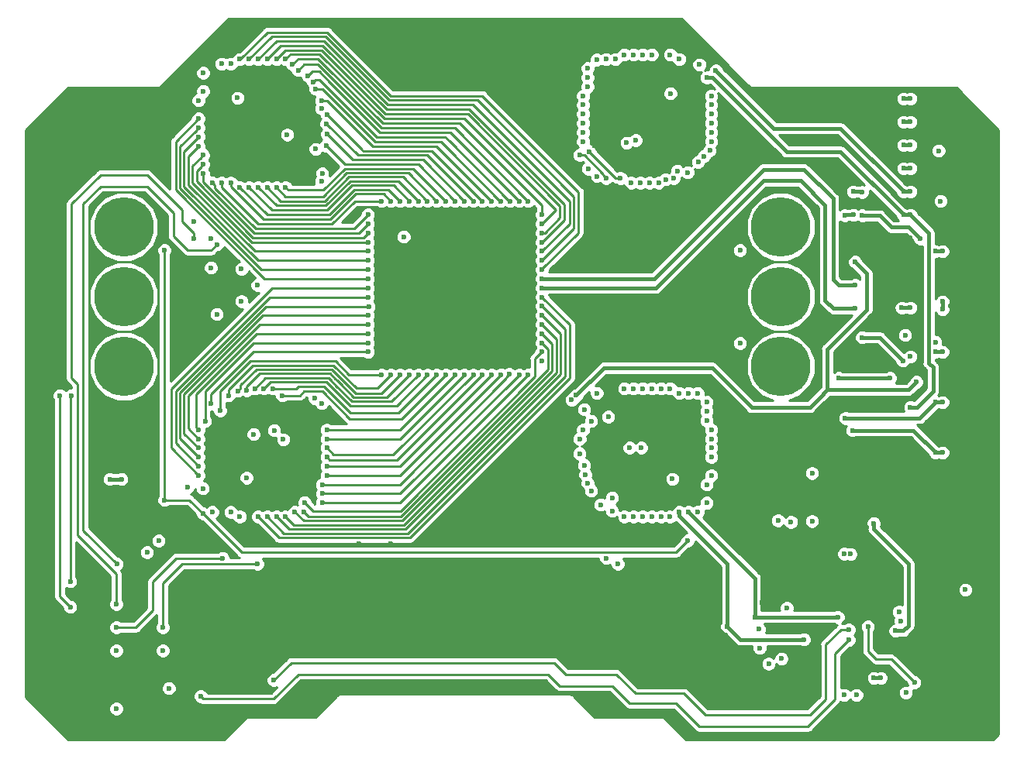
<source format=gbr>
G04 #@! TF.GenerationSoftware,KiCad,Pcbnew,(5.0.0-3-g5ebb6b6)*
G04 #@! TF.CreationDate,2019-10-28T13:28:08-04:00*
G04 #@! TF.ProjectId,Selection Interface,53656C656374696F6E20496E74657266,rev?*
G04 #@! TF.SameCoordinates,Original*
G04 #@! TF.FileFunction,Copper,L3,Inr,Signal*
G04 #@! TF.FilePolarity,Positive*
%FSLAX46Y46*%
G04 Gerber Fmt 4.6, Leading zero omitted, Abs format (unit mm)*
G04 Created by KiCad (PCBNEW (5.0.0-3-g5ebb6b6)) date Monday, October 28, 2019 at 01:28:08 PM*
%MOMM*%
%LPD*%
G01*
G04 APERTURE LIST*
G04 #@! TA.AperFunction,ViaPad*
%ADD10C,6.502400*%
G04 #@! TD*
G04 #@! TA.AperFunction,ViaPad*
%ADD11C,0.600000*%
G04 #@! TD*
G04 #@! TA.AperFunction,Conductor*
%ADD12C,0.400000*%
G04 #@! TD*
G04 #@! TA.AperFunction,Conductor*
%ADD13C,0.254000*%
G04 #@! TD*
G04 APERTURE END LIST*
D10*
G04 #@! TO.N,N/C*
G04 #@! TO.C,MH1*
X163830000Y-93345000D03*
G04 #@! TD*
G04 #@! TO.N,N/C*
G04 #@! TO.C,MH2*
X163830000Y-100965000D03*
G04 #@! TD*
G04 #@! TO.N,N/C*
G04 #@! TO.C,MH3*
X163830000Y-108585000D03*
G04 #@! TD*
G04 #@! TO.N,N/C*
G04 #@! TO.C,MH5*
X235585000Y-100965000D03*
G04 #@! TD*
G04 #@! TO.N,N/C*
G04 #@! TO.C,MH6*
X235585000Y-108585000D03*
G04 #@! TD*
G04 #@! TO.N,N/C*
G04 #@! TO.C,MH4*
X235585000Y-93345000D03*
G04 #@! TD*
D11*
G04 #@! TO.N,GND*
X155040000Y-127460000D03*
X155040000Y-124960000D03*
X155040000Y-122460000D03*
X155040000Y-119960000D03*
X155040000Y-117460000D03*
X155040000Y-114960000D03*
X155040000Y-112460000D03*
X155040000Y-109960000D03*
X155040000Y-132460000D03*
X155040000Y-129960000D03*
X155040000Y-142460000D03*
X155040000Y-139960000D03*
X155040000Y-137460000D03*
X155040000Y-134960000D03*
X155040000Y-107460000D03*
X155040000Y-104960000D03*
X155040000Y-102460000D03*
X155040000Y-99960000D03*
X155040000Y-97460000D03*
X155040000Y-94960000D03*
X172232000Y-136430000D03*
X243979941Y-141087421D03*
X233500000Y-134369790D03*
X237250000Y-129000000D03*
X238500000Y-129000000D03*
X245250000Y-135000000D03*
X242500000Y-122250000D03*
X253750000Y-141995000D03*
X189500000Y-128000000D03*
X193000000Y-128000000D03*
X196500000Y-127500000D03*
X172499000Y-77500100D03*
X190500000Y-108000000D03*
X227501000Y-122500000D03*
X174500000Y-124501000D03*
X228000000Y-119500000D03*
X177500000Y-125000000D03*
X225500000Y-74999200D03*
X172000000Y-80500000D03*
X222500000Y-74500000D03*
X232410000Y-104775000D03*
X238760000Y-104775000D03*
X160655000Y-104775000D03*
X167005000Y-104775000D03*
X167005000Y-97155000D03*
X160655000Y-97155000D03*
X204470000Y-75565000D03*
X189865000Y-74295000D03*
X196850000Y-75565000D03*
X193040000Y-75565000D03*
X207645000Y-75311000D03*
X232410000Y-97155000D03*
X238760000Y-97155000D03*
X229870000Y-97155000D03*
X229870000Y-104775000D03*
X229870000Y-102235000D03*
X229870000Y-99695000D03*
X163068000Y-117210000D03*
X169545000Y-97155000D03*
X169545000Y-99060000D03*
X169545000Y-100965000D03*
X179070000Y-119380000D03*
X210820000Y-127635000D03*
X207010000Y-127635000D03*
X203835000Y-127635000D03*
X227330000Y-99695000D03*
X227330000Y-102235000D03*
X215265000Y-84455000D03*
X181610000Y-88114000D03*
X218440000Y-111936000D03*
X185039000Y-114935000D03*
X249750000Y-94550000D03*
X249000000Y-94550000D03*
X243205000Y-94615000D03*
X180651000Y-137855000D03*
X231500000Y-145287500D03*
X246500000Y-124712500D03*
X254037500Y-135500000D03*
X254037500Y-132000000D03*
X254037500Y-128500000D03*
X235500000Y-118711500D03*
X239000000Y-118711500D03*
X242500000Y-118711500D03*
X237000000Y-122211500D03*
X239500000Y-144500000D03*
X238500000Y-144500000D03*
X237500000Y-144500000D03*
X243205000Y-120650000D03*
X231500000Y-124712500D03*
X223500000Y-136500000D03*
X257287500Y-128500000D03*
X257287500Y-135500000D03*
X257287500Y-132000000D03*
X200000000Y-131470000D03*
X210160000Y-131470000D03*
X207645000Y-131470000D03*
X205105000Y-131470000D03*
X202565000Y-131470000D03*
X197485000Y-131470000D03*
X194945000Y-131470000D03*
X192405000Y-131470000D03*
X189865000Y-131470000D03*
X187350000Y-131470000D03*
X241000000Y-148287500D03*
X244000000Y-148287500D03*
X247000000Y-148287500D03*
X158750000Y-147955000D03*
X161290000Y-147955000D03*
X163830000Y-147955000D03*
X166370000Y-147955000D03*
X168910000Y-147955000D03*
X171450000Y-147955000D03*
X173990000Y-147955000D03*
X155040000Y-92175000D03*
X155040000Y-89635000D03*
X155040000Y-87540000D03*
X155000000Y-85500000D03*
X155000000Y-83500000D03*
X157000000Y-83500000D03*
X157000000Y-81500000D03*
X159000000Y-79500000D03*
X159000000Y-81500000D03*
X161000000Y-81500000D03*
X161000000Y-79500000D03*
X163000000Y-81500000D03*
X163000000Y-79500000D03*
X165000000Y-79500000D03*
X165000000Y-81500000D03*
X167000000Y-81500000D03*
X167000000Y-79500000D03*
X159000000Y-83500000D03*
X161000000Y-83500000D03*
X163000000Y-83500000D03*
X165000000Y-83500000D03*
X167000000Y-83500000D03*
X157000000Y-87500000D03*
X157000000Y-85500000D03*
X159000000Y-85500000D03*
X161000000Y-85500000D03*
X163000000Y-85500000D03*
X165000000Y-85500000D03*
X167000000Y-85500000D03*
X238500000Y-79000000D03*
X236500000Y-79000000D03*
X236500000Y-81000000D03*
X238500000Y-81000000D03*
X184810000Y-131470000D03*
X182245000Y-131445000D03*
X179705000Y-131445000D03*
X197485000Y-137160000D03*
X200025000Y-137160000D03*
X202565000Y-137160000D03*
X205105000Y-137160000D03*
G04 #@! TO.N,BT1_RX*
X243000000Y-138500000D03*
X172232000Y-144633000D03*
G04 #@! TO.N,BT1_TX*
X243005684Y-137360000D03*
X180213000Y-142875000D03*
G04 #@! TO.N,D18*
X201000000Y-90500000D03*
X220246000Y-88500000D03*
X186055000Y-83185000D03*
G04 #@! TO.N,D17*
X200000000Y-90500000D03*
X219246000Y-88500000D03*
X185928000Y-84455000D03*
G04 #@! TO.N,D50*
X198000000Y-109500000D03*
X214000000Y-115500000D03*
X180135000Y-111000000D03*
G04 #@! TO.N,D49*
X199000000Y-109500000D03*
X214884000Y-114554000D03*
X181135000Y-111760000D03*
G04 #@! TO.N,I2C0_SCL*
X185445000Y-112610000D03*
X215493000Y-111499000D03*
X214535000Y-86970800D03*
X185420000Y-88369800D03*
X176682500Y-101447500D03*
X176682500Y-97942500D03*
X234259301Y-141087421D03*
G04 #@! TO.N,I2C0_SDA*
X215533000Y-87797700D03*
X184700000Y-112087000D03*
X185501000Y-87498900D03*
X173355000Y-97790000D03*
X173990000Y-102870000D03*
X216750000Y-114085000D03*
X214122000Y-113284000D03*
X235670000Y-140535000D03*
G04 #@! TO.N,D8*
X190500000Y-92000000D03*
X173501000Y-88500800D03*
X214499000Y-76001100D03*
G04 #@! TO.N,D9*
X192000000Y-90500000D03*
X214499000Y-77000100D03*
X174500000Y-88500800D03*
G04 #@! TO.N,D10*
X193000000Y-90500000D03*
X214500000Y-78000000D03*
X175500000Y-88500000D03*
G04 #@! TO.N,D11*
X194000000Y-90500000D03*
X176500000Y-89000000D03*
X214000000Y-79000000D03*
G04 #@! TO.N,D12*
X195000000Y-90500000D03*
X177500000Y-89000000D03*
X214000000Y-80000000D03*
G04 #@! TO.N,D13*
X178500000Y-89000000D03*
X196000000Y-90500000D03*
X214000000Y-81000000D03*
G04 #@! TO.N,D14*
X179500000Y-89000000D03*
X197000000Y-90500000D03*
X214000000Y-82000000D03*
G04 #@! TO.N,D15*
X198000000Y-90500000D03*
X214000000Y-83000000D03*
X180500000Y-89000000D03*
G04 #@! TO.N,D16*
X199000000Y-90500000D03*
X214000000Y-84000000D03*
X181500000Y-89000000D03*
G04 #@! TO.N,D19*
X202000000Y-90500000D03*
X221246000Y-88500000D03*
X185966000Y-82042000D03*
G04 #@! TO.N,D20*
X203000000Y-90500000D03*
X222246000Y-88500000D03*
X186000000Y-81026000D03*
G04 #@! TO.N,D21*
X204000000Y-90500000D03*
X223901000Y-88011000D03*
X185420000Y-79502000D03*
G04 #@! TO.N,D22*
X205000000Y-90500000D03*
X224282000Y-87203001D03*
X184771000Y-78232000D03*
G04 #@! TO.N,D23*
X206000000Y-90500000D03*
X225425000Y-87376000D03*
X184524246Y-77470000D03*
G04 #@! TO.N,D24*
X207000000Y-90500000D03*
X183952613Y-76835000D03*
X226568000Y-86233000D03*
G04 #@! TO.N,D25*
X208000000Y-90500000D03*
X227203000Y-85598000D03*
X182880000Y-76200000D03*
G04 #@! TO.N,D26*
X209500000Y-92000000D03*
X227838000Y-84963000D03*
X182245000Y-75565000D03*
G04 #@! TO.N,D27*
X209500000Y-93000000D03*
X228000000Y-84000000D03*
X181500000Y-75000000D03*
G04 #@! TO.N,D28*
X228000000Y-83000000D03*
X180500000Y-75000000D03*
X209500000Y-93980000D03*
G04 #@! TO.N,D29*
X209500000Y-95000000D03*
X228000000Y-82000000D03*
X179500000Y-75000000D03*
G04 #@! TO.N,D30*
X209500000Y-96000000D03*
X228000000Y-81000000D03*
X178500000Y-75000000D03*
G04 #@! TO.N,D31*
X209500000Y-97000000D03*
X177500000Y-75000000D03*
X228000000Y-80000000D03*
G04 #@! TO.N,D32*
X209500000Y-98000000D03*
X176500000Y-75000000D03*
X228000000Y-79000000D03*
G04 #@! TO.N,D1*
X190500000Y-99000000D03*
X172000000Y-81500000D03*
X221500000Y-74500000D03*
G04 #@! TO.N,D2*
X190500000Y-98000000D03*
X172000000Y-82500000D03*
X220500000Y-74500000D03*
G04 #@! TO.N,D3*
X190500000Y-97000000D03*
X219500000Y-74500000D03*
X172000000Y-83500000D03*
G04 #@! TO.N,D4*
X190500000Y-96000000D03*
X218500000Y-74500000D03*
X172000000Y-84500000D03*
G04 #@! TO.N,D5*
X190500000Y-95000000D03*
X172500000Y-85500000D03*
X217500000Y-75000000D03*
G04 #@! TO.N,D6*
X190500000Y-94000000D03*
X172504000Y-86497900D03*
X216502000Y-75004200D03*
G04 #@! TO.N,D7*
X215493000Y-75044600D03*
X190500000Y-93000000D03*
X172499000Y-87506900D03*
G04 #@! TO.N,D40*
X226499000Y-111499000D03*
X208000000Y-109500000D03*
X185501000Y-123499000D03*
G04 #@! TO.N,D41*
X207000000Y-109500000D03*
X225500000Y-111499000D03*
X185501000Y-122500000D03*
G04 #@! TO.N,D42*
X205929000Y-109429000D03*
X224500000Y-111500000D03*
X185500000Y-121500000D03*
G04 #@! TO.N,D43*
X223500000Y-111000000D03*
X186000000Y-120500000D03*
X205000000Y-109500000D03*
G04 #@! TO.N,D44*
X222500000Y-111000000D03*
X186000000Y-119500000D03*
X204000000Y-109500000D03*
G04 #@! TO.N,D45*
X221500000Y-111000000D03*
X186000000Y-118500000D03*
X203000000Y-109500000D03*
G04 #@! TO.N,D46*
X220500000Y-111000000D03*
X186000000Y-117500000D03*
X202000000Y-109500000D03*
G04 #@! TO.N,D47*
X219500000Y-111000000D03*
X186000000Y-116500000D03*
X201000000Y-109500000D03*
G04 #@! TO.N,D48*
X218500000Y-111000000D03*
X186000000Y-115500000D03*
X200000000Y-109500000D03*
G04 #@! TO.N,D51*
X213619000Y-116500000D03*
X197000000Y-109500000D03*
X179135000Y-111000000D03*
G04 #@! TO.N,D52*
X196000000Y-109500000D03*
X213614000Y-118110000D03*
X178135000Y-111000000D03*
G04 #@! TO.N,D53*
X195000000Y-109500000D03*
X214249000Y-120396000D03*
X177250000Y-111210000D03*
G04 #@! TO.N,D54*
X194000000Y-109500000D03*
X214503000Y-121354643D03*
X176276000Y-111252000D03*
G04 #@! TO.N,D55*
X193000000Y-109500000D03*
X214884000Y-122174000D03*
X175264000Y-111760000D03*
G04 #@! TO.N,D56*
X192000000Y-109500000D03*
X217170000Y-122936000D03*
X174371000Y-113411000D03*
G04 #@! TO.N,D57*
X190500000Y-107000000D03*
X215900000Y-123698000D03*
X173355000Y-112649000D03*
G04 #@! TO.N,D58*
X190500000Y-106000000D03*
X217170000Y-124372999D03*
X172720000Y-114554000D03*
G04 #@! TO.N,D59*
X218500000Y-125000000D03*
X172000000Y-115500000D03*
X190500000Y-105000000D03*
G04 #@! TO.N,D60*
X219500000Y-125000000D03*
X172000000Y-116500000D03*
X190500000Y-104000000D03*
G04 #@! TO.N,D61*
X190503000Y-103006000D03*
X220500000Y-125000000D03*
X172000000Y-117500000D03*
G04 #@! TO.N,D62*
X190571000Y-102071000D03*
X221500000Y-125000000D03*
X172000000Y-118500000D03*
G04 #@! TO.N,D63*
X222500000Y-125000000D03*
X172000000Y-119500000D03*
X190500000Y-101000000D03*
G04 #@! TO.N,D64*
X223500000Y-125000000D03*
X172000000Y-120500000D03*
X190500000Y-100000000D03*
G04 #@! TO.N,D33*
X228000000Y-118500000D03*
X178500000Y-125000000D03*
X209500000Y-101000000D03*
G04 #@! TO.N,D34*
X228000000Y-117500000D03*
X179500000Y-125000000D03*
X209500000Y-102000000D03*
G04 #@! TO.N,D35*
X228000000Y-116500000D03*
X180500000Y-125000000D03*
X209500000Y-103000000D03*
G04 #@! TO.N,D36*
X228000000Y-115500000D03*
X181500000Y-125000000D03*
X209500000Y-104000000D03*
G04 #@! TO.N,D37*
X227500000Y-114500000D03*
X182500000Y-124500000D03*
X209500000Y-105000000D03*
G04 #@! TO.N,D38*
X227496000Y-113502000D03*
X183498000Y-124496000D03*
X209500000Y-106000000D03*
G04 #@! TO.N,D39*
X227501000Y-112493000D03*
X209500000Y-107000000D03*
X183581000Y-123444000D03*
G04 #@! TO.N,VDDD*
X194400000Y-94400000D03*
X178000000Y-116000000D03*
X248502000Y-135413000D03*
X255750000Y-133000000D03*
X172500000Y-78500000D03*
X224500000Y-75000000D03*
X227500000Y-121500000D03*
X175500000Y-124500000D03*
X178435000Y-99695000D03*
X223012000Y-88138000D03*
X185420000Y-80391000D03*
X214122000Y-119380000D03*
X177250000Y-120750000D03*
G04 #@! TO.N,SWDIO5*
X242500000Y-144500000D03*
X168760000Y-143760000D03*
G04 #@! TO.N,SWDCLK5*
X163020000Y-146000000D03*
X243846000Y-144500000D03*
G04 #@! TO.N,DD1*
X233281839Y-139369790D03*
X243500000Y-89470000D03*
X175500000Y-75500000D03*
X252500000Y-96000000D03*
X253250000Y-96000000D03*
X244475000Y-89535000D03*
X244475000Y-92075000D03*
X250825000Y-94615000D03*
X248920000Y-107950000D03*
X244475000Y-105410000D03*
X170815000Y-121793000D03*
G04 #@! TO.N,SS1*
X228500000Y-76250000D03*
X229750000Y-137000000D03*
X224500000Y-124500000D03*
X249750000Y-89470000D03*
X249000000Y-89470000D03*
X252820000Y-85000000D03*
X249750000Y-107500000D03*
X252476000Y-105918000D03*
X238125000Y-138430000D03*
G04 #@! TO.N,DD2*
X243500000Y-92010000D03*
X174502000Y-75504200D03*
X253250000Y-101500000D03*
X233197781Y-137292219D03*
X242570000Y-92075000D03*
X241935000Y-109855000D03*
X247523000Y-109855000D03*
X253250000Y-102350000D03*
X249174000Y-105156000D03*
X172466000Y-121920000D03*
G04 #@! TO.N,SS2*
X249000000Y-92010000D03*
X249750000Y-92010000D03*
X225498000Y-124496000D03*
X227496000Y-77002100D03*
X232750000Y-136000000D03*
X253035000Y-90500000D03*
X249750000Y-113030000D03*
X241825000Y-136000000D03*
G04 #@! TO.N,IO1*
X249750000Y-86930000D03*
X249000000Y-86930000D03*
X248116000Y-137487000D03*
X245740000Y-125725000D03*
G04 #@! TO.N,IO2*
X249750000Y-84390000D03*
X249000000Y-84390000D03*
X243200001Y-129105000D03*
X242500000Y-129077000D03*
G04 #@! TO.N,IO3*
X249750000Y-81850000D03*
X249000000Y-81850000D03*
X235289000Y-125422000D03*
G04 #@! TO.N,IO4*
X249750000Y-79310000D03*
X249000000Y-79310000D03*
X236701000Y-125595000D03*
G04 #@! TO.N,SWDIO2*
X184777000Y-84807600D03*
X171450000Y-94615000D03*
X163020000Y-134570000D03*
G04 #@! TO.N,SWDCLK2*
X181675000Y-83250000D03*
X171450000Y-92710000D03*
X157988000Y-134874000D03*
X156845000Y-111760000D03*
G04 #@! TO.N,SWDIO4*
X168100000Y-139650000D03*
X181250000Y-116565000D03*
X167640000Y-127635000D03*
G04 #@! TO.N,SWDCLK4*
X163020000Y-139650000D03*
X180250000Y-115570000D03*
X166370000Y-128905000D03*
G04 #@! TO.N,XRES*
X236263400Y-134980400D03*
X226507000Y-124501000D03*
X223750000Y-120880000D03*
X223530000Y-78750000D03*
X231140000Y-106045000D03*
X231140000Y-95885000D03*
X225425000Y-127635000D03*
X162306000Y-120904000D03*
X163576000Y-120904000D03*
X176250000Y-79222000D03*
X168275000Y-95885000D03*
X168275000Y-123190000D03*
X172499000Y-124681000D03*
G04 #@! TO.N,SWDIO1*
X216500000Y-88000800D03*
X218750000Y-84130000D03*
X173990000Y-95250000D03*
X213614000Y-85471000D03*
X163070000Y-130175000D03*
G04 #@! TO.N,SWDCLK1*
X219750000Y-83860000D03*
X173355000Y-94615000D03*
X218070529Y-87999471D03*
X214655530Y-85090000D03*
X157988000Y-132080000D03*
X158115000Y-111760000D03*
G04 #@! TO.N,SWDIO3*
X168100000Y-137110000D03*
X178435000Y-130175000D03*
X217805000Y-130175000D03*
X220345000Y-117475000D03*
G04 #@! TO.N,SWDCLK3*
X163020000Y-137110000D03*
X216535000Y-129540000D03*
X219075000Y-117475000D03*
X174625000Y-129540000D03*
G04 #@! TO.N,VDDA_M1*
X223500000Y-74500000D03*
G04 #@! TO.N,VCCD_M1*
X226700000Y-75587400D03*
G04 #@! TO.N,VDDA_M3*
X228000000Y-120500000D03*
G04 #@! TO.N,VCCD_M3*
X227501000Y-123499000D03*
G04 #@! TO.N,VDDA_M4*
X176500000Y-125000000D03*
G04 #@! TO.N,VCCD_M4*
X173501000Y-124501000D03*
G04 #@! TO.N,VDDA_M2*
X172000000Y-79500000D03*
G04 #@! TO.N,VCCD_M2*
X172499000Y-76501100D03*
G04 #@! TO.N,VCCA_C1*
X239000000Y-120249000D03*
X239000000Y-125500000D03*
G04 #@! TO.N,USBDP_C1*
X245110000Y-137036000D03*
X250190000Y-143129000D03*
G04 #@! TO.N,USBDM_C1*
X248666000Y-136398000D03*
X249245000Y-144245000D03*
G04 #@! TO.N,SolutionGate_Socket*
X253250000Y-118000000D03*
X209500000Y-100000000D03*
X243705000Y-102243000D03*
X252500000Y-118000000D03*
X243405001Y-115570000D03*
G04 #@! TO.N,LocalGates_Socket*
X252500000Y-112500000D03*
X253250000Y-112500000D03*
X209500000Y-99000000D03*
X243705000Y-99703000D03*
X242635001Y-114234999D03*
G04 #@! TO.N,BackGate_Socket*
X253250000Y-107000000D03*
X213250000Y-111750000D03*
X212750000Y-112250000D03*
X209500000Y-108000000D03*
X243705000Y-97163000D03*
X252500000Y-107000000D03*
X250399990Y-110280010D03*
G04 #@! TO.N,Gate*
X249750000Y-102170000D03*
X246496000Y-142646000D03*
X245754000Y-142646000D03*
X248817000Y-102170000D03*
G04 #@! TD*
D12*
G04 #@! TO.N,GND*
X249750000Y-94550000D02*
X249000000Y-94550000D01*
X252500000Y-132485000D02*
X252500000Y-132485000D01*
D13*
G04 #@! TO.N,BT1_RX*
X241500000Y-145000000D02*
X241500000Y-145000000D01*
X226695000Y-147955000D02*
X238545000Y-147955000D01*
X172531999Y-144932999D02*
X180187001Y-144932999D01*
X224155000Y-145415000D02*
X226695000Y-147955000D01*
X238545000Y-147955000D02*
X241500000Y-145000000D01*
X172232000Y-144633000D02*
X172531999Y-144932999D01*
X211455000Y-143510000D02*
X217170000Y-143510000D01*
X241500000Y-145000000D02*
X241500000Y-140000000D01*
X210185000Y-142240000D02*
X211455000Y-143510000D01*
X241500000Y-140000000D02*
X243000000Y-138500000D01*
X182880000Y-142240000D02*
X210185000Y-142240000D01*
X217170000Y-143510000D02*
X219075000Y-145415000D01*
X180187001Y-144932999D02*
X182880000Y-142240000D01*
X219075000Y-145415000D02*
X224155000Y-145415000D01*
G04 #@! TO.N,BT1_TX*
X240500000Y-144500000D02*
X240500000Y-144500000D01*
X240500000Y-139000000D02*
X242140000Y-137360000D01*
X240500000Y-144945000D02*
X240500000Y-139000000D01*
X224984000Y-144339000D02*
X227330000Y-146685000D01*
X227330000Y-146685000D02*
X238760000Y-146685000D01*
X219710000Y-144339000D02*
X224984000Y-144339000D01*
X217611000Y-142240000D02*
X219710000Y-144339000D01*
X180213000Y-142875000D02*
X182118000Y-140970000D01*
X238760000Y-146685000D02*
X240500000Y-144945000D01*
X242140000Y-137360000D02*
X243005684Y-137360000D01*
X212090000Y-142240000D02*
X217611000Y-142240000D01*
X210820000Y-140970000D02*
X212090000Y-142240000D01*
X182118000Y-140970000D02*
X210820000Y-140970000D01*
G04 #@! TO.N,D18*
X196850000Y-86349721D02*
X201000000Y-90500000D01*
X196500279Y-86000000D02*
X196850000Y-86349721D01*
X188870000Y-86000000D02*
X196500279Y-86000000D01*
X186055000Y-83185000D02*
X188870000Y-86000000D01*
G04 #@! TO.N,D17*
X200000000Y-90500000D02*
X196000000Y-86499900D01*
X188087000Y-86499900D02*
X187960000Y-86499900D01*
X196000000Y-86499900D02*
X188087000Y-86499900D01*
X187960000Y-86487000D02*
X187960000Y-86499900D01*
X185928000Y-84455000D02*
X187960000Y-86487000D01*
G04 #@! TO.N,D50*
X185670010Y-110740010D02*
X188595000Y-113665000D01*
X182880000Y-110740010D02*
X185670010Y-110740010D01*
X188595000Y-113665000D02*
X193835000Y-113665000D01*
X182620010Y-111000000D02*
X182880000Y-110740010D01*
X193835000Y-113665000D02*
X198000000Y-109500000D01*
X180135000Y-111000000D02*
X182620010Y-111000000D01*
G04 #@! TO.N,D49*
X194200000Y-114300000D02*
X199000000Y-109500000D01*
X188525980Y-114300000D02*
X194200000Y-114300000D01*
X185525979Y-111299999D02*
X188525980Y-114300000D01*
X183054999Y-111760000D02*
X183515000Y-111299999D01*
X181135000Y-111760000D02*
X183054999Y-111760000D01*
X183515000Y-111299999D02*
X185525979Y-111299999D01*
G04 #@! TO.N,D8*
X173801000Y-88800800D02*
X173501000Y-88500800D01*
X173801000Y-89066400D02*
X173801000Y-88800800D01*
X178235000Y-93500000D02*
X173801000Y-89066400D01*
X189000000Y-93500000D02*
X178235000Y-93500000D01*
X190500000Y-92000000D02*
X189000000Y-93500000D01*
G04 #@! TO.N,D9*
X174500000Y-89000100D02*
X174500000Y-88500800D01*
X178500000Y-93000000D02*
X174500000Y-89000100D01*
X186560000Y-93000000D02*
X178500000Y-93000000D01*
X189060000Y-90500000D02*
X186560000Y-93000000D01*
X192000000Y-90500000D02*
X189060000Y-90500000D01*
G04 #@! TO.N,D10*
X175500000Y-88924300D02*
X175500000Y-88500000D01*
X179076000Y-92500000D02*
X175500000Y-88924300D01*
X186414000Y-92500000D02*
X179076000Y-92500000D01*
X189213000Y-89700500D02*
X186414000Y-92500000D01*
X192200000Y-89700500D02*
X189213000Y-89700500D01*
X193000000Y-90500000D02*
X192200000Y-89700500D01*
G04 #@! TO.N,D11*
X179500000Y-92000000D02*
X176500000Y-89000000D01*
X186267000Y-92000000D02*
X179500000Y-92000000D01*
X189024000Y-89243300D02*
X186267000Y-92000000D01*
X192743000Y-89243300D02*
X189024000Y-89243300D01*
X194000000Y-90500000D02*
X192743000Y-89243300D01*
G04 #@! TO.N,D12*
X180000000Y-91500000D02*
X177500000Y-89000000D01*
X186041000Y-91500000D02*
X180000000Y-91500000D01*
X188755000Y-88786100D02*
X186041000Y-91500000D01*
X193286000Y-88786100D02*
X188755000Y-88786100D01*
X195000000Y-90500000D02*
X193286000Y-88786100D01*
G04 #@! TO.N,D13*
X180500000Y-91000000D02*
X178500000Y-89000000D01*
X185894000Y-91000000D02*
X180500000Y-91000000D01*
X188566000Y-88328800D02*
X185894000Y-91000000D01*
X193829000Y-88328800D02*
X188566000Y-88328800D01*
X196000000Y-90500000D02*
X193829000Y-88328800D01*
G04 #@! TO.N,D14*
X181000000Y-90500000D02*
X179500000Y-89000000D01*
X185748000Y-90500000D02*
X181000000Y-90500000D01*
X188376000Y-87871600D02*
X185748000Y-90500000D01*
X194372000Y-87871600D02*
X188376000Y-87871600D01*
X197000000Y-90500000D02*
X194372000Y-87871600D01*
G04 #@! TO.N,D15*
X181500000Y-90000000D02*
X180500000Y-89000000D01*
X185601000Y-90000000D02*
X181500000Y-90000000D01*
X188187000Y-87414400D02*
X185601000Y-90000000D01*
X194914000Y-87414400D02*
X188187000Y-87414400D01*
X198000000Y-90500000D02*
X194914000Y-87414400D01*
G04 #@! TO.N,D16*
X181800000Y-89300000D02*
X181500000Y-89000000D01*
X185655000Y-89300000D02*
X181800000Y-89300000D01*
X187997000Y-86957200D02*
X185655000Y-89300000D01*
X195457000Y-86957200D02*
X187997000Y-86957200D01*
X199000000Y-90500000D02*
X195457000Y-86957200D01*
G04 #@! TO.N,D19*
X189424000Y-85500000D02*
X197000000Y-85500000D01*
X197000000Y-85500000D02*
X202000000Y-90500000D01*
X185966000Y-82042000D02*
X189424000Y-85500000D01*
G04 #@! TO.N,D20*
X189810000Y-84836000D02*
X186000000Y-81026000D01*
X189974000Y-85000000D02*
X189810000Y-84836000D01*
X197500000Y-85000000D02*
X189974000Y-85000000D01*
X203000000Y-90500000D02*
X197500000Y-85000000D01*
G04 #@! TO.N,D21*
X185420000Y-79502000D02*
X186023264Y-79502000D01*
X198000000Y-84500000D02*
X204000000Y-90500000D01*
X193043190Y-84496810D02*
X193040000Y-84500000D01*
X193040000Y-84500000D02*
X198000000Y-84500000D01*
X193040000Y-84500000D02*
X191021264Y-84500000D01*
X191021264Y-84500000D02*
X190976264Y-84455000D01*
X186023264Y-79502000D02*
X190976264Y-84455000D01*
G04 #@! TO.N,D22*
X205000000Y-90500000D02*
X204933000Y-90500000D01*
X191315000Y-84000000D02*
X192405000Y-84000000D01*
X185547000Y-78232000D02*
X191315000Y-84000000D01*
X184771000Y-78232000D02*
X185547000Y-78232000D01*
X198000000Y-84000000D02*
X197485000Y-84000000D01*
X204933000Y-90500000D02*
X199390000Y-84957687D01*
X198120000Y-84000000D02*
X197485000Y-84000000D01*
X198432313Y-84000000D02*
X196850000Y-84000000D01*
X198887313Y-84455000D02*
X198432313Y-84000000D01*
X196850000Y-84000000D02*
X192405000Y-84000000D01*
X197485000Y-84000000D02*
X196850000Y-84000000D01*
X198887313Y-84455000D02*
X199390000Y-84957687D01*
X198471923Y-84039610D02*
X198887313Y-84455000D01*
G04 #@! TO.N,D23*
X205933000Y-90500000D02*
X206000000Y-90500000D01*
X198932433Y-83500000D02*
X199390000Y-83957567D01*
X191500000Y-83500000D02*
X198932433Y-83500000D01*
X199390000Y-83957567D02*
X205933000Y-90500000D01*
X185216000Y-77216000D02*
X191500000Y-83500000D01*
X184778246Y-77216000D02*
X185216000Y-77216000D01*
X184524246Y-77470000D02*
X184778246Y-77216000D01*
G04 #@! TO.N,D24*
X184460613Y-76327000D02*
X183952613Y-76835000D01*
X186329000Y-77497155D02*
X185158845Y-76327000D01*
X185158845Y-76327000D02*
X184460613Y-76327000D01*
X191827000Y-83000000D02*
X186329000Y-77502100D01*
X186329000Y-77502100D02*
X186329000Y-77497155D01*
X199500000Y-83000000D02*
X191827000Y-83000000D01*
X207000000Y-90500000D02*
X199500000Y-83000000D01*
G04 #@! TO.N,D25*
X191974000Y-82500000D02*
X185967000Y-76493100D01*
X200000000Y-82500000D02*
X191974000Y-82500000D01*
X208000000Y-90500000D02*
X200000000Y-82500000D01*
X185967000Y-76488504D02*
X185043496Y-75565000D01*
X185967000Y-76493100D02*
X185967000Y-76488504D01*
X185043496Y-75565000D02*
X183515000Y-75565000D01*
X183515000Y-75565000D02*
X182880000Y-76200000D01*
G04 #@! TO.N,D26*
X192120000Y-82000000D02*
X185908000Y-75787400D01*
X200500000Y-82000000D02*
X192120000Y-82000000D01*
X209500000Y-91000000D02*
X200500000Y-82000000D01*
X209500000Y-92000000D02*
X209500000Y-91000000D01*
X185908000Y-75787400D02*
X185050600Y-74930000D01*
X185050600Y-74930000D02*
X182880000Y-74930000D01*
X182880000Y-74930000D02*
X182245000Y-75565000D01*
G04 #@! TO.N,D27*
X185221010Y-74454010D02*
X182045990Y-74454010D01*
X192267000Y-81500000D02*
X185221010Y-74454010D01*
X201000000Y-81500000D02*
X192267000Y-81500000D01*
X211000000Y-91500000D02*
X201000000Y-81500000D01*
X182045990Y-74454010D02*
X181500000Y-75000000D01*
X209500000Y-93000000D02*
X211000000Y-91500000D01*
G04 #@! TO.N,D28*
X209804000Y-93980000D02*
X209500000Y-93980000D01*
X211447200Y-92336800D02*
X209804000Y-93980000D01*
X185414000Y-74000000D02*
X192414000Y-81000000D01*
X192414000Y-81000000D02*
X201414000Y-81000000D01*
X201414000Y-81000000D02*
X211457000Y-91042800D01*
X211457000Y-92336800D02*
X211447200Y-92336800D01*
X181500000Y-74000000D02*
X185414000Y-74000000D01*
X211457000Y-91042800D02*
X211457000Y-92336800D01*
X180500000Y-75000000D02*
X181500000Y-74000000D01*
G04 #@! TO.N,D29*
X181000000Y-73500000D02*
X179500000Y-75000000D01*
X185560000Y-73500000D02*
X181000000Y-73500000D01*
X192517000Y-80457200D02*
X185560000Y-73500000D01*
X201518000Y-80457200D02*
X192517000Y-80457200D01*
X211914000Y-90853400D02*
X201518000Y-80457200D01*
X211914000Y-92585600D02*
X211914000Y-90853400D01*
X209500000Y-95000000D02*
X211914000Y-92585600D01*
G04 #@! TO.N,D30*
X180500000Y-73000000D02*
X178500000Y-75000000D01*
X185707000Y-73000000D02*
X180500000Y-73000000D01*
X192664000Y-79957200D02*
X185707000Y-73000000D01*
X201957000Y-79957200D02*
X192664000Y-79957200D01*
X212500000Y-90500000D02*
X201957000Y-79957200D01*
X212500000Y-93000000D02*
X212500000Y-90500000D01*
X209500000Y-96000000D02*
X212500000Y-93000000D01*
G04 #@! TO.N,D31*
X180000000Y-72500000D02*
X177500000Y-75000000D01*
X185853000Y-72500000D02*
X180000000Y-72500000D01*
X192811000Y-79457200D02*
X185853000Y-72500000D01*
X202457000Y-79457200D02*
X192811000Y-79457200D01*
X213000000Y-90000000D02*
X202457000Y-79457200D01*
X213000000Y-93500000D02*
X213000000Y-90000000D01*
X209500000Y-97000000D02*
X213000000Y-93500000D01*
G04 #@! TO.N,D32*
X209500000Y-97932700D02*
X209500000Y-98000000D01*
X213457000Y-93975500D02*
X209500000Y-97932700D01*
X213457000Y-90042800D02*
X213457000Y-93975500D01*
X213500000Y-90000000D02*
X213457000Y-90042800D01*
X213500000Y-89500000D02*
X213500000Y-90000000D01*
X203000000Y-79000000D02*
X213500000Y-89500000D01*
X193000000Y-79000000D02*
X203000000Y-79000000D01*
X186043000Y-72042800D02*
X193000000Y-79000000D01*
X179525000Y-72042800D02*
X186043000Y-72042800D01*
X176567000Y-75000000D02*
X179525000Y-72042800D01*
X176500000Y-75000000D02*
X176567000Y-75000000D01*
G04 #@! TO.N,D1*
X169500000Y-84000000D02*
X172000000Y-81500000D01*
X169500000Y-89291400D02*
X169500000Y-84000000D01*
X179209000Y-99000000D02*
X169500000Y-89291400D01*
X190500000Y-99000000D02*
X179209000Y-99000000D01*
G04 #@! TO.N,D2*
X171700000Y-82800000D02*
X172000000Y-82500000D01*
X169957000Y-84542800D02*
X171700000Y-82800000D01*
X169957000Y-89102000D02*
X169957000Y-84542800D01*
X178855000Y-98000000D02*
X169957000Y-89102000D01*
X190500000Y-98000000D02*
X178855000Y-98000000D01*
G04 #@! TO.N,D3*
X171700000Y-83800000D02*
X172000000Y-83500000D01*
X170414000Y-85085600D02*
X171700000Y-83800000D01*
X170414000Y-88912700D02*
X170414000Y-85085600D01*
X178502000Y-97000000D02*
X170414000Y-88912700D01*
X190500000Y-97000000D02*
X178502000Y-97000000D01*
G04 #@! TO.N,D4*
X171700000Y-84800000D02*
X172000000Y-84500000D01*
X170872000Y-85628400D02*
X171700000Y-84800000D01*
X170872000Y-88723300D02*
X170872000Y-85628400D01*
X178148000Y-96000000D02*
X170872000Y-88723300D01*
X190500000Y-96000000D02*
X178148000Y-96000000D01*
G04 #@! TO.N,D5*
X172200000Y-85800000D02*
X172500000Y-85500000D01*
X171329000Y-86671200D02*
X172200000Y-85800000D01*
X171329000Y-88533900D02*
X171329000Y-86671200D01*
X177795000Y-95000000D02*
X171329000Y-88533900D01*
X190500000Y-95000000D02*
X177795000Y-95000000D01*
G04 #@! TO.N,D6*
X172204000Y-86797900D02*
X172504000Y-86497900D01*
X171786000Y-87216100D02*
X172204000Y-86797900D01*
X171786000Y-88344500D02*
X171786000Y-87216100D01*
X177942000Y-94500000D02*
X171786000Y-88344500D01*
X190000000Y-94500000D02*
X177942000Y-94500000D01*
X190500000Y-94000000D02*
X190000000Y-94500000D01*
G04 #@! TO.N,D7*
X172499000Y-88410500D02*
X172499000Y-87506900D01*
X178088000Y-94000000D02*
X172499000Y-88410500D01*
X189500000Y-94000000D02*
X178088000Y-94000000D01*
X190500000Y-93000000D02*
X189500000Y-94000000D01*
G04 #@! TO.N,D40*
X193999000Y-123499000D02*
X185501000Y-123499000D01*
X194000000Y-123500000D02*
X193999000Y-123499000D01*
X208000000Y-109500000D02*
X194000000Y-123500000D01*
G04 #@! TO.N,D41*
X194000000Y-122500000D02*
X185501000Y-122500000D01*
X207000000Y-109500000D02*
X194000000Y-122500000D01*
G04 #@! TO.N,D42*
X205629000Y-109729000D02*
X205929000Y-109429000D01*
X205629000Y-109871000D02*
X205629000Y-109729000D01*
X194000000Y-121500000D02*
X205629000Y-109871000D01*
X185500000Y-121500000D02*
X194000000Y-121500000D01*
G04 #@! TO.N,D43*
X194000000Y-120500000D02*
X186000000Y-120500000D01*
X205000000Y-109500000D02*
X194000000Y-120500000D01*
G04 #@! TO.N,D44*
X194000000Y-119500000D02*
X186000000Y-119500000D01*
X204000000Y-109500000D02*
X194000000Y-119500000D01*
G04 #@! TO.N,D45*
X186300000Y-118800000D02*
X186000000Y-118500000D01*
X193700000Y-118800000D02*
X186300000Y-118800000D01*
X203000000Y-109500000D02*
X193700000Y-118800000D01*
G04 #@! TO.N,D46*
X186750000Y-118250000D02*
X186000000Y-117500000D01*
X193250000Y-118250000D02*
X186750000Y-118250000D01*
X202000000Y-109500000D02*
X193250000Y-118250000D01*
G04 #@! TO.N,D47*
X194000000Y-116500000D02*
X186000000Y-116500000D01*
X201000000Y-109500000D02*
X194000000Y-116500000D01*
G04 #@! TO.N,D48*
X200000000Y-109500000D02*
X194000000Y-115500000D01*
X186424264Y-115500000D02*
X186000000Y-115500000D01*
X194000000Y-115500000D02*
X186424264Y-115500000D01*
G04 #@! TO.N,D51*
X185986000Y-110286000D02*
X179849000Y-110286000D01*
X187040507Y-111340915D02*
X185986000Y-110286000D01*
X188571170Y-112871578D02*
X187040507Y-111340915D01*
X179849000Y-110286000D02*
X179135000Y-111000000D01*
X193628422Y-112871578D02*
X188571170Y-112871578D01*
X197000000Y-109500000D02*
X193628422Y-112871578D01*
G04 #@! TO.N,D52*
X187008669Y-110662346D02*
X186443211Y-110096669D01*
X193086000Y-112414000D02*
X188761000Y-112414000D01*
X186443211Y-110096618D02*
X186175382Y-109828789D01*
X186443211Y-110096669D02*
X186443211Y-110096618D01*
X188761000Y-112414000D02*
X187008669Y-110662346D01*
X196000000Y-109500000D02*
X193086000Y-112414000D01*
X180975000Y-109828789D02*
X179306211Y-109828789D01*
X179306211Y-109828789D02*
X178135000Y-111000000D01*
X186175382Y-109828789D02*
X180975000Y-109828789D01*
X180975000Y-109828789D02*
X180671211Y-109828789D01*
G04 #@! TO.N,D53*
X195000000Y-109500000D02*
X192543211Y-111956789D01*
X186900422Y-109907236D02*
X186364764Y-109371578D01*
X186900422Y-109907338D02*
X186900422Y-109907236D01*
X187549754Y-110556754D02*
X187115080Y-110122080D01*
X187115080Y-110122080D02*
X186900422Y-109907338D01*
X192543211Y-111956789D02*
X188950330Y-111956789D01*
X188950330Y-111956789D02*
X187549754Y-110556754D01*
X186364764Y-109371578D02*
X180340000Y-109371578D01*
X180340000Y-109371578D02*
X180128422Y-109371578D01*
X177250000Y-110785736D02*
X177250000Y-111210000D01*
X178664158Y-109371578D02*
X177250000Y-110785736D01*
X180340000Y-109371578D02*
X178664158Y-109371578D01*
G04 #@! TO.N,D54*
X176575999Y-110952001D02*
X176276000Y-111252000D01*
X178303802Y-108914000D02*
X176575999Y-110641803D01*
X176575999Y-110641803D02*
X176575999Y-110952001D01*
X186554000Y-108914000D02*
X178303802Y-108914000D01*
X188926367Y-111286367D02*
X186554000Y-108914000D01*
X189139660Y-111499578D02*
X188926367Y-111286367D01*
X192000422Y-111499578D02*
X189139660Y-111499578D01*
X194000000Y-109500000D02*
X192000422Y-111499578D01*
G04 #@! TO.N,D55*
X186743382Y-108456789D02*
X177928211Y-108456789D01*
X189247755Y-110961163D02*
X186743382Y-108456789D01*
X191538837Y-110961163D02*
X189247755Y-110961163D01*
X193000000Y-109500000D02*
X191538837Y-110961163D01*
X175264000Y-111129000D02*
X175264000Y-111760000D01*
X177928211Y-108456789D02*
X175260000Y-111125000D01*
X175260000Y-111125000D02*
X175264000Y-111129000D01*
G04 #@! TO.N,D56*
X188433185Y-109500000D02*
X192000000Y-109500000D01*
X186932764Y-107999578D02*
X188433185Y-109500000D01*
X177638422Y-107999578D02*
X186932764Y-107999578D01*
X174371000Y-111267000D02*
X177638422Y-107999578D01*
X174371000Y-112522000D02*
X174371000Y-111267000D01*
X174371000Y-112522000D02*
X174371000Y-112776000D01*
X174371000Y-112776000D02*
X174371000Y-113411000D01*
G04 #@! TO.N,D57*
X173792999Y-111198408D02*
X173792999Y-111199001D01*
X177991407Y-107000000D02*
X173792999Y-111198408D01*
X173355000Y-111637000D02*
X173355000Y-112649000D01*
X173792999Y-111199001D02*
X173355000Y-111637000D01*
X190500000Y-107000000D02*
X177991407Y-107000000D01*
G04 #@! TO.N,D58*
X178000000Y-106000000D02*
X190500000Y-106000000D01*
X172720000Y-111280000D02*
X178000000Y-106000000D01*
X172720000Y-114554000D02*
X172720000Y-111280000D01*
G04 #@! TO.N,D59*
X171700000Y-115200000D02*
X172000000Y-115500000D01*
X171700000Y-111636000D02*
X171700000Y-115200000D01*
X178336000Y-105000000D02*
X171700000Y-111636000D01*
X190500000Y-105000000D02*
X178336000Y-105000000D01*
G04 #@! TO.N,D60*
X170872000Y-115372000D02*
X172000000Y-116500000D01*
X170872000Y-111818000D02*
X170872000Y-115372000D01*
X178690000Y-104000000D02*
X170872000Y-111818000D01*
X190500000Y-104000000D02*
X178690000Y-104000000D01*
G04 #@! TO.N,D61*
X179038000Y-103006000D02*
X190503000Y-103006000D01*
X170414000Y-111629000D02*
X179038000Y-103006000D01*
X170414000Y-115914000D02*
X170414000Y-111629000D01*
X172000000Y-117500000D02*
X170414000Y-115914000D01*
G04 #@! TO.N,D62*
X179326000Y-102071000D02*
X190571000Y-102071000D01*
X169957000Y-111439000D02*
X179326000Y-102071000D01*
X169957000Y-116457000D02*
X169957000Y-111439000D01*
X172000000Y-118500000D02*
X169957000Y-116457000D01*
G04 #@! TO.N,D63*
X169500000Y-117000000D02*
X172000000Y-119500000D01*
X169500000Y-111250000D02*
X169500000Y-117000000D01*
X179750000Y-101000000D02*
X169500000Y-111250000D01*
X190500000Y-101000000D02*
X179750000Y-101000000D01*
G04 #@! TO.N,D64*
X169000000Y-117500000D02*
X172000000Y-120500000D01*
X169000000Y-111000000D02*
X169000000Y-117500000D01*
X180000000Y-100000000D02*
X169000000Y-111000000D01*
X190500000Y-100000000D02*
X180000000Y-100000000D01*
G04 #@! TO.N,D33*
X180793000Y-127293000D02*
X178500000Y-125000000D01*
X195061000Y-127293000D02*
X180793000Y-127293000D01*
X212543000Y-109811000D02*
X195061000Y-127293000D01*
X212543000Y-104043000D02*
X212543000Y-109811000D01*
X209500000Y-101000000D02*
X212543000Y-104043000D01*
G04 #@! TO.N,D34*
X181336000Y-126836000D02*
X179500000Y-125000000D01*
X194871000Y-126836000D02*
X181336000Y-126836000D01*
X212000000Y-109707000D02*
X194871000Y-126836000D01*
X212000000Y-104500000D02*
X212000000Y-109707000D01*
X209500000Y-102000000D02*
X212000000Y-104500000D01*
G04 #@! TO.N,D35*
X181878000Y-126378000D02*
X180500000Y-125000000D01*
X194622000Y-126378000D02*
X181878000Y-126378000D01*
X211543000Y-109457000D02*
X194622000Y-126378000D01*
X211543000Y-105043000D02*
X211543000Y-109457000D01*
X209500000Y-103000000D02*
X211543000Y-105043000D01*
G04 #@! TO.N,D36*
X182421000Y-125921000D02*
X181500000Y-125000000D01*
X194432000Y-125921000D02*
X182421000Y-125921000D01*
X211086000Y-109268000D02*
X194432000Y-125921000D01*
X211086000Y-105586000D02*
X211086000Y-109268000D01*
X209500000Y-104000000D02*
X211086000Y-105586000D01*
G04 #@! TO.N,D37*
X183464000Y-125464000D02*
X182500000Y-124500000D01*
X194243000Y-125464000D02*
X183464000Y-125464000D01*
X210628000Y-109078000D02*
X194243000Y-125464000D01*
X210628000Y-106128000D02*
X210628000Y-109078000D01*
X209500000Y-105000000D02*
X210628000Y-106128000D01*
G04 #@! TO.N,D38*
X184002000Y-125000000D02*
X183498000Y-124496000D01*
X194060000Y-125000000D02*
X184002000Y-125000000D01*
X210171000Y-108889000D02*
X194060000Y-125000000D01*
X210171000Y-106671000D02*
X210171000Y-108889000D01*
X209500000Y-106000000D02*
X210171000Y-106671000D01*
G04 #@! TO.N,D39*
X208750000Y-109664000D02*
X208750000Y-107750000D01*
X194044000Y-124370000D02*
X208750000Y-109664000D01*
X184507000Y-124370000D02*
X194044000Y-124370000D01*
X208750000Y-107750000D02*
X209500000Y-107000000D01*
X183581000Y-123444000D02*
X184507000Y-124370000D01*
D12*
G04 #@! TO.N,DD1*
X253250000Y-96000000D02*
X252500000Y-96000000D01*
X243500000Y-89470000D02*
X244410000Y-89470000D01*
X250825000Y-94615000D02*
X250825000Y-94615000D01*
X244475000Y-92075000D02*
X246380000Y-92075000D01*
X246380000Y-92075000D02*
X247650000Y-93345000D01*
X247650000Y-93345000D02*
X249555000Y-93345000D01*
X249555000Y-93345000D02*
X250825000Y-94615000D01*
X244475000Y-105410000D02*
X246380000Y-105410000D01*
X247650000Y-106680000D02*
X246970000Y-106000000D01*
X246380000Y-105410000D02*
X247650000Y-106680000D01*
X248920000Y-107950000D02*
X247650000Y-106680000D01*
G04 #@! TO.N,SS1*
X224500000Y-124500000D02*
X224500000Y-124924000D01*
X249750000Y-89470000D02*
X249000000Y-89470000D01*
X230990000Y-78740000D02*
X228500000Y-76250000D01*
X242080000Y-82550000D02*
X234800000Y-82550000D01*
X234800000Y-82550000D02*
X230990000Y-78740000D01*
X249000000Y-89470000D02*
X242080000Y-82550000D01*
X229750000Y-130174000D02*
X229600000Y-130024000D01*
X229750000Y-137000000D02*
X229750000Y-130174000D01*
X224500000Y-124924000D02*
X229600000Y-130024000D01*
X231180000Y-138430000D02*
X229750000Y-137000000D01*
X238125000Y-138430000D02*
X231180000Y-138430000D01*
G04 #@! TO.N,DD2*
X242635000Y-92010000D02*
X242570000Y-92075000D01*
X243500000Y-92010000D02*
X242635000Y-92010000D01*
X247523000Y-109855000D02*
X241935000Y-109855000D01*
X253250000Y-101500000D02*
X253250000Y-102350000D01*
G04 #@! TO.N,SS2*
X249750000Y-92010000D02*
X249000000Y-92010000D01*
X242080000Y-85090000D02*
X249000000Y-92010000D01*
X236220000Y-85090000D02*
X242080000Y-85090000D01*
X228132100Y-77002100D02*
X236220000Y-85090000D01*
X227496000Y-77002100D02*
X228132100Y-77002100D01*
X250470000Y-113030000D02*
X249750000Y-113030000D01*
X252222000Y-111278000D02*
X250470000Y-113030000D01*
X251750000Y-108204000D02*
X252222000Y-108676000D01*
X251750000Y-94010000D02*
X251750000Y-108204000D01*
X252222000Y-108676000D02*
X252222000Y-111278000D01*
X249750000Y-92010000D02*
X251750000Y-94010000D01*
X232750000Y-131748000D02*
X232002000Y-131000000D01*
X232750000Y-136000000D02*
X232750000Y-131748000D01*
X232002000Y-131000000D02*
X232250000Y-131248000D01*
X225498000Y-124496000D02*
X232002000Y-131000000D01*
X239505000Y-136000000D02*
X232750000Y-136000000D01*
X239505000Y-136000000D02*
X241825000Y-136000000D01*
X241825000Y-136000000D02*
X241825000Y-136000000D01*
G04 #@! TO.N,IO1*
X249750000Y-86930000D02*
X249000000Y-86930000D01*
X245740000Y-126360000D02*
X245740000Y-125725000D01*
X249555000Y-130175000D02*
X245740000Y-126360000D01*
X249555000Y-136906000D02*
X249555000Y-130175000D01*
X248974000Y-137487000D02*
X249555000Y-136906000D01*
X248116000Y-137487000D02*
X248974000Y-137487000D01*
G04 #@! TO.N,IO2*
X249750000Y-84390000D02*
X249000000Y-84390000D01*
G04 #@! TO.N,IO3*
X249750000Y-81850000D02*
X249000000Y-81850000D01*
G04 #@! TO.N,IO4*
X249750000Y-79310000D02*
X249000000Y-79310000D01*
D13*
G04 #@! TO.N,SWDIO2*
X163020000Y-131270000D02*
X158750000Y-127000000D01*
X163020000Y-134570000D02*
X163020000Y-131270000D01*
X158750000Y-127000000D02*
X158750000Y-113665000D01*
X158750000Y-113665000D02*
X158750000Y-113030000D01*
X158750000Y-110490000D02*
X158750000Y-113665000D01*
X166370000Y-87630000D02*
X161290000Y-87630000D01*
X161290000Y-87630000D02*
X158115000Y-90805000D01*
X170180000Y-91440000D02*
X166370000Y-87630000D01*
X170180000Y-92710000D02*
X170180000Y-91440000D01*
X158115000Y-109855000D02*
X158750000Y-110490000D01*
X171450000Y-93980000D02*
X170180000Y-92710000D01*
X158115000Y-90805000D02*
X158115000Y-109855000D01*
X171450000Y-94615000D02*
X171450000Y-93980000D01*
G04 #@! TO.N,SWDCLK2*
X156845000Y-133731000D02*
X157988000Y-134874000D01*
X156845000Y-111760000D02*
X156845000Y-133731000D01*
G04 #@! TO.N,SWDCLK4*
X166370000Y-128905000D02*
X166370000Y-128905000D01*
G04 #@! TO.N,XRES*
X225425000Y-127635000D02*
X225425000Y-127635000D01*
X224155000Y-128905000D02*
X225425000Y-127635000D01*
X223139000Y-128905000D02*
X224155000Y-128905000D01*
X222250000Y-128905000D02*
X223139000Y-128905000D01*
X181610000Y-128905000D02*
X222250000Y-128905000D01*
D12*
X162306000Y-120904000D02*
X163576000Y-120904000D01*
D13*
X168275000Y-123190000D02*
X168275000Y-123190000D01*
X168275000Y-106045000D02*
X168275000Y-123190000D01*
X176723000Y-128905000D02*
X177165000Y-128905000D01*
X172499000Y-124681000D02*
X176723000Y-128905000D01*
X177165000Y-128905000D02*
X181610000Y-128905000D01*
X176977038Y-128905000D02*
X177165000Y-128905000D01*
X171008000Y-123190000D02*
X168275000Y-123190000D01*
X172499000Y-124681000D02*
X171008000Y-123190000D01*
X168275000Y-106045000D02*
X168275000Y-95885000D01*
G04 #@! TO.N,SWDIO1*
X214038264Y-85471000D02*
X213614000Y-85471000D01*
X214134262Y-85471000D02*
X214038264Y-85471000D01*
X216200001Y-87536739D02*
X214134262Y-85471000D01*
X216200001Y-87700801D02*
X216200001Y-87536739D01*
X216500000Y-88000800D02*
X216200001Y-87700801D01*
X169252038Y-91782038D02*
X169252038Y-94322038D01*
X166370000Y-88900000D02*
X169252038Y-91782038D01*
X173355000Y-95885000D02*
X173990000Y-95250000D01*
X169252038Y-94322038D02*
X170815000Y-95885000D01*
X161290000Y-88900000D02*
X166370000Y-88900000D01*
X159385000Y-90805000D02*
X161290000Y-88900000D01*
X170815000Y-95885000D02*
X173355000Y-95885000D01*
X159385000Y-126490000D02*
X159385000Y-90805000D01*
X163070000Y-130175000D02*
X159385000Y-126490000D01*
G04 #@! TO.N,SWDCLK1*
X217565001Y-87999471D02*
X214655530Y-85090000D01*
X217565001Y-87999471D02*
X218070529Y-87999471D01*
X218070529Y-87999471D02*
X218070529Y-87999471D01*
X214655530Y-85090000D02*
X214655530Y-85090000D01*
X214655530Y-85090000D02*
X214655530Y-85090000D01*
X157988000Y-111887000D02*
X158115000Y-111760000D01*
X157988000Y-132080000D02*
X157988000Y-111887000D01*
G04 #@! TO.N,SWDIO3*
X178435000Y-130175000D02*
X178435000Y-130175000D01*
X170180000Y-130175000D02*
X168100000Y-132255000D01*
X168100000Y-132255000D02*
X168100000Y-137110000D01*
X178435000Y-130175000D02*
X170180000Y-130175000D01*
G04 #@! TO.N,SWDCLK3*
X163020000Y-137110000D02*
X165150000Y-137110000D01*
X165150000Y-137110000D02*
X167005000Y-135255000D01*
X167005000Y-132080000D02*
X169545000Y-129540000D01*
X174625000Y-129540000D02*
X169545000Y-129540000D01*
X167005000Y-135255000D02*
X167005000Y-132080000D01*
G04 #@! TO.N,USBDP_C1*
X245110000Y-139700000D02*
X245110000Y-137036000D01*
X245999000Y-140589000D02*
X245110000Y-139700000D01*
X247650000Y-140589000D02*
X245999000Y-140589000D01*
X250190000Y-143129000D02*
X250190000Y-143129000D01*
X250190000Y-143129000D02*
X247650000Y-140589000D01*
G04 #@! TO.N,USBDM_C1*
X248666000Y-136398000D02*
X248666000Y-136398000D01*
D12*
G04 #@! TO.N,SolutionGate_Socket*
X253250000Y-118000000D02*
X252500000Y-118000000D01*
X221958000Y-100000000D02*
X209500000Y-100000000D01*
X233693000Y-88265000D02*
X221958000Y-100000000D01*
X237744000Y-88265000D02*
X233693000Y-88265000D01*
X240431002Y-90952002D02*
X237744000Y-88265000D01*
X240431002Y-99314000D02*
X240431002Y-99060000D01*
X240431002Y-99060000D02*
X240431002Y-90952002D01*
X241308000Y-102243000D02*
X243705000Y-102243000D01*
X240431002Y-101366002D02*
X241308000Y-102243000D01*
X240431002Y-99060000D02*
X240431002Y-101366002D01*
X250070000Y-115570000D02*
X252500000Y-118000000D01*
X243405001Y-115570000D02*
X250070000Y-115570000D01*
G04 #@! TO.N,LocalGates_Socket*
X253250000Y-112500000D02*
X252500000Y-112500000D01*
X233680000Y-87057000D02*
X221737000Y-99000000D01*
X238125000Y-87057000D02*
X233680000Y-87057000D01*
X221737000Y-99000000D02*
X209500000Y-99000000D01*
X241300000Y-90232000D02*
X238125000Y-87057000D01*
X241300000Y-97282000D02*
X241300000Y-90232000D01*
X241943000Y-99703000D02*
X243705000Y-99703000D01*
X241300000Y-99060000D02*
X241943000Y-99703000D01*
X241300000Y-97282000D02*
X241300000Y-99060000D01*
X250765001Y-114234999D02*
X252500000Y-112500000D01*
X242635001Y-114234999D02*
X250765001Y-114234999D01*
G04 #@! TO.N,BackGate_Socket*
X232410000Y-113030000D02*
X238760000Y-113030000D01*
X240665000Y-111125000D02*
X240665000Y-106680000D01*
X228130000Y-108750000D02*
X232410000Y-113030000D01*
X240665000Y-106680000D02*
X244967000Y-102378000D01*
X216250000Y-108750000D02*
X228130000Y-108750000D01*
X213250000Y-111750000D02*
X216250000Y-108750000D01*
X238760000Y-113030000D02*
X239776000Y-112014000D01*
X239776000Y-112014000D02*
X240665000Y-111125000D01*
X253250000Y-107000000D02*
X252500000Y-107000000D01*
X240665000Y-111125000D02*
X247523000Y-111125000D01*
X243705000Y-97163000D02*
X244967000Y-98425000D01*
X244967000Y-102378000D02*
X244967000Y-98425000D01*
X249428000Y-111125000D02*
X249555000Y-111125000D01*
X247523000Y-111125000D02*
X249428000Y-111125000D01*
X249555000Y-111125000D02*
X250399990Y-110280010D01*
G04 #@! TO.N,Gate*
X246496000Y-142646000D02*
X245754000Y-142646000D01*
X249750000Y-102170000D02*
X248670000Y-102170000D01*
G04 #@! TD*
D13*
G04 #@! TO.N,GND*
G36*
X229616244Y-75467601D02*
X229616247Y-75467603D01*
X231616244Y-77467601D01*
X231616247Y-77467603D01*
X232032401Y-77883757D01*
X232065983Y-77934017D01*
X232116242Y-77967599D01*
X232116244Y-77967601D01*
X232162876Y-77998759D01*
X232265112Y-78067071D01*
X232440712Y-78102000D01*
X232440717Y-78102000D01*
X232500000Y-78113792D01*
X232559283Y-78102000D01*
X254750644Y-78102000D01*
X259398000Y-82749357D01*
X259398001Y-86940712D01*
X259398000Y-103940712D01*
X259398000Y-103940713D01*
X259398001Y-142940708D01*
X259398000Y-142940713D01*
X259398001Y-148750642D01*
X258750644Y-149398000D01*
X225249357Y-149398000D01*
X222967600Y-147116244D01*
X222934017Y-147065983D01*
X222734888Y-146932929D01*
X222559288Y-146898000D01*
X222559283Y-146898000D01*
X222500000Y-146886208D01*
X222440717Y-146898000D01*
X215249357Y-146898000D01*
X212967601Y-144616245D01*
X212934017Y-144565983D01*
X212734888Y-144432929D01*
X212559288Y-144398000D01*
X212559283Y-144398000D01*
X212500000Y-144386208D01*
X212440717Y-144398000D01*
X187559283Y-144398000D01*
X187500000Y-144386208D01*
X187440717Y-144398000D01*
X187440712Y-144398000D01*
X187265112Y-144432929D01*
X187222956Y-144461097D01*
X187116244Y-144532399D01*
X187116242Y-144532401D01*
X187065983Y-144565983D01*
X187032401Y-144616242D01*
X184750644Y-146898000D01*
X177559283Y-146898000D01*
X177500000Y-146886208D01*
X177440717Y-146898000D01*
X177440712Y-146898000D01*
X177265112Y-146932929D01*
X177212599Y-146968017D01*
X177116244Y-147032399D01*
X177116242Y-147032401D01*
X177065983Y-147065983D01*
X177032401Y-147116242D01*
X174750644Y-149398000D01*
X157749357Y-149398000D01*
X154186856Y-145835499D01*
X162193000Y-145835499D01*
X162193000Y-146164501D01*
X162318903Y-146468458D01*
X162551542Y-146701097D01*
X162855499Y-146827000D01*
X163184501Y-146827000D01*
X163488458Y-146701097D01*
X163721097Y-146468458D01*
X163847000Y-146164501D01*
X163847000Y-145835499D01*
X163721097Y-145531542D01*
X163488458Y-145298903D01*
X163184501Y-145173000D01*
X162855499Y-145173000D01*
X162551542Y-145298903D01*
X162318903Y-145531542D01*
X162193000Y-145835499D01*
X154186856Y-145835499D01*
X153102000Y-144750644D01*
X153102000Y-143595499D01*
X167933000Y-143595499D01*
X167933000Y-143924501D01*
X168058903Y-144228458D01*
X168291542Y-144461097D01*
X168595499Y-144587000D01*
X168924501Y-144587000D01*
X169228458Y-144461097D01*
X169461097Y-144228458D01*
X169587000Y-143924501D01*
X169587000Y-143595499D01*
X169461097Y-143291542D01*
X169228458Y-143058903D01*
X168924501Y-142933000D01*
X168595499Y-142933000D01*
X168291542Y-143058903D01*
X168058903Y-143291542D01*
X167933000Y-143595499D01*
X153102000Y-143595499D01*
X153102000Y-139485499D01*
X162193000Y-139485499D01*
X162193000Y-139814501D01*
X162318903Y-140118458D01*
X162551542Y-140351097D01*
X162855499Y-140477000D01*
X163184501Y-140477000D01*
X163488458Y-140351097D01*
X163721097Y-140118458D01*
X163847000Y-139814501D01*
X163847000Y-139485499D01*
X167273000Y-139485499D01*
X167273000Y-139814501D01*
X167398903Y-140118458D01*
X167631542Y-140351097D01*
X167935499Y-140477000D01*
X168264501Y-140477000D01*
X168568458Y-140351097D01*
X168801097Y-140118458D01*
X168927000Y-139814501D01*
X168927000Y-139485499D01*
X168801097Y-139181542D01*
X168568458Y-138948903D01*
X168264501Y-138823000D01*
X167935499Y-138823000D01*
X167631542Y-138948903D01*
X167398903Y-139181542D01*
X167273000Y-139485499D01*
X163847000Y-139485499D01*
X163721097Y-139181542D01*
X163488458Y-138948903D01*
X163184501Y-138823000D01*
X162855499Y-138823000D01*
X162551542Y-138948903D01*
X162318903Y-139181542D01*
X162193000Y-139485499D01*
X153102000Y-139485499D01*
X153102000Y-111595499D01*
X156018000Y-111595499D01*
X156018000Y-111924501D01*
X156143903Y-112228458D01*
X156191000Y-112275555D01*
X156191001Y-133666589D01*
X156178189Y-133731000D01*
X156228946Y-133986177D01*
X156337008Y-134147903D01*
X156337010Y-134147905D01*
X156373494Y-134202507D01*
X156428096Y-134238991D01*
X157161000Y-134971896D01*
X157161000Y-135038501D01*
X157286903Y-135342458D01*
X157519542Y-135575097D01*
X157823499Y-135701000D01*
X158152501Y-135701000D01*
X158456458Y-135575097D01*
X158689097Y-135342458D01*
X158815000Y-135038501D01*
X158815000Y-134709499D01*
X158689097Y-134405542D01*
X158456458Y-134172903D01*
X158152501Y-134047000D01*
X158085896Y-134047000D01*
X157499000Y-133460105D01*
X157499000Y-132760555D01*
X157519542Y-132781097D01*
X157823499Y-132907000D01*
X158152501Y-132907000D01*
X158456458Y-132781097D01*
X158689097Y-132548458D01*
X158815000Y-132244501D01*
X158815000Y-131915499D01*
X158689097Y-131611542D01*
X158642000Y-131564445D01*
X158642000Y-127816895D01*
X162366001Y-131540897D01*
X162366000Y-134054445D01*
X162318903Y-134101542D01*
X162193000Y-134405499D01*
X162193000Y-134734501D01*
X162318903Y-135038458D01*
X162551542Y-135271097D01*
X162855499Y-135397000D01*
X163184501Y-135397000D01*
X163488458Y-135271097D01*
X163721097Y-135038458D01*
X163847000Y-134734501D01*
X163847000Y-134405499D01*
X163721097Y-134101542D01*
X163674000Y-134054445D01*
X163674000Y-131334406D01*
X163686811Y-131270000D01*
X163674000Y-131205593D01*
X163674000Y-131205590D01*
X163636054Y-131014822D01*
X163543361Y-130876097D01*
X163541397Y-130873158D01*
X163771097Y-130643458D01*
X163897000Y-130339501D01*
X163897000Y-130010499D01*
X163771097Y-129706542D01*
X163538458Y-129473903D01*
X163234501Y-129348000D01*
X163167896Y-129348000D01*
X162560395Y-128740499D01*
X165543000Y-128740499D01*
X165543000Y-129069501D01*
X165668903Y-129373458D01*
X165901542Y-129606097D01*
X166205499Y-129732000D01*
X166534501Y-129732000D01*
X166838458Y-129606097D01*
X167071097Y-129373458D01*
X167197000Y-129069501D01*
X167197000Y-128740499D01*
X167071097Y-128436542D01*
X166838458Y-128203903D01*
X166534501Y-128078000D01*
X166205499Y-128078000D01*
X165901542Y-128203903D01*
X165668903Y-128436542D01*
X165543000Y-128740499D01*
X162560395Y-128740499D01*
X161290395Y-127470499D01*
X166813000Y-127470499D01*
X166813000Y-127799501D01*
X166938903Y-128103458D01*
X167171542Y-128336097D01*
X167475499Y-128462000D01*
X167804501Y-128462000D01*
X168108458Y-128336097D01*
X168341097Y-128103458D01*
X168467000Y-127799501D01*
X168467000Y-127470499D01*
X168341097Y-127166542D01*
X168108458Y-126933903D01*
X167804501Y-126808000D01*
X167475499Y-126808000D01*
X167171542Y-126933903D01*
X166938903Y-127166542D01*
X166813000Y-127470499D01*
X161290395Y-127470499D01*
X160039000Y-126219105D01*
X160039000Y-120739499D01*
X161479000Y-120739499D01*
X161479000Y-121068501D01*
X161604903Y-121372458D01*
X161837542Y-121605097D01*
X162141499Y-121731000D01*
X162470501Y-121731000D01*
X162711923Y-121631000D01*
X163170077Y-121631000D01*
X163411499Y-121731000D01*
X163740501Y-121731000D01*
X164044458Y-121605097D01*
X164277097Y-121372458D01*
X164403000Y-121068501D01*
X164403000Y-120739499D01*
X164277097Y-120435542D01*
X164044458Y-120202903D01*
X163740501Y-120077000D01*
X163411499Y-120077000D01*
X163170077Y-120177000D01*
X162711923Y-120177000D01*
X162470501Y-120077000D01*
X162141499Y-120077000D01*
X161837542Y-120202903D01*
X161604903Y-120435542D01*
X161479000Y-120739499D01*
X160039000Y-120739499D01*
X160039000Y-107833469D01*
X160051800Y-107833469D01*
X160051800Y-109336531D01*
X160626997Y-110725178D01*
X161689822Y-111788003D01*
X163078469Y-112363200D01*
X164581531Y-112363200D01*
X165970178Y-111788003D01*
X167033003Y-110725178D01*
X167608200Y-109336531D01*
X167608200Y-107833469D01*
X167033003Y-106444822D01*
X165970178Y-105381997D01*
X164581531Y-104806800D01*
X163078469Y-104806800D01*
X161689822Y-105381997D01*
X160626997Y-106444822D01*
X160051800Y-107833469D01*
X160039000Y-107833469D01*
X160039000Y-100213469D01*
X160051800Y-100213469D01*
X160051800Y-101716531D01*
X160626997Y-103105178D01*
X161689822Y-104168003D01*
X163078469Y-104743200D01*
X164581531Y-104743200D01*
X165970178Y-104168003D01*
X167033003Y-103105178D01*
X167608200Y-101716531D01*
X167608200Y-100213469D01*
X167033003Y-98824822D01*
X165970178Y-97761997D01*
X164581531Y-97186800D01*
X163078469Y-97186800D01*
X161689822Y-97761997D01*
X160626997Y-98824822D01*
X160051800Y-100213469D01*
X160039000Y-100213469D01*
X160039000Y-92593469D01*
X160051800Y-92593469D01*
X160051800Y-94096531D01*
X160626997Y-95485178D01*
X161689822Y-96548003D01*
X163078469Y-97123200D01*
X164581531Y-97123200D01*
X165970178Y-96548003D01*
X167033003Y-95485178D01*
X167608200Y-94096531D01*
X167608200Y-92593469D01*
X167033003Y-91204822D01*
X165970178Y-90141997D01*
X164581531Y-89566800D01*
X163078469Y-89566800D01*
X161689822Y-90141997D01*
X160626997Y-91204822D01*
X160051800Y-92593469D01*
X160039000Y-92593469D01*
X160039000Y-91075895D01*
X161560895Y-89554000D01*
X166099105Y-89554000D01*
X168598038Y-92052934D01*
X168598039Y-94257627D01*
X168585227Y-94322038D01*
X168635984Y-94577215D01*
X168744046Y-94738941D01*
X168744048Y-94738943D01*
X168780532Y-94793545D01*
X168835134Y-94830029D01*
X170307009Y-96301905D01*
X170343493Y-96356507D01*
X170398095Y-96392991D01*
X170398096Y-96392992D01*
X170511039Y-96468458D01*
X170559822Y-96501054D01*
X170750590Y-96539000D01*
X170750593Y-96539000D01*
X170814999Y-96551811D01*
X170879406Y-96539000D01*
X173290594Y-96539000D01*
X173355000Y-96551811D01*
X173419406Y-96539000D01*
X173419410Y-96539000D01*
X173610178Y-96501054D01*
X173826507Y-96356507D01*
X173862993Y-96301902D01*
X174087895Y-96077000D01*
X174154501Y-96077000D01*
X174458458Y-95951097D01*
X174691097Y-95718458D01*
X174782275Y-95498334D01*
X176434214Y-97150205D01*
X176214042Y-97241403D01*
X175981403Y-97474042D01*
X175855500Y-97777999D01*
X175855500Y-98107001D01*
X175981403Y-98410958D01*
X176214042Y-98643597D01*
X176517999Y-98769500D01*
X176847001Y-98769500D01*
X177150958Y-98643597D01*
X177383597Y-98410958D01*
X177474808Y-98190756D01*
X178186765Y-98902684D01*
X177966542Y-98993903D01*
X177733903Y-99226542D01*
X177608000Y-99530499D01*
X177608000Y-99859501D01*
X177733903Y-100163458D01*
X177966542Y-100396097D01*
X178270499Y-100522000D01*
X178553104Y-100522000D01*
X177509500Y-101565604D01*
X177509500Y-101282999D01*
X177383597Y-100979042D01*
X177150958Y-100746403D01*
X176847001Y-100620500D01*
X176517999Y-100620500D01*
X176214042Y-100746403D01*
X175981403Y-100979042D01*
X175855500Y-101282999D01*
X175855500Y-101612001D01*
X175981403Y-101915958D01*
X176214042Y-102148597D01*
X176517999Y-102274500D01*
X176800604Y-102274500D01*
X168929000Y-110146105D01*
X168929000Y-102705499D01*
X173163000Y-102705499D01*
X173163000Y-103034501D01*
X173288903Y-103338458D01*
X173521542Y-103571097D01*
X173825499Y-103697000D01*
X174154501Y-103697000D01*
X174458458Y-103571097D01*
X174691097Y-103338458D01*
X174817000Y-103034501D01*
X174817000Y-102705499D01*
X174691097Y-102401542D01*
X174458458Y-102168903D01*
X174154501Y-102043000D01*
X173825499Y-102043000D01*
X173521542Y-102168903D01*
X173288903Y-102401542D01*
X173163000Y-102705499D01*
X168929000Y-102705499D01*
X168929000Y-97625499D01*
X172528000Y-97625499D01*
X172528000Y-97954501D01*
X172653903Y-98258458D01*
X172886542Y-98491097D01*
X173190499Y-98617000D01*
X173519501Y-98617000D01*
X173823458Y-98491097D01*
X174056097Y-98258458D01*
X174182000Y-97954501D01*
X174182000Y-97625499D01*
X174056097Y-97321542D01*
X173823458Y-97088903D01*
X173519501Y-96963000D01*
X173190499Y-96963000D01*
X172886542Y-97088903D01*
X172653903Y-97321542D01*
X172528000Y-97625499D01*
X168929000Y-97625499D01*
X168929000Y-96400555D01*
X168976097Y-96353458D01*
X169102000Y-96049501D01*
X169102000Y-95720499D01*
X168976097Y-95416542D01*
X168743458Y-95183903D01*
X168439501Y-95058000D01*
X168110499Y-95058000D01*
X167806542Y-95183903D01*
X167573903Y-95416542D01*
X167448000Y-95720499D01*
X167448000Y-96049501D01*
X167573903Y-96353458D01*
X167621001Y-96400556D01*
X167621000Y-105980590D01*
X167621000Y-105980591D01*
X167621001Y-122674444D01*
X167573903Y-122721542D01*
X167448000Y-123025499D01*
X167448000Y-123354501D01*
X167573903Y-123658458D01*
X167806542Y-123891097D01*
X168110499Y-124017000D01*
X168439501Y-124017000D01*
X168743458Y-123891097D01*
X168790555Y-123844000D01*
X170737105Y-123844000D01*
X171672000Y-124778896D01*
X171672000Y-124845501D01*
X171797903Y-125149458D01*
X172030542Y-125382097D01*
X172334499Y-125508000D01*
X172401105Y-125508000D01*
X176215009Y-129321905D01*
X176251493Y-129376507D01*
X176467741Y-129521000D01*
X175452000Y-129521000D01*
X175452000Y-129375499D01*
X175326097Y-129071542D01*
X175093458Y-128838903D01*
X174789501Y-128713000D01*
X174460499Y-128713000D01*
X174156542Y-128838903D01*
X174109445Y-128886000D01*
X169609404Y-128886000D01*
X169544999Y-128873189D01*
X169480594Y-128886000D01*
X169480590Y-128886000D01*
X169289822Y-128923946D01*
X169073493Y-129068493D01*
X169037009Y-129123095D01*
X166588096Y-131572009D01*
X166533494Y-131608493D01*
X166497010Y-131663095D01*
X166497008Y-131663097D01*
X166388946Y-131824823D01*
X166338189Y-132080000D01*
X166351001Y-132144409D01*
X166351000Y-134984104D01*
X164879105Y-136456000D01*
X163535555Y-136456000D01*
X163488458Y-136408903D01*
X163184501Y-136283000D01*
X162855499Y-136283000D01*
X162551542Y-136408903D01*
X162318903Y-136641542D01*
X162193000Y-136945499D01*
X162193000Y-137274501D01*
X162318903Y-137578458D01*
X162551542Y-137811097D01*
X162855499Y-137937000D01*
X163184501Y-137937000D01*
X163488458Y-137811097D01*
X163535555Y-137764000D01*
X165085594Y-137764000D01*
X165150000Y-137776811D01*
X165214406Y-137764000D01*
X165214410Y-137764000D01*
X165405178Y-137726054D01*
X165621507Y-137581507D01*
X165657993Y-137526902D01*
X167421905Y-135762991D01*
X167446001Y-135746891D01*
X167446001Y-136594444D01*
X167398903Y-136641542D01*
X167273000Y-136945499D01*
X167273000Y-137274501D01*
X167398903Y-137578458D01*
X167631542Y-137811097D01*
X167935499Y-137937000D01*
X168264501Y-137937000D01*
X168568458Y-137811097D01*
X168801097Y-137578458D01*
X168927000Y-137274501D01*
X168927000Y-136945499D01*
X168801097Y-136641542D01*
X168754000Y-136594445D01*
X168754000Y-132525895D01*
X170450896Y-130829000D01*
X177919445Y-130829000D01*
X177966542Y-130876097D01*
X178270499Y-131002000D01*
X178599501Y-131002000D01*
X178903458Y-130876097D01*
X179136097Y-130643458D01*
X179262000Y-130339501D01*
X179262000Y-130010499D01*
X179136097Y-129706542D01*
X178988555Y-129559000D01*
X215708000Y-129559000D01*
X215708000Y-129704501D01*
X215833903Y-130008458D01*
X216066542Y-130241097D01*
X216370499Y-130367000D01*
X216699501Y-130367000D01*
X216978000Y-130251642D01*
X216978000Y-130339501D01*
X217103903Y-130643458D01*
X217336542Y-130876097D01*
X217640499Y-131002000D01*
X217969501Y-131002000D01*
X218273458Y-130876097D01*
X218506097Y-130643458D01*
X218632000Y-130339501D01*
X218632000Y-130010499D01*
X218506097Y-129706542D01*
X218358555Y-129559000D01*
X224090594Y-129559000D01*
X224155000Y-129571811D01*
X224219406Y-129559000D01*
X224219410Y-129559000D01*
X224410178Y-129521054D01*
X224626507Y-129376507D01*
X224662993Y-129321902D01*
X225522896Y-128462000D01*
X225589501Y-128462000D01*
X225893458Y-128336097D01*
X226126097Y-128103458D01*
X226252000Y-127799501D01*
X226252000Y-127704132D01*
X229023001Y-130475134D01*
X229023000Y-136594077D01*
X228923000Y-136835499D01*
X228923000Y-137164501D01*
X229048903Y-137468458D01*
X229281542Y-137701097D01*
X229522966Y-137801098D01*
X230615305Y-138893438D01*
X230655863Y-138954137D01*
X230896339Y-139114818D01*
X231108401Y-139157000D01*
X231108405Y-139157000D01*
X231179999Y-139171241D01*
X231251593Y-139157000D01*
X232474841Y-139157000D01*
X232454839Y-139205289D01*
X232454839Y-139534291D01*
X232580742Y-139838248D01*
X232813381Y-140070887D01*
X233117338Y-140196790D01*
X233446340Y-140196790D01*
X233750297Y-140070887D01*
X233982936Y-139838248D01*
X234108839Y-139534291D01*
X234108839Y-139205289D01*
X234088837Y-139157000D01*
X237719077Y-139157000D01*
X237960499Y-139257000D01*
X238289501Y-139257000D01*
X238593458Y-139131097D01*
X238826097Y-138898458D01*
X238952000Y-138594501D01*
X238952000Y-138265499D01*
X238826097Y-137961542D01*
X238593458Y-137728903D01*
X238289501Y-137603000D01*
X237960499Y-137603000D01*
X237719077Y-137703000D01*
X233922769Y-137703000D01*
X234024781Y-137456720D01*
X234024781Y-137127718D01*
X233898878Y-136823761D01*
X233802117Y-136727000D01*
X241419077Y-136727000D01*
X241660499Y-136827000D01*
X241760523Y-136827000D01*
X241668493Y-136888493D01*
X241632009Y-136943095D01*
X240083096Y-138492009D01*
X240028494Y-138528493D01*
X239992010Y-138583095D01*
X239992008Y-138583097D01*
X239883946Y-138744823D01*
X239833189Y-139000000D01*
X239846001Y-139064411D01*
X239846000Y-144435589D01*
X239833188Y-144500000D01*
X239846000Y-144564411D01*
X239846000Y-144674105D01*
X238489105Y-146031000D01*
X227600896Y-146031000D01*
X225491993Y-143922098D01*
X225455507Y-143867493D01*
X225239178Y-143722946D01*
X225048410Y-143685000D01*
X225048406Y-143685000D01*
X224984000Y-143672189D01*
X224919594Y-143685000D01*
X219980896Y-143685000D01*
X218118993Y-141823098D01*
X218082507Y-141768493D01*
X217866178Y-141623946D01*
X217675410Y-141586000D01*
X217675406Y-141586000D01*
X217611000Y-141573189D01*
X217546594Y-141586000D01*
X212360896Y-141586000D01*
X211697816Y-140922920D01*
X233432301Y-140922920D01*
X233432301Y-141251922D01*
X233558204Y-141555879D01*
X233790843Y-141788518D01*
X234094800Y-141914421D01*
X234423802Y-141914421D01*
X234727759Y-141788518D01*
X234960398Y-141555879D01*
X235086301Y-141251922D01*
X235086301Y-141120856D01*
X235201542Y-141236097D01*
X235505499Y-141362000D01*
X235834501Y-141362000D01*
X236138458Y-141236097D01*
X236371097Y-141003458D01*
X236497000Y-140699501D01*
X236497000Y-140370499D01*
X236371097Y-140066542D01*
X236138458Y-139833903D01*
X235834501Y-139708000D01*
X235505499Y-139708000D01*
X235201542Y-139833903D01*
X234968903Y-140066542D01*
X234843000Y-140370499D01*
X234843000Y-140501565D01*
X234727759Y-140386324D01*
X234423802Y-140260421D01*
X234094800Y-140260421D01*
X233790843Y-140386324D01*
X233558204Y-140618963D01*
X233432301Y-140922920D01*
X211697816Y-140922920D01*
X211327993Y-140553098D01*
X211291507Y-140498493D01*
X211075178Y-140353946D01*
X210884410Y-140316000D01*
X210884406Y-140316000D01*
X210820000Y-140303189D01*
X210755594Y-140316000D01*
X182182406Y-140316000D01*
X182118000Y-140303189D01*
X182053593Y-140316000D01*
X182053590Y-140316000D01*
X181862822Y-140353946D01*
X181646493Y-140498493D01*
X181610007Y-140553098D01*
X180115105Y-142048000D01*
X180048499Y-142048000D01*
X179744542Y-142173903D01*
X179511903Y-142406542D01*
X179386000Y-142710499D01*
X179386000Y-143039501D01*
X179511903Y-143343458D01*
X179744542Y-143576097D01*
X180048499Y-143702000D01*
X180377501Y-143702000D01*
X180574849Y-143620256D01*
X179916106Y-144278999D01*
X172980507Y-144278999D01*
X172933097Y-144164542D01*
X172700458Y-143931903D01*
X172396501Y-143806000D01*
X172067499Y-143806000D01*
X171763542Y-143931903D01*
X171530903Y-144164542D01*
X171405000Y-144468499D01*
X171405000Y-144797501D01*
X171530903Y-145101458D01*
X171763542Y-145334097D01*
X172067499Y-145460000D01*
X172143544Y-145460000D01*
X172276821Y-145549053D01*
X172467589Y-145586999D01*
X172467592Y-145586999D01*
X172531999Y-145599810D01*
X172596406Y-145586999D01*
X180122595Y-145586999D01*
X180187001Y-145599810D01*
X180251407Y-145586999D01*
X180251411Y-145586999D01*
X180442179Y-145549053D01*
X180658508Y-145404506D01*
X180694994Y-145349901D01*
X183150895Y-142894000D01*
X209914105Y-142894000D01*
X210947009Y-143926905D01*
X210983493Y-143981507D01*
X211199822Y-144126054D01*
X211390590Y-144164000D01*
X211390594Y-144164000D01*
X211454999Y-144176811D01*
X211519404Y-144164000D01*
X216899105Y-144164000D01*
X218567007Y-145831902D01*
X218603493Y-145886507D01*
X218819822Y-146031054D01*
X219010590Y-146069000D01*
X219010593Y-146069000D01*
X219075000Y-146081811D01*
X219139406Y-146069000D01*
X223884105Y-146069000D01*
X226187009Y-148371905D01*
X226223493Y-148426507D01*
X226439822Y-148571054D01*
X226630590Y-148609000D01*
X226630594Y-148609000D01*
X226694999Y-148621811D01*
X226759404Y-148609000D01*
X238480594Y-148609000D01*
X238545000Y-148621811D01*
X238609406Y-148609000D01*
X238609410Y-148609000D01*
X238800178Y-148571054D01*
X239016507Y-148426507D01*
X239052993Y-148371902D01*
X241916905Y-145507991D01*
X241971507Y-145471507D01*
X242044743Y-145361903D01*
X242116054Y-145255178D01*
X242119559Y-145237555D01*
X242335499Y-145327000D01*
X242664501Y-145327000D01*
X242968458Y-145201097D01*
X243173000Y-144996555D01*
X243377542Y-145201097D01*
X243681499Y-145327000D01*
X244010501Y-145327000D01*
X244314458Y-145201097D01*
X244547097Y-144968458D01*
X244673000Y-144664501D01*
X244673000Y-144335499D01*
X244547097Y-144031542D01*
X244314458Y-143798903D01*
X244010501Y-143673000D01*
X243681499Y-143673000D01*
X243377542Y-143798903D01*
X243173000Y-144003445D01*
X242968458Y-143798903D01*
X242664501Y-143673000D01*
X242335499Y-143673000D01*
X242154000Y-143748179D01*
X242154000Y-142481499D01*
X244927000Y-142481499D01*
X244927000Y-142810501D01*
X245052903Y-143114458D01*
X245285542Y-143347097D01*
X245589499Y-143473000D01*
X245918501Y-143473000D01*
X246125000Y-143387465D01*
X246331499Y-143473000D01*
X246660501Y-143473000D01*
X246964458Y-143347097D01*
X247197097Y-143114458D01*
X247323000Y-142810501D01*
X247323000Y-142481499D01*
X247197097Y-142177542D01*
X246964458Y-141944903D01*
X246660501Y-141819000D01*
X246331499Y-141819000D01*
X246125000Y-141904535D01*
X245918501Y-141819000D01*
X245589499Y-141819000D01*
X245285542Y-141944903D01*
X245052903Y-142177542D01*
X244927000Y-142481499D01*
X242154000Y-142481499D01*
X242154000Y-140270895D01*
X243097896Y-139327000D01*
X243164501Y-139327000D01*
X243468458Y-139201097D01*
X243701097Y-138968458D01*
X243827000Y-138664501D01*
X243827000Y-138335499D01*
X243701097Y-138031542D01*
X243602397Y-137932842D01*
X243706781Y-137828458D01*
X243832684Y-137524501D01*
X243832684Y-137195499D01*
X243706781Y-136891542D01*
X243686738Y-136871499D01*
X244283000Y-136871499D01*
X244283000Y-137200501D01*
X244408903Y-137504458D01*
X244456001Y-137551556D01*
X244456000Y-139635593D01*
X244443189Y-139700000D01*
X244456000Y-139764406D01*
X244456000Y-139764409D01*
X244493946Y-139955177D01*
X244638493Y-140171507D01*
X244693098Y-140207993D01*
X245491007Y-141005902D01*
X245527493Y-141060507D01*
X245743822Y-141205054D01*
X245934590Y-141243000D01*
X245934593Y-141243000D01*
X245999000Y-141255811D01*
X246063406Y-141243000D01*
X247379105Y-141243000D01*
X249363000Y-143226896D01*
X249363000Y-143293501D01*
X249415619Y-143420534D01*
X249409501Y-143418000D01*
X249080499Y-143418000D01*
X248776542Y-143543903D01*
X248543903Y-143776542D01*
X248418000Y-144080499D01*
X248418000Y-144409501D01*
X248543903Y-144713458D01*
X248776542Y-144946097D01*
X249080499Y-145072000D01*
X249409501Y-145072000D01*
X249713458Y-144946097D01*
X249946097Y-144713458D01*
X250072000Y-144409501D01*
X250072000Y-144080499D01*
X250019381Y-143953466D01*
X250025499Y-143956000D01*
X250354501Y-143956000D01*
X250658458Y-143830097D01*
X250891097Y-143597458D01*
X251017000Y-143293501D01*
X251017000Y-142964499D01*
X250891097Y-142660542D01*
X250658458Y-142427903D01*
X250354501Y-142302000D01*
X250287896Y-142302000D01*
X248157992Y-140172097D01*
X248121507Y-140117493D01*
X247905178Y-139972946D01*
X247714410Y-139935000D01*
X247714406Y-139935000D01*
X247650000Y-139922189D01*
X247585594Y-139935000D01*
X246269895Y-139935000D01*
X245764000Y-139429105D01*
X245764000Y-137551555D01*
X245811097Y-137504458D01*
X245937000Y-137200501D01*
X245937000Y-136871499D01*
X245811097Y-136567542D01*
X245578458Y-136334903D01*
X245274501Y-136209000D01*
X244945499Y-136209000D01*
X244641542Y-136334903D01*
X244408903Y-136567542D01*
X244283000Y-136871499D01*
X243686738Y-136871499D01*
X243474142Y-136658903D01*
X243170185Y-136533000D01*
X242841183Y-136533000D01*
X242537226Y-136658903D01*
X242490129Y-136706000D01*
X242281621Y-136706000D01*
X242293458Y-136701097D01*
X242526097Y-136468458D01*
X242652000Y-136164501D01*
X242652000Y-135835499D01*
X242526097Y-135531542D01*
X242293458Y-135298903D01*
X241989501Y-135173000D01*
X241660499Y-135173000D01*
X241419077Y-135273000D01*
X237037340Y-135273000D01*
X237090400Y-135144901D01*
X237090400Y-134815899D01*
X236964497Y-134511942D01*
X236731858Y-134279303D01*
X236427901Y-134153400D01*
X236098899Y-134153400D01*
X235794942Y-134279303D01*
X235562303Y-134511942D01*
X235436400Y-134815899D01*
X235436400Y-135144901D01*
X235489460Y-135273000D01*
X233477000Y-135273000D01*
X233477000Y-131819595D01*
X233491241Y-131748000D01*
X233477000Y-131676405D01*
X233477000Y-131676401D01*
X233434818Y-131464339D01*
X233274137Y-131223863D01*
X233213438Y-131183305D01*
X232566696Y-130536564D01*
X232566694Y-130536561D01*
X230942632Y-128912499D01*
X241673000Y-128912499D01*
X241673000Y-129241501D01*
X241798903Y-129545458D01*
X242031542Y-129778097D01*
X242335499Y-129904000D01*
X242664501Y-129904000D01*
X242816201Y-129841164D01*
X243035500Y-129932000D01*
X243364502Y-129932000D01*
X243668459Y-129806097D01*
X243901098Y-129573458D01*
X244027001Y-129269501D01*
X244027001Y-128940499D01*
X243901098Y-128636542D01*
X243668459Y-128403903D01*
X243364502Y-128278000D01*
X243035500Y-128278000D01*
X242883800Y-128340836D01*
X242664501Y-128250000D01*
X242335499Y-128250000D01*
X242031542Y-128375903D01*
X241798903Y-128608542D01*
X241673000Y-128912499D01*
X230942632Y-128912499D01*
X227287632Y-125257499D01*
X234462000Y-125257499D01*
X234462000Y-125586501D01*
X234587903Y-125890458D01*
X234820542Y-126123097D01*
X235124499Y-126249000D01*
X235453501Y-126249000D01*
X235757458Y-126123097D01*
X235946360Y-125934195D01*
X235999903Y-126063458D01*
X236232542Y-126296097D01*
X236536499Y-126422000D01*
X236865501Y-126422000D01*
X237169458Y-126296097D01*
X237402097Y-126063458D01*
X237528000Y-125759501D01*
X237528000Y-125430499D01*
X237488650Y-125335499D01*
X238173000Y-125335499D01*
X238173000Y-125664501D01*
X238298903Y-125968458D01*
X238531542Y-126201097D01*
X238835499Y-126327000D01*
X239164501Y-126327000D01*
X239468458Y-126201097D01*
X239701097Y-125968458D01*
X239827000Y-125664501D01*
X239827000Y-125560499D01*
X244913000Y-125560499D01*
X244913000Y-125889501D01*
X245013000Y-126130923D01*
X245013000Y-126288405D01*
X244998759Y-126360000D01*
X245013000Y-126431595D01*
X245013000Y-126431598D01*
X245055182Y-126643660D01*
X245215863Y-126884136D01*
X245276562Y-126924694D01*
X248828001Y-130476134D01*
X248828000Y-134652895D01*
X248666501Y-134586000D01*
X248337499Y-134586000D01*
X248033542Y-134711903D01*
X247800903Y-134944542D01*
X247675000Y-135248499D01*
X247675000Y-135577501D01*
X247800903Y-135881458D01*
X247930952Y-136011507D01*
X247839000Y-136233499D01*
X247839000Y-136562501D01*
X247889946Y-136685496D01*
X247647542Y-136785903D01*
X247414903Y-137018542D01*
X247289000Y-137322499D01*
X247289000Y-137651501D01*
X247414903Y-137955458D01*
X247647542Y-138188097D01*
X247951499Y-138314000D01*
X248280501Y-138314000D01*
X248521923Y-138214000D01*
X248902405Y-138214000D01*
X248974000Y-138228241D01*
X249045595Y-138214000D01*
X249045599Y-138214000D01*
X249257661Y-138171818D01*
X249498137Y-138011137D01*
X249538696Y-137950436D01*
X250018440Y-137470693D01*
X250079136Y-137430137D01*
X250119692Y-137369441D01*
X250119694Y-137369439D01*
X250239818Y-137189661D01*
X250252139Y-137127718D01*
X250282000Y-136977599D01*
X250282000Y-136977596D01*
X250296241Y-136906001D01*
X250282000Y-136834406D01*
X250282000Y-132835499D01*
X254923000Y-132835499D01*
X254923000Y-133164501D01*
X255048903Y-133468458D01*
X255281542Y-133701097D01*
X255585499Y-133827000D01*
X255914501Y-133827000D01*
X256218458Y-133701097D01*
X256451097Y-133468458D01*
X256577000Y-133164501D01*
X256577000Y-132835499D01*
X256451097Y-132531542D01*
X256218458Y-132298903D01*
X255914501Y-132173000D01*
X255585499Y-132173000D01*
X255281542Y-132298903D01*
X255048903Y-132531542D01*
X254923000Y-132835499D01*
X250282000Y-132835499D01*
X250282000Y-130246595D01*
X250296241Y-130175000D01*
X250282000Y-130103405D01*
X250282000Y-130103401D01*
X250239818Y-129891339D01*
X250079137Y-129650863D01*
X250018439Y-129610306D01*
X246488104Y-126079972D01*
X246567000Y-125889501D01*
X246567000Y-125560499D01*
X246441097Y-125256542D01*
X246208458Y-125023903D01*
X245904501Y-124898000D01*
X245575499Y-124898000D01*
X245271542Y-125023903D01*
X245038903Y-125256542D01*
X244913000Y-125560499D01*
X239827000Y-125560499D01*
X239827000Y-125335499D01*
X239701097Y-125031542D01*
X239468458Y-124798903D01*
X239164501Y-124673000D01*
X238835499Y-124673000D01*
X238531542Y-124798903D01*
X238298903Y-125031542D01*
X238173000Y-125335499D01*
X237488650Y-125335499D01*
X237402097Y-125126542D01*
X237169458Y-124893903D01*
X236865501Y-124768000D01*
X236536499Y-124768000D01*
X236232542Y-124893903D01*
X236043640Y-125082805D01*
X235990097Y-124953542D01*
X235757458Y-124720903D01*
X235453501Y-124595000D01*
X235124499Y-124595000D01*
X234820542Y-124720903D01*
X234587903Y-124953542D01*
X234462000Y-125257499D01*
X227287632Y-125257499D01*
X227103844Y-125073711D01*
X227208097Y-124969458D01*
X227334000Y-124665501D01*
X227334000Y-124336499D01*
X227328233Y-124322576D01*
X227336499Y-124326000D01*
X227665501Y-124326000D01*
X227969458Y-124200097D01*
X228202097Y-123967458D01*
X228328000Y-123663501D01*
X228328000Y-123334499D01*
X228202097Y-123030542D01*
X227969458Y-122797903D01*
X227665501Y-122672000D01*
X227336499Y-122672000D01*
X227032542Y-122797903D01*
X226799903Y-123030542D01*
X226674000Y-123334499D01*
X226674000Y-123663501D01*
X226679767Y-123677424D01*
X226671501Y-123674000D01*
X226342499Y-123674000D01*
X226038542Y-123799903D01*
X226005000Y-123833445D01*
X225966458Y-123794903D01*
X225662501Y-123669000D01*
X225333499Y-123669000D01*
X225029542Y-123794903D01*
X224997000Y-123827445D01*
X224968458Y-123798903D01*
X224664501Y-123673000D01*
X224335499Y-123673000D01*
X224031542Y-123798903D01*
X223798903Y-124031542D01*
X223729207Y-124199802D01*
X223664501Y-124173000D01*
X223335499Y-124173000D01*
X223031542Y-124298903D01*
X223000000Y-124330445D01*
X222968458Y-124298903D01*
X222664501Y-124173000D01*
X222335499Y-124173000D01*
X222031542Y-124298903D01*
X222000000Y-124330445D01*
X221968458Y-124298903D01*
X221664501Y-124173000D01*
X221335499Y-124173000D01*
X221031542Y-124298903D01*
X221000000Y-124330445D01*
X220968458Y-124298903D01*
X220664501Y-124173000D01*
X220335499Y-124173000D01*
X220031542Y-124298903D01*
X220000000Y-124330445D01*
X219968458Y-124298903D01*
X219664501Y-124173000D01*
X219335499Y-124173000D01*
X219031542Y-124298903D01*
X219000000Y-124330445D01*
X218968458Y-124298903D01*
X218664501Y-124173000D01*
X218335499Y-124173000D01*
X218031542Y-124298903D01*
X217997000Y-124333445D01*
X217997000Y-124208498D01*
X217871097Y-123904541D01*
X217638458Y-123671902D01*
X217596445Y-123654500D01*
X217638458Y-123637097D01*
X217871097Y-123404458D01*
X217997000Y-123100501D01*
X217997000Y-122771499D01*
X217871097Y-122467542D01*
X217638458Y-122234903D01*
X217334501Y-122109000D01*
X217005499Y-122109000D01*
X216701542Y-122234903D01*
X216468903Y-122467542D01*
X216343000Y-122771499D01*
X216343000Y-122986358D01*
X216064501Y-122871000D01*
X215735499Y-122871000D01*
X215431542Y-122996903D01*
X215198903Y-123229542D01*
X215073000Y-123533499D01*
X215073000Y-123862501D01*
X215198903Y-124166458D01*
X215431542Y-124399097D01*
X215735499Y-124525000D01*
X216064501Y-124525000D01*
X216343000Y-124409642D01*
X216343000Y-124537500D01*
X216468903Y-124841457D01*
X216701542Y-125074096D01*
X217005499Y-125199999D01*
X217334501Y-125199999D01*
X217638458Y-125074096D01*
X217673000Y-125039554D01*
X217673000Y-125164501D01*
X217798903Y-125468458D01*
X218031542Y-125701097D01*
X218335499Y-125827000D01*
X218664501Y-125827000D01*
X218968458Y-125701097D01*
X219000000Y-125669555D01*
X219031542Y-125701097D01*
X219335499Y-125827000D01*
X219664501Y-125827000D01*
X219968458Y-125701097D01*
X220000000Y-125669555D01*
X220031542Y-125701097D01*
X220335499Y-125827000D01*
X220664501Y-125827000D01*
X220968458Y-125701097D01*
X221000000Y-125669555D01*
X221031542Y-125701097D01*
X221335499Y-125827000D01*
X221664501Y-125827000D01*
X221968458Y-125701097D01*
X222000000Y-125669555D01*
X222031542Y-125701097D01*
X222335499Y-125827000D01*
X222664501Y-125827000D01*
X222968458Y-125701097D01*
X223000000Y-125669555D01*
X223031542Y-125701097D01*
X223335499Y-125827000D01*
X223664501Y-125827000D01*
X223968458Y-125701097D01*
X224108711Y-125560844D01*
X225355868Y-126808000D01*
X225260499Y-126808000D01*
X224956542Y-126933903D01*
X224723903Y-127166542D01*
X224598000Y-127470499D01*
X224598000Y-127537104D01*
X223884105Y-128251000D01*
X176993896Y-128251000D01*
X173952158Y-125209263D01*
X173969458Y-125202097D01*
X174202097Y-124969458D01*
X174328000Y-124665501D01*
X174328000Y-124336499D01*
X174327586Y-124335499D01*
X174673000Y-124335499D01*
X174673000Y-124664501D01*
X174798903Y-124968458D01*
X175031542Y-125201097D01*
X175335499Y-125327000D01*
X175664501Y-125327000D01*
X175729207Y-125300198D01*
X175798903Y-125468458D01*
X176031542Y-125701097D01*
X176335499Y-125827000D01*
X176664501Y-125827000D01*
X176968458Y-125701097D01*
X177201097Y-125468458D01*
X177327000Y-125164501D01*
X177327000Y-124835499D01*
X177201097Y-124531542D01*
X176968458Y-124298903D01*
X176664501Y-124173000D01*
X176335499Y-124173000D01*
X176270793Y-124199802D01*
X176201097Y-124031542D01*
X175968458Y-123798903D01*
X175664501Y-123673000D01*
X175335499Y-123673000D01*
X175031542Y-123798903D01*
X174798903Y-124031542D01*
X174673000Y-124335499D01*
X174327586Y-124335499D01*
X174202097Y-124032542D01*
X173969458Y-123799903D01*
X173665501Y-123674000D01*
X173336499Y-123674000D01*
X173032542Y-123799903D01*
X172886200Y-123946245D01*
X172663501Y-123854000D01*
X172596896Y-123854000D01*
X171515993Y-122773098D01*
X171479507Y-122718493D01*
X171263178Y-122573946D01*
X171146646Y-122550766D01*
X171283458Y-122494097D01*
X171516097Y-122261458D01*
X171639000Y-121964744D01*
X171639000Y-122084501D01*
X171764903Y-122388458D01*
X171997542Y-122621097D01*
X172301499Y-122747000D01*
X172630501Y-122747000D01*
X172934458Y-122621097D01*
X173167097Y-122388458D01*
X173293000Y-122084501D01*
X173293000Y-121755499D01*
X173167097Y-121451542D01*
X172934458Y-121218903D01*
X172630501Y-121093000D01*
X172576555Y-121093000D01*
X172701097Y-120968458D01*
X172827000Y-120664501D01*
X172827000Y-120585499D01*
X176423000Y-120585499D01*
X176423000Y-120914501D01*
X176548903Y-121218458D01*
X176781542Y-121451097D01*
X177085499Y-121577000D01*
X177414501Y-121577000D01*
X177718458Y-121451097D01*
X177951097Y-121218458D01*
X178077000Y-120914501D01*
X178077000Y-120585499D01*
X177951097Y-120281542D01*
X177718458Y-120048903D01*
X177414501Y-119923000D01*
X177085499Y-119923000D01*
X176781542Y-120048903D01*
X176548903Y-120281542D01*
X176423000Y-120585499D01*
X172827000Y-120585499D01*
X172827000Y-120335499D01*
X172701097Y-120031542D01*
X172669555Y-120000000D01*
X172701097Y-119968458D01*
X172827000Y-119664501D01*
X172827000Y-119335499D01*
X172701097Y-119031542D01*
X172669555Y-119000000D01*
X172701097Y-118968458D01*
X172827000Y-118664501D01*
X172827000Y-118335499D01*
X172701097Y-118031542D01*
X172669555Y-118000000D01*
X172701097Y-117968458D01*
X172827000Y-117664501D01*
X172827000Y-117335499D01*
X172701097Y-117031542D01*
X172669555Y-117000000D01*
X172701097Y-116968458D01*
X172827000Y-116664501D01*
X172827000Y-116335499D01*
X172701097Y-116031542D01*
X172669555Y-116000000D01*
X172701097Y-115968458D01*
X172756170Y-115835499D01*
X177173000Y-115835499D01*
X177173000Y-116164501D01*
X177298903Y-116468458D01*
X177531542Y-116701097D01*
X177835499Y-116827000D01*
X178164501Y-116827000D01*
X178468458Y-116701097D01*
X178701097Y-116468458D01*
X178827000Y-116164501D01*
X178827000Y-115835499D01*
X178701097Y-115531542D01*
X178575054Y-115405499D01*
X179423000Y-115405499D01*
X179423000Y-115734501D01*
X179548903Y-116038458D01*
X179781542Y-116271097D01*
X180085499Y-116397000D01*
X180414501Y-116397000D01*
X180426510Y-116392026D01*
X180423000Y-116400499D01*
X180423000Y-116729501D01*
X180548903Y-117033458D01*
X180781542Y-117266097D01*
X181085499Y-117392000D01*
X181414501Y-117392000D01*
X181718458Y-117266097D01*
X181951097Y-117033458D01*
X182077000Y-116729501D01*
X182077000Y-116400499D01*
X181951097Y-116096542D01*
X181718458Y-115863903D01*
X181414501Y-115738000D01*
X181085499Y-115738000D01*
X181073490Y-115742974D01*
X181077000Y-115734501D01*
X181077000Y-115405499D01*
X180951097Y-115101542D01*
X180718458Y-114868903D01*
X180414501Y-114743000D01*
X180085499Y-114743000D01*
X179781542Y-114868903D01*
X179548903Y-115101542D01*
X179423000Y-115405499D01*
X178575054Y-115405499D01*
X178468458Y-115298903D01*
X178164501Y-115173000D01*
X177835499Y-115173000D01*
X177531542Y-115298903D01*
X177298903Y-115531542D01*
X177173000Y-115835499D01*
X172756170Y-115835499D01*
X172827000Y-115664501D01*
X172827000Y-115381000D01*
X172884501Y-115381000D01*
X173188458Y-115255097D01*
X173421097Y-115022458D01*
X173547000Y-114718501D01*
X173547000Y-114389499D01*
X173421097Y-114085542D01*
X173374000Y-114038445D01*
X173374000Y-113476000D01*
X173519501Y-113476000D01*
X173544000Y-113465852D01*
X173544000Y-113575501D01*
X173669903Y-113879458D01*
X173902542Y-114112097D01*
X174206499Y-114238000D01*
X174535501Y-114238000D01*
X174839458Y-114112097D01*
X175072097Y-113879458D01*
X175198000Y-113575501D01*
X175198000Y-113246499D01*
X175072097Y-112942542D01*
X175025000Y-112895445D01*
X175025000Y-112556142D01*
X175099499Y-112587000D01*
X175428501Y-112587000D01*
X175732458Y-112461097D01*
X175965097Y-112228458D01*
X176039378Y-112049127D01*
X176111499Y-112079000D01*
X176440501Y-112079000D01*
X176744458Y-111953097D01*
X176785018Y-111912537D01*
X177085499Y-112037000D01*
X177414501Y-112037000D01*
X177718458Y-111911097D01*
X177851745Y-111777810D01*
X177970499Y-111827000D01*
X178299501Y-111827000D01*
X178603458Y-111701097D01*
X178635000Y-111669555D01*
X178666542Y-111701097D01*
X178970499Y-111827000D01*
X179299501Y-111827000D01*
X179603458Y-111701097D01*
X179635000Y-111669555D01*
X179666542Y-111701097D01*
X179970499Y-111827000D01*
X180299501Y-111827000D01*
X180308000Y-111823480D01*
X180308000Y-111924501D01*
X180433903Y-112228458D01*
X180666542Y-112461097D01*
X180970499Y-112587000D01*
X181299501Y-112587000D01*
X181603458Y-112461097D01*
X181650555Y-112414000D01*
X182990593Y-112414000D01*
X183054999Y-112426811D01*
X183119405Y-112414000D01*
X183119409Y-112414000D01*
X183310177Y-112376054D01*
X183526506Y-112231507D01*
X183562992Y-112176902D01*
X183785895Y-111953999D01*
X183873000Y-111953999D01*
X183873000Y-112251501D01*
X183998903Y-112555458D01*
X184231542Y-112788097D01*
X184535499Y-112914000D01*
X184675782Y-112914000D01*
X184743903Y-113078458D01*
X184976542Y-113311097D01*
X185280499Y-113437000D01*
X185609501Y-113437000D01*
X185913458Y-113311097D01*
X186146097Y-113078458D01*
X186214472Y-112913387D01*
X188017989Y-114716905D01*
X188054473Y-114771507D01*
X188109075Y-114807991D01*
X188109076Y-114807992D01*
X188110851Y-114809178D01*
X188165959Y-114846000D01*
X186515555Y-114846000D01*
X186468458Y-114798903D01*
X186164501Y-114673000D01*
X185835499Y-114673000D01*
X185531542Y-114798903D01*
X185298903Y-115031542D01*
X185173000Y-115335499D01*
X185173000Y-115664501D01*
X185298903Y-115968458D01*
X185330445Y-116000000D01*
X185298903Y-116031542D01*
X185173000Y-116335499D01*
X185173000Y-116664501D01*
X185298903Y-116968458D01*
X185330445Y-117000000D01*
X185298903Y-117031542D01*
X185173000Y-117335499D01*
X185173000Y-117664501D01*
X185298903Y-117968458D01*
X185330445Y-118000000D01*
X185298903Y-118031542D01*
X185173000Y-118335499D01*
X185173000Y-118664501D01*
X185298903Y-118968458D01*
X185330445Y-119000000D01*
X185298903Y-119031542D01*
X185173000Y-119335499D01*
X185173000Y-119664501D01*
X185298903Y-119968458D01*
X185330445Y-120000000D01*
X185298903Y-120031542D01*
X185173000Y-120335499D01*
X185173000Y-120664501D01*
X185199802Y-120729207D01*
X185031542Y-120798903D01*
X184798903Y-121031542D01*
X184673000Y-121335499D01*
X184673000Y-121664501D01*
X184798903Y-121968458D01*
X184830945Y-122000500D01*
X184799903Y-122031542D01*
X184674000Y-122335499D01*
X184674000Y-122664501D01*
X184799903Y-122968458D01*
X184830945Y-122999500D01*
X184799903Y-123030542D01*
X184674000Y-123334499D01*
X184674000Y-123612105D01*
X184408000Y-123346105D01*
X184408000Y-123279499D01*
X184282097Y-122975542D01*
X184049458Y-122742903D01*
X183745501Y-122617000D01*
X183416499Y-122617000D01*
X183112542Y-122742903D01*
X182879903Y-122975542D01*
X182754000Y-123279499D01*
X182754000Y-123608501D01*
X182804785Y-123731108D01*
X182664501Y-123673000D01*
X182335499Y-123673000D01*
X182031542Y-123798903D01*
X181798903Y-124031542D01*
X181729207Y-124199802D01*
X181664501Y-124173000D01*
X181335499Y-124173000D01*
X181031542Y-124298903D01*
X181000000Y-124330445D01*
X180968458Y-124298903D01*
X180664501Y-124173000D01*
X180335499Y-124173000D01*
X180031542Y-124298903D01*
X180000000Y-124330445D01*
X179968458Y-124298903D01*
X179664501Y-124173000D01*
X179335499Y-124173000D01*
X179031542Y-124298903D01*
X179000000Y-124330445D01*
X178968458Y-124298903D01*
X178664501Y-124173000D01*
X178335499Y-124173000D01*
X178031542Y-124298903D01*
X177798903Y-124531542D01*
X177673000Y-124835499D01*
X177673000Y-125164501D01*
X177798903Y-125468458D01*
X178031542Y-125701097D01*
X178335499Y-125827000D01*
X178402105Y-125827000D01*
X180285007Y-127709902D01*
X180321493Y-127764507D01*
X180537822Y-127909054D01*
X180728590Y-127947000D01*
X180728593Y-127947000D01*
X180793000Y-127959811D01*
X180857407Y-127947000D01*
X194996594Y-127947000D01*
X195061000Y-127959811D01*
X195125406Y-127947000D01*
X195125410Y-127947000D01*
X195316178Y-127909054D01*
X195532507Y-127764507D01*
X195568993Y-127709902D01*
X205333396Y-117945499D01*
X212787000Y-117945499D01*
X212787000Y-118274501D01*
X212912903Y-118578458D01*
X213145542Y-118811097D01*
X213416090Y-118923162D01*
X213295000Y-119215499D01*
X213295000Y-119544501D01*
X213420903Y-119848458D01*
X213533869Y-119961424D01*
X213422000Y-120231499D01*
X213422000Y-120560501D01*
X213547903Y-120864458D01*
X213733872Y-121050427D01*
X213676000Y-121190142D01*
X213676000Y-121519144D01*
X213801903Y-121823101D01*
X214034542Y-122055740D01*
X214057000Y-122065042D01*
X214057000Y-122338501D01*
X214182903Y-122642458D01*
X214415542Y-122875097D01*
X214719499Y-123001000D01*
X215048501Y-123001000D01*
X215352458Y-122875097D01*
X215585097Y-122642458D01*
X215711000Y-122338501D01*
X215711000Y-122009499D01*
X215585097Y-121705542D01*
X215352458Y-121472903D01*
X215330000Y-121463601D01*
X215330000Y-121190142D01*
X215204097Y-120886185D01*
X215033411Y-120715499D01*
X222923000Y-120715499D01*
X222923000Y-121044501D01*
X223048903Y-121348458D01*
X223281542Y-121581097D01*
X223585499Y-121707000D01*
X223914501Y-121707000D01*
X224218458Y-121581097D01*
X224451097Y-121348458D01*
X224456464Y-121335499D01*
X226673000Y-121335499D01*
X226673000Y-121664501D01*
X226798903Y-121968458D01*
X227031542Y-122201097D01*
X227335499Y-122327000D01*
X227664501Y-122327000D01*
X227968458Y-122201097D01*
X228201097Y-121968458D01*
X228327000Y-121664501D01*
X228327000Y-121335499D01*
X228300198Y-121270793D01*
X228468458Y-121201097D01*
X228701097Y-120968458D01*
X228827000Y-120664501D01*
X228827000Y-120335499D01*
X228723033Y-120084499D01*
X238173000Y-120084499D01*
X238173000Y-120413501D01*
X238298903Y-120717458D01*
X238531542Y-120950097D01*
X238835499Y-121076000D01*
X239164501Y-121076000D01*
X239468458Y-120950097D01*
X239701097Y-120717458D01*
X239827000Y-120413501D01*
X239827000Y-120084499D01*
X239701097Y-119780542D01*
X239468458Y-119547903D01*
X239164501Y-119422000D01*
X238835499Y-119422000D01*
X238531542Y-119547903D01*
X238298903Y-119780542D01*
X238173000Y-120084499D01*
X228723033Y-120084499D01*
X228701097Y-120031542D01*
X228468458Y-119798903D01*
X228164501Y-119673000D01*
X227835499Y-119673000D01*
X227531542Y-119798903D01*
X227298903Y-120031542D01*
X227173000Y-120335499D01*
X227173000Y-120664501D01*
X227199802Y-120729207D01*
X227031542Y-120798903D01*
X226798903Y-121031542D01*
X226673000Y-121335499D01*
X224456464Y-121335499D01*
X224577000Y-121044501D01*
X224577000Y-120715499D01*
X224451097Y-120411542D01*
X224218458Y-120178903D01*
X223914501Y-120053000D01*
X223585499Y-120053000D01*
X223281542Y-120178903D01*
X223048903Y-120411542D01*
X222923000Y-120715499D01*
X215033411Y-120715499D01*
X215018128Y-120700216D01*
X215076000Y-120560501D01*
X215076000Y-120231499D01*
X214950097Y-119927542D01*
X214837131Y-119814576D01*
X214949000Y-119544501D01*
X214949000Y-119215499D01*
X214823097Y-118911542D01*
X214590458Y-118678903D01*
X214319910Y-118566838D01*
X214441000Y-118274501D01*
X214441000Y-117945499D01*
X214315097Y-117641542D01*
X214082458Y-117408903D01*
X213844889Y-117310499D01*
X218248000Y-117310499D01*
X218248000Y-117639501D01*
X218373903Y-117943458D01*
X218606542Y-118176097D01*
X218910499Y-118302000D01*
X219239501Y-118302000D01*
X219543458Y-118176097D01*
X219710000Y-118009555D01*
X219876542Y-118176097D01*
X220180499Y-118302000D01*
X220509501Y-118302000D01*
X220813458Y-118176097D01*
X221046097Y-117943458D01*
X221172000Y-117639501D01*
X221172000Y-117310499D01*
X221046097Y-117006542D01*
X220813458Y-116773903D01*
X220509501Y-116648000D01*
X220180499Y-116648000D01*
X219876542Y-116773903D01*
X219710000Y-116940445D01*
X219543458Y-116773903D01*
X219239501Y-116648000D01*
X218910499Y-116648000D01*
X218606542Y-116773903D01*
X218373903Y-117006542D01*
X218248000Y-117310499D01*
X213844889Y-117310499D01*
X213834114Y-117306036D01*
X214087458Y-117201097D01*
X214320097Y-116968458D01*
X214446000Y-116664501D01*
X214446000Y-116335499D01*
X214401771Y-116228720D01*
X214468458Y-116201097D01*
X214701097Y-115968458D01*
X214827000Y-115664501D01*
X214827000Y-115381000D01*
X215048501Y-115381000D01*
X215352458Y-115255097D01*
X215585097Y-115022458D01*
X215711000Y-114718501D01*
X215711000Y-114389499D01*
X215585097Y-114085542D01*
X215420054Y-113920499D01*
X215923000Y-113920499D01*
X215923000Y-114249501D01*
X216048903Y-114553458D01*
X216281542Y-114786097D01*
X216585499Y-114912000D01*
X216914501Y-114912000D01*
X217218458Y-114786097D01*
X217451097Y-114553458D01*
X217577000Y-114249501D01*
X217577000Y-113920499D01*
X217451097Y-113616542D01*
X217218458Y-113383903D01*
X216914501Y-113258000D01*
X216585499Y-113258000D01*
X216281542Y-113383903D01*
X216048903Y-113616542D01*
X215923000Y-113920499D01*
X215420054Y-113920499D01*
X215352458Y-113852903D01*
X215048501Y-113727000D01*
X214833642Y-113727000D01*
X214949000Y-113448501D01*
X214949000Y-113119499D01*
X214823097Y-112815542D01*
X214590458Y-112582903D01*
X214286501Y-112457000D01*
X213957499Y-112457000D01*
X213653542Y-112582903D01*
X213420903Y-112815542D01*
X213295000Y-113119499D01*
X213295000Y-113448501D01*
X213420903Y-113752458D01*
X213653542Y-113985097D01*
X213957499Y-114111000D01*
X214172358Y-114111000D01*
X214057000Y-114389499D01*
X214057000Y-114673000D01*
X213835499Y-114673000D01*
X213531542Y-114798903D01*
X213298903Y-115031542D01*
X213173000Y-115335499D01*
X213173000Y-115664501D01*
X213217229Y-115771280D01*
X213150542Y-115798903D01*
X212917903Y-116031542D01*
X212792000Y-116335499D01*
X212792000Y-116664501D01*
X212917903Y-116968458D01*
X213150542Y-117201097D01*
X213398886Y-117303964D01*
X213145542Y-117408903D01*
X212912903Y-117641542D01*
X212787000Y-117945499D01*
X205333396Y-117945499D01*
X212959905Y-110318991D01*
X213014507Y-110282507D01*
X213159054Y-110066178D01*
X213197000Y-109875410D01*
X213197000Y-109875406D01*
X213209811Y-109811001D01*
X213197000Y-109746596D01*
X213197000Y-105880499D01*
X230313000Y-105880499D01*
X230313000Y-106209501D01*
X230438903Y-106513458D01*
X230671542Y-106746097D01*
X230975499Y-106872000D01*
X231304501Y-106872000D01*
X231608458Y-106746097D01*
X231841097Y-106513458D01*
X231967000Y-106209501D01*
X231967000Y-105880499D01*
X231841097Y-105576542D01*
X231608458Y-105343903D01*
X231304501Y-105218000D01*
X230975499Y-105218000D01*
X230671542Y-105343903D01*
X230438903Y-105576542D01*
X230313000Y-105880499D01*
X213197000Y-105880499D01*
X213197000Y-104107406D01*
X213209811Y-104043000D01*
X213197000Y-103978591D01*
X213197000Y-103978590D01*
X213159054Y-103787822D01*
X213014507Y-103571493D01*
X212959902Y-103535007D01*
X210327000Y-100902105D01*
X210327000Y-100835499D01*
X210282058Y-100727000D01*
X221886405Y-100727000D01*
X221958000Y-100741241D01*
X222029595Y-100727000D01*
X222029599Y-100727000D01*
X222241661Y-100684818D01*
X222482137Y-100524137D01*
X222522696Y-100463436D01*
X222772663Y-100213469D01*
X231806800Y-100213469D01*
X231806800Y-101716531D01*
X232381997Y-103105178D01*
X233444822Y-104168003D01*
X234833469Y-104743200D01*
X236336531Y-104743200D01*
X237725178Y-104168003D01*
X238788003Y-103105178D01*
X239363200Y-101716531D01*
X239363200Y-100213469D01*
X238788003Y-98824822D01*
X237725178Y-97761997D01*
X236336531Y-97186800D01*
X234833469Y-97186800D01*
X233444822Y-97761997D01*
X232381997Y-98824822D01*
X231806800Y-100213469D01*
X222772663Y-100213469D01*
X227265633Y-95720499D01*
X230313000Y-95720499D01*
X230313000Y-96049501D01*
X230438903Y-96353458D01*
X230671542Y-96586097D01*
X230975499Y-96712000D01*
X231304501Y-96712000D01*
X231608458Y-96586097D01*
X231841097Y-96353458D01*
X231967000Y-96049501D01*
X231967000Y-95720499D01*
X231841097Y-95416542D01*
X231608458Y-95183903D01*
X231304501Y-95058000D01*
X230975499Y-95058000D01*
X230671542Y-95183903D01*
X230438903Y-95416542D01*
X230313000Y-95720499D01*
X227265633Y-95720499D01*
X230392663Y-92593469D01*
X231806800Y-92593469D01*
X231806800Y-94096531D01*
X232381997Y-95485178D01*
X233444822Y-96548003D01*
X234833469Y-97123200D01*
X236336531Y-97123200D01*
X237725178Y-96548003D01*
X238788003Y-95485178D01*
X239363200Y-94096531D01*
X239363200Y-92593469D01*
X238788003Y-91204822D01*
X237725178Y-90141997D01*
X236336531Y-89566800D01*
X234833469Y-89566800D01*
X233444822Y-90141997D01*
X232381997Y-91204822D01*
X231806800Y-92593469D01*
X230392663Y-92593469D01*
X233994133Y-88992000D01*
X237442868Y-88992000D01*
X239704003Y-91253137D01*
X239704002Y-98988401D01*
X239704002Y-98988402D01*
X239704003Y-101294402D01*
X239689761Y-101366002D01*
X239746184Y-101649662D01*
X239832980Y-101779561D01*
X239906866Y-101890139D01*
X239967564Y-101930696D01*
X240743305Y-102706438D01*
X240783863Y-102767137D01*
X241024339Y-102927818D01*
X241236401Y-102970000D01*
X241236405Y-102970000D01*
X241307999Y-102984241D01*
X241379593Y-102970000D01*
X243299077Y-102970000D01*
X243332870Y-102983997D01*
X240201562Y-106115306D01*
X240140864Y-106155863D01*
X240100307Y-106216561D01*
X240100306Y-106216562D01*
X239980182Y-106396340D01*
X239923759Y-106680000D01*
X239938001Y-106751600D01*
X239938000Y-110823867D01*
X239312564Y-111449304D01*
X239312561Y-111449306D01*
X238458868Y-112303000D01*
X236481867Y-112303000D01*
X237725178Y-111788003D01*
X238788003Y-110725178D01*
X239363200Y-109336531D01*
X239363200Y-107833469D01*
X238788003Y-106444822D01*
X237725178Y-105381997D01*
X236336531Y-104806800D01*
X234833469Y-104806800D01*
X233444822Y-105381997D01*
X232381997Y-106444822D01*
X231806800Y-107833469D01*
X231806800Y-109336531D01*
X232381997Y-110725178D01*
X233444822Y-111788003D01*
X234688133Y-112303000D01*
X232711133Y-112303000D01*
X228694696Y-108286564D01*
X228654137Y-108225863D01*
X228413661Y-108065182D01*
X228201599Y-108023000D01*
X228201595Y-108023000D01*
X228130000Y-108008759D01*
X228058405Y-108023000D01*
X216321595Y-108023000D01*
X216250000Y-108008759D01*
X216178405Y-108023000D01*
X216178401Y-108023000D01*
X215966339Y-108065182D01*
X215725863Y-108225863D01*
X215685306Y-108286561D01*
X213022966Y-110948902D01*
X212781542Y-111048903D01*
X212548903Y-111281542D01*
X212470595Y-111470595D01*
X212281542Y-111548903D01*
X212048903Y-111781542D01*
X211923000Y-112085499D01*
X211923000Y-112414501D01*
X212048903Y-112718458D01*
X212281542Y-112951097D01*
X212585499Y-113077000D01*
X212914501Y-113077000D01*
X213218458Y-112951097D01*
X213451097Y-112718458D01*
X213529405Y-112529405D01*
X213718458Y-112451097D01*
X213951097Y-112218458D01*
X214051098Y-111977034D01*
X214666000Y-111362132D01*
X214666000Y-111663501D01*
X214791903Y-111967458D01*
X215024542Y-112200097D01*
X215328499Y-112326000D01*
X215657501Y-112326000D01*
X215961458Y-112200097D01*
X216194097Y-111967458D01*
X216320000Y-111663501D01*
X216320000Y-111334499D01*
X216194097Y-111030542D01*
X215999054Y-110835499D01*
X217673000Y-110835499D01*
X217673000Y-111164501D01*
X217798903Y-111468458D01*
X218031542Y-111701097D01*
X218335499Y-111827000D01*
X218664501Y-111827000D01*
X218968458Y-111701097D01*
X219000000Y-111669555D01*
X219031542Y-111701097D01*
X219335499Y-111827000D01*
X219664501Y-111827000D01*
X219968458Y-111701097D01*
X220000000Y-111669555D01*
X220031542Y-111701097D01*
X220335499Y-111827000D01*
X220664501Y-111827000D01*
X220968458Y-111701097D01*
X221000000Y-111669555D01*
X221031542Y-111701097D01*
X221335499Y-111827000D01*
X221664501Y-111827000D01*
X221968458Y-111701097D01*
X222000000Y-111669555D01*
X222031542Y-111701097D01*
X222335499Y-111827000D01*
X222664501Y-111827000D01*
X222968458Y-111701097D01*
X223000000Y-111669555D01*
X223031542Y-111701097D01*
X223335499Y-111827000D01*
X223664501Y-111827000D01*
X223729207Y-111800198D01*
X223798903Y-111968458D01*
X224031542Y-112201097D01*
X224335499Y-112327000D01*
X224664501Y-112327000D01*
X224968458Y-112201097D01*
X225000500Y-112169055D01*
X225031542Y-112200097D01*
X225335499Y-112326000D01*
X225664501Y-112326000D01*
X225968458Y-112200097D01*
X225999500Y-112169055D01*
X226030542Y-112200097D01*
X226334499Y-112326000D01*
X226663501Y-112326000D01*
X226677424Y-112320233D01*
X226674000Y-112328499D01*
X226674000Y-112657501D01*
X226799903Y-112961458D01*
X226833445Y-112995000D01*
X226794903Y-113033542D01*
X226669000Y-113337499D01*
X226669000Y-113666501D01*
X226794903Y-113970458D01*
X226827445Y-114003000D01*
X226798903Y-114031542D01*
X226673000Y-114335499D01*
X226673000Y-114664501D01*
X226798903Y-114968458D01*
X227031542Y-115201097D01*
X227199802Y-115270793D01*
X227173000Y-115335499D01*
X227173000Y-115664501D01*
X227298903Y-115968458D01*
X227330445Y-116000000D01*
X227298903Y-116031542D01*
X227173000Y-116335499D01*
X227173000Y-116664501D01*
X227298903Y-116968458D01*
X227330445Y-117000000D01*
X227298903Y-117031542D01*
X227173000Y-117335499D01*
X227173000Y-117664501D01*
X227298903Y-117968458D01*
X227330445Y-118000000D01*
X227298903Y-118031542D01*
X227173000Y-118335499D01*
X227173000Y-118664501D01*
X227298903Y-118968458D01*
X227531542Y-119201097D01*
X227835499Y-119327000D01*
X228164501Y-119327000D01*
X228468458Y-119201097D01*
X228701097Y-118968458D01*
X228827000Y-118664501D01*
X228827000Y-118335499D01*
X228701097Y-118031542D01*
X228669555Y-118000000D01*
X228701097Y-117968458D01*
X228827000Y-117664501D01*
X228827000Y-117335499D01*
X228701097Y-117031542D01*
X228669555Y-117000000D01*
X228701097Y-116968458D01*
X228827000Y-116664501D01*
X228827000Y-116335499D01*
X228701097Y-116031542D01*
X228669555Y-116000000D01*
X228701097Y-115968458D01*
X228827000Y-115664501D01*
X228827000Y-115335499D01*
X228701097Y-115031542D01*
X228468458Y-114798903D01*
X228300198Y-114729207D01*
X228327000Y-114664501D01*
X228327000Y-114335499D01*
X228201097Y-114031542D01*
X228168555Y-113999000D01*
X228197097Y-113970458D01*
X228323000Y-113666501D01*
X228323000Y-113337499D01*
X228197097Y-113033542D01*
X228163555Y-113000000D01*
X228202097Y-112961458D01*
X228328000Y-112657501D01*
X228328000Y-112328499D01*
X228202097Y-112024542D01*
X227969458Y-111791903D01*
X227665501Y-111666000D01*
X227336499Y-111666000D01*
X227322576Y-111671767D01*
X227326000Y-111663501D01*
X227326000Y-111334499D01*
X227200097Y-111030542D01*
X226967458Y-110797903D01*
X226663501Y-110672000D01*
X226334499Y-110672000D01*
X226030542Y-110797903D01*
X225999500Y-110828945D01*
X225968458Y-110797903D01*
X225664501Y-110672000D01*
X225335499Y-110672000D01*
X225031542Y-110797903D01*
X224999500Y-110829945D01*
X224968458Y-110798903D01*
X224664501Y-110673000D01*
X224335499Y-110673000D01*
X224270793Y-110699802D01*
X224201097Y-110531542D01*
X223968458Y-110298903D01*
X223664501Y-110173000D01*
X223335499Y-110173000D01*
X223031542Y-110298903D01*
X223000000Y-110330445D01*
X222968458Y-110298903D01*
X222664501Y-110173000D01*
X222335499Y-110173000D01*
X222031542Y-110298903D01*
X222000000Y-110330445D01*
X221968458Y-110298903D01*
X221664501Y-110173000D01*
X221335499Y-110173000D01*
X221031542Y-110298903D01*
X221000000Y-110330445D01*
X220968458Y-110298903D01*
X220664501Y-110173000D01*
X220335499Y-110173000D01*
X220031542Y-110298903D01*
X220000000Y-110330445D01*
X219968458Y-110298903D01*
X219664501Y-110173000D01*
X219335499Y-110173000D01*
X219031542Y-110298903D01*
X219000000Y-110330445D01*
X218968458Y-110298903D01*
X218664501Y-110173000D01*
X218335499Y-110173000D01*
X218031542Y-110298903D01*
X217798903Y-110531542D01*
X217673000Y-110835499D01*
X215999054Y-110835499D01*
X215961458Y-110797903D01*
X215657501Y-110672000D01*
X215356133Y-110672000D01*
X216551133Y-109477000D01*
X227828868Y-109477000D01*
X231845306Y-113493439D01*
X231885863Y-113554137D01*
X232126339Y-113714818D01*
X232338401Y-113757000D01*
X232338404Y-113757000D01*
X232409999Y-113771241D01*
X232481594Y-113757000D01*
X238688405Y-113757000D01*
X238760000Y-113771241D01*
X238831595Y-113757000D01*
X238831599Y-113757000D01*
X239043661Y-113714818D01*
X239284137Y-113554137D01*
X239324696Y-113493436D01*
X240340694Y-112477439D01*
X240340696Y-112477436D01*
X240966133Y-111852000D01*
X249483405Y-111852000D01*
X249555000Y-111866241D01*
X249626595Y-111852000D01*
X249626599Y-111852000D01*
X249838661Y-111809818D01*
X250079137Y-111649137D01*
X250119696Y-111588436D01*
X250627025Y-111081108D01*
X250868448Y-110981107D01*
X251101087Y-110748468D01*
X251226990Y-110444511D01*
X251226990Y-110115509D01*
X251101087Y-109811552D01*
X250868448Y-109578913D01*
X250564491Y-109453010D01*
X250235489Y-109453010D01*
X249931532Y-109578913D01*
X249698893Y-109811552D01*
X249598892Y-110052975D01*
X249253868Y-110398000D01*
X248149555Y-110398000D01*
X248224097Y-110323458D01*
X248350000Y-110019501D01*
X248350000Y-109690499D01*
X248224097Y-109386542D01*
X247991458Y-109153903D01*
X247687501Y-109028000D01*
X247358499Y-109028000D01*
X247117077Y-109128000D01*
X242340923Y-109128000D01*
X242099501Y-109028000D01*
X241770499Y-109028000D01*
X241466542Y-109153903D01*
X241392000Y-109228445D01*
X241392000Y-106981132D01*
X243127633Y-105245499D01*
X243648000Y-105245499D01*
X243648000Y-105574501D01*
X243773903Y-105878458D01*
X244006542Y-106111097D01*
X244310499Y-106237000D01*
X244639501Y-106237000D01*
X244880923Y-106137000D01*
X246078868Y-106137000D01*
X246813867Y-106872000D01*
X247186561Y-107244694D01*
X247186564Y-107244696D01*
X248118903Y-108177035D01*
X248218903Y-108418458D01*
X248451542Y-108651097D01*
X248755499Y-108777000D01*
X249084501Y-108777000D01*
X249388458Y-108651097D01*
X249621097Y-108418458D01*
X249658980Y-108327000D01*
X249914501Y-108327000D01*
X250218458Y-108201097D01*
X250451097Y-107968458D01*
X250577000Y-107664501D01*
X250577000Y-107335499D01*
X250451097Y-107031542D01*
X250218458Y-106798903D01*
X249914501Y-106673000D01*
X249585499Y-106673000D01*
X249281542Y-106798903D01*
X249048903Y-107031542D01*
X249043271Y-107045138D01*
X248214696Y-106216564D01*
X248214694Y-106216561D01*
X246989632Y-104991499D01*
X248347000Y-104991499D01*
X248347000Y-105320501D01*
X248472903Y-105624458D01*
X248705542Y-105857097D01*
X249009499Y-105983000D01*
X249338501Y-105983000D01*
X249642458Y-105857097D01*
X249875097Y-105624458D01*
X250001000Y-105320501D01*
X250001000Y-104991499D01*
X249875097Y-104687542D01*
X249642458Y-104454903D01*
X249338501Y-104329000D01*
X249009499Y-104329000D01*
X248705542Y-104454903D01*
X248472903Y-104687542D01*
X248347000Y-104991499D01*
X246989632Y-104991499D01*
X246944696Y-104946564D01*
X246904137Y-104885863D01*
X246663661Y-104725182D01*
X246451599Y-104683000D01*
X246451595Y-104683000D01*
X246380000Y-104668759D01*
X246308405Y-104683000D01*
X244880923Y-104683000D01*
X244639501Y-104583000D01*
X244310499Y-104583000D01*
X244006542Y-104708903D01*
X243773903Y-104941542D01*
X243648000Y-105245499D01*
X243127633Y-105245499D01*
X245430441Y-102942692D01*
X245491136Y-102902137D01*
X245531692Y-102841441D01*
X245531694Y-102841439D01*
X245651818Y-102661661D01*
X245656433Y-102638458D01*
X245694000Y-102449599D01*
X245694000Y-102449595D01*
X245708241Y-102378000D01*
X245694000Y-102306405D01*
X245694000Y-102170000D01*
X247928758Y-102170000D01*
X247985182Y-102453661D01*
X248145863Y-102694137D01*
X248223372Y-102745927D01*
X248348542Y-102871097D01*
X248652499Y-102997000D01*
X248981501Y-102997000D01*
X249222923Y-102897000D01*
X249344077Y-102897000D01*
X249585499Y-102997000D01*
X249914501Y-102997000D01*
X250218458Y-102871097D01*
X250451097Y-102638458D01*
X250577000Y-102334501D01*
X250577000Y-102005499D01*
X250451097Y-101701542D01*
X250218458Y-101468903D01*
X249914501Y-101343000D01*
X249585499Y-101343000D01*
X249344077Y-101443000D01*
X249222923Y-101443000D01*
X248981501Y-101343000D01*
X248652499Y-101343000D01*
X248348542Y-101468903D01*
X248223372Y-101594073D01*
X248145863Y-101645863D01*
X247985182Y-101886339D01*
X247928758Y-102170000D01*
X245694000Y-102170000D01*
X245694000Y-98496595D01*
X245708241Y-98425000D01*
X245694000Y-98353405D01*
X245694000Y-98353401D01*
X245651818Y-98141339D01*
X245600415Y-98064409D01*
X245531695Y-97961561D01*
X245531692Y-97961558D01*
X245491137Y-97900863D01*
X245430441Y-97860307D01*
X244506098Y-96935965D01*
X244406097Y-96694542D01*
X244173458Y-96461903D01*
X243869501Y-96336000D01*
X243540499Y-96336000D01*
X243236542Y-96461903D01*
X243003903Y-96694542D01*
X242878000Y-96998499D01*
X242878000Y-97327501D01*
X243003903Y-97631458D01*
X243236542Y-97864097D01*
X243477965Y-97964098D01*
X244240001Y-98726135D01*
X244240001Y-99068446D01*
X244173458Y-99001903D01*
X243869501Y-98876000D01*
X243540499Y-98876000D01*
X243299077Y-98976000D01*
X242244133Y-98976000D01*
X242027000Y-98758868D01*
X242027000Y-92701555D01*
X242101542Y-92776097D01*
X242405499Y-92902000D01*
X242734501Y-92902000D01*
X243038458Y-92776097D01*
X243077555Y-92737000D01*
X243094077Y-92737000D01*
X243335499Y-92837000D01*
X243664501Y-92837000D01*
X243949426Y-92718981D01*
X244006542Y-92776097D01*
X244310499Y-92902000D01*
X244639501Y-92902000D01*
X244880923Y-92802000D01*
X246078868Y-92802000D01*
X247085305Y-93808438D01*
X247125863Y-93869137D01*
X247366339Y-94029818D01*
X247578401Y-94072000D01*
X247578405Y-94072000D01*
X247649999Y-94086241D01*
X247721593Y-94072000D01*
X249253868Y-94072000D01*
X250023903Y-94842035D01*
X250123903Y-95083458D01*
X250356542Y-95316097D01*
X250660499Y-95442000D01*
X250989501Y-95442000D01*
X251023000Y-95428124D01*
X251023001Y-108132400D01*
X251008759Y-108204000D01*
X251065182Y-108487660D01*
X251174387Y-108651097D01*
X251225864Y-108728137D01*
X251286562Y-108768694D01*
X251495000Y-108977133D01*
X251495001Y-110976866D01*
X250168868Y-112303000D01*
X250155923Y-112303000D01*
X249914501Y-112203000D01*
X249585499Y-112203000D01*
X249281542Y-112328903D01*
X249048903Y-112561542D01*
X248923000Y-112865499D01*
X248923000Y-113194501D01*
X249048903Y-113498458D01*
X249058444Y-113507999D01*
X243040924Y-113507999D01*
X242799502Y-113407999D01*
X242470500Y-113407999D01*
X242166543Y-113533902D01*
X241933904Y-113766541D01*
X241808001Y-114070498D01*
X241808001Y-114399500D01*
X241933904Y-114703457D01*
X242166543Y-114936096D01*
X242470500Y-115061999D01*
X242743447Y-115061999D01*
X242703904Y-115101542D01*
X242578001Y-115405499D01*
X242578001Y-115734501D01*
X242703904Y-116038458D01*
X242936543Y-116271097D01*
X243240500Y-116397000D01*
X243569502Y-116397000D01*
X243810924Y-116297000D01*
X249768868Y-116297000D01*
X251698903Y-118227035D01*
X251798903Y-118468458D01*
X252031542Y-118701097D01*
X252335499Y-118827000D01*
X252664501Y-118827000D01*
X252875000Y-118739809D01*
X253085499Y-118827000D01*
X253414501Y-118827000D01*
X253718458Y-118701097D01*
X253951097Y-118468458D01*
X254077000Y-118164501D01*
X254077000Y-117835499D01*
X253951097Y-117531542D01*
X253718458Y-117298903D01*
X253414501Y-117173000D01*
X253085499Y-117173000D01*
X252875000Y-117260191D01*
X252727035Y-117198903D01*
X250634696Y-115106564D01*
X250594137Y-115045863D01*
X250468626Y-114961999D01*
X250693406Y-114961999D01*
X250765001Y-114976240D01*
X250836596Y-114961999D01*
X250836600Y-114961999D01*
X251048662Y-114919817D01*
X251289138Y-114759136D01*
X251329697Y-114698435D01*
X252727035Y-113301097D01*
X252875000Y-113239809D01*
X253085499Y-113327000D01*
X253414501Y-113327000D01*
X253718458Y-113201097D01*
X253951097Y-112968458D01*
X254077000Y-112664501D01*
X254077000Y-112335499D01*
X253951097Y-112031542D01*
X253718458Y-111798903D01*
X253414501Y-111673000D01*
X253085499Y-111673000D01*
X252875000Y-111760191D01*
X252796023Y-111727478D01*
X252906818Y-111561661D01*
X252949000Y-111349599D01*
X252949000Y-111349595D01*
X252963241Y-111278001D01*
X252949000Y-111206407D01*
X252949000Y-108747595D01*
X252963241Y-108676000D01*
X252949000Y-108604405D01*
X252949000Y-108604401D01*
X252906818Y-108392339D01*
X252843747Y-108297947D01*
X252786694Y-108212561D01*
X252786692Y-108212559D01*
X252746136Y-108151863D01*
X252685440Y-108111307D01*
X252477000Y-107902868D01*
X252477000Y-107827000D01*
X252664501Y-107827000D01*
X252875000Y-107739809D01*
X253085499Y-107827000D01*
X253414501Y-107827000D01*
X253718458Y-107701097D01*
X253951097Y-107468458D01*
X254077000Y-107164501D01*
X254077000Y-106835499D01*
X253951097Y-106531542D01*
X253718458Y-106298903D01*
X253414501Y-106173000D01*
X253265514Y-106173000D01*
X253303000Y-106082501D01*
X253303000Y-105753499D01*
X253177097Y-105449542D01*
X252944458Y-105216903D01*
X252640501Y-105091000D01*
X252477000Y-105091000D01*
X252477000Y-102644869D01*
X252548903Y-102818458D01*
X252781542Y-103051097D01*
X253085499Y-103177000D01*
X253414501Y-103177000D01*
X253718458Y-103051097D01*
X253951097Y-102818458D01*
X254077000Y-102514501D01*
X254077000Y-102185499D01*
X253977000Y-101944077D01*
X253977000Y-101905923D01*
X254077000Y-101664501D01*
X254077000Y-101335499D01*
X253951097Y-101031542D01*
X253718458Y-100798903D01*
X253414501Y-100673000D01*
X253085499Y-100673000D01*
X252781542Y-100798903D01*
X252548903Y-101031542D01*
X252477000Y-101205131D01*
X252477000Y-96827000D01*
X252664501Y-96827000D01*
X252875000Y-96739809D01*
X253085499Y-96827000D01*
X253414501Y-96827000D01*
X253718458Y-96701097D01*
X253951097Y-96468458D01*
X254077000Y-96164501D01*
X254077000Y-95835499D01*
X253951097Y-95531542D01*
X253718458Y-95298903D01*
X253414501Y-95173000D01*
X253085499Y-95173000D01*
X252875000Y-95260191D01*
X252664501Y-95173000D01*
X252477000Y-95173000D01*
X252477000Y-94081593D01*
X252491241Y-94009999D01*
X252477000Y-93938405D01*
X252477000Y-93938401D01*
X252434818Y-93726339D01*
X252339106Y-93583097D01*
X252314694Y-93546561D01*
X252314692Y-93546559D01*
X252274136Y-93485863D01*
X252213440Y-93445308D01*
X250551098Y-91782966D01*
X250451097Y-91541542D01*
X250218458Y-91308903D01*
X249914501Y-91183000D01*
X249585499Y-91183000D01*
X249375000Y-91270191D01*
X249227036Y-91208903D01*
X248353632Y-90335499D01*
X252208000Y-90335499D01*
X252208000Y-90664501D01*
X252333903Y-90968458D01*
X252566542Y-91201097D01*
X252870499Y-91327000D01*
X253199501Y-91327000D01*
X253503458Y-91201097D01*
X253736097Y-90968458D01*
X253862000Y-90664501D01*
X253862000Y-90335499D01*
X253736097Y-90031542D01*
X253503458Y-89798903D01*
X253199501Y-89673000D01*
X252870499Y-89673000D01*
X252566542Y-89798903D01*
X252333903Y-90031542D01*
X252208000Y-90335499D01*
X248353632Y-90335499D01*
X242644696Y-84626564D01*
X242604137Y-84565863D01*
X242363661Y-84405182D01*
X242151599Y-84363000D01*
X242151595Y-84363000D01*
X242080000Y-84348759D01*
X242008405Y-84363000D01*
X236521133Y-84363000D01*
X235435133Y-83277000D01*
X241778868Y-83277000D01*
X248198903Y-89697036D01*
X248298903Y-89938458D01*
X248531542Y-90171097D01*
X248835499Y-90297000D01*
X249164501Y-90297000D01*
X249375000Y-90209809D01*
X249585499Y-90297000D01*
X249914501Y-90297000D01*
X250218458Y-90171097D01*
X250451097Y-89938458D01*
X250577000Y-89634501D01*
X250577000Y-89305499D01*
X250451097Y-89001542D01*
X250218458Y-88768903D01*
X249914501Y-88643000D01*
X249585499Y-88643000D01*
X249375000Y-88730191D01*
X249227036Y-88668903D01*
X247323632Y-86765499D01*
X248173000Y-86765499D01*
X248173000Y-87094501D01*
X248298903Y-87398458D01*
X248531542Y-87631097D01*
X248835499Y-87757000D01*
X249164501Y-87757000D01*
X249375000Y-87669809D01*
X249585499Y-87757000D01*
X249914501Y-87757000D01*
X250218458Y-87631097D01*
X250451097Y-87398458D01*
X250577000Y-87094501D01*
X250577000Y-86765499D01*
X250451097Y-86461542D01*
X250218458Y-86228903D01*
X249914501Y-86103000D01*
X249585499Y-86103000D01*
X249375000Y-86190191D01*
X249164501Y-86103000D01*
X248835499Y-86103000D01*
X248531542Y-86228903D01*
X248298903Y-86461542D01*
X248173000Y-86765499D01*
X247323632Y-86765499D01*
X244783632Y-84225499D01*
X248173000Y-84225499D01*
X248173000Y-84554501D01*
X248298903Y-84858458D01*
X248531542Y-85091097D01*
X248835499Y-85217000D01*
X249164501Y-85217000D01*
X249375000Y-85129809D01*
X249585499Y-85217000D01*
X249914501Y-85217000D01*
X250218458Y-85091097D01*
X250451097Y-84858458D01*
X250460606Y-84835499D01*
X251993000Y-84835499D01*
X251993000Y-85164501D01*
X252118903Y-85468458D01*
X252351542Y-85701097D01*
X252655499Y-85827000D01*
X252984501Y-85827000D01*
X253288458Y-85701097D01*
X253521097Y-85468458D01*
X253647000Y-85164501D01*
X253647000Y-84835499D01*
X253521097Y-84531542D01*
X253288458Y-84298903D01*
X252984501Y-84173000D01*
X252655499Y-84173000D01*
X252351542Y-84298903D01*
X252118903Y-84531542D01*
X251993000Y-84835499D01*
X250460606Y-84835499D01*
X250577000Y-84554501D01*
X250577000Y-84225499D01*
X250451097Y-83921542D01*
X250218458Y-83688903D01*
X249914501Y-83563000D01*
X249585499Y-83563000D01*
X249375000Y-83650191D01*
X249164501Y-83563000D01*
X248835499Y-83563000D01*
X248531542Y-83688903D01*
X248298903Y-83921542D01*
X248173000Y-84225499D01*
X244783632Y-84225499D01*
X242644696Y-82086564D01*
X242604137Y-82025863D01*
X242363661Y-81865182D01*
X242151599Y-81823000D01*
X242151595Y-81823000D01*
X242080000Y-81808759D01*
X242008405Y-81823000D01*
X235101133Y-81823000D01*
X234963632Y-81685499D01*
X248173000Y-81685499D01*
X248173000Y-82014501D01*
X248298903Y-82318458D01*
X248531542Y-82551097D01*
X248835499Y-82677000D01*
X249164501Y-82677000D01*
X249375000Y-82589809D01*
X249585499Y-82677000D01*
X249914501Y-82677000D01*
X250218458Y-82551097D01*
X250451097Y-82318458D01*
X250577000Y-82014501D01*
X250577000Y-81685499D01*
X250451097Y-81381542D01*
X250218458Y-81148903D01*
X249914501Y-81023000D01*
X249585499Y-81023000D01*
X249375000Y-81110191D01*
X249164501Y-81023000D01*
X248835499Y-81023000D01*
X248531542Y-81148903D01*
X248298903Y-81381542D01*
X248173000Y-81685499D01*
X234963632Y-81685499D01*
X232423632Y-79145499D01*
X248173000Y-79145499D01*
X248173000Y-79474501D01*
X248298903Y-79778458D01*
X248531542Y-80011097D01*
X248835499Y-80137000D01*
X249164501Y-80137000D01*
X249375000Y-80049809D01*
X249585499Y-80137000D01*
X249914501Y-80137000D01*
X250218458Y-80011097D01*
X250451097Y-79778458D01*
X250577000Y-79474501D01*
X250577000Y-79145499D01*
X250451097Y-78841542D01*
X250218458Y-78608903D01*
X249914501Y-78483000D01*
X249585499Y-78483000D01*
X249375000Y-78570191D01*
X249164501Y-78483000D01*
X248835499Y-78483000D01*
X248531542Y-78608903D01*
X248298903Y-78841542D01*
X248173000Y-79145499D01*
X232423632Y-79145499D01*
X231554696Y-78276564D01*
X231554694Y-78276561D01*
X229301098Y-76022966D01*
X229201097Y-75781542D01*
X228968458Y-75548903D01*
X228664501Y-75423000D01*
X228335499Y-75423000D01*
X228031542Y-75548903D01*
X227798903Y-75781542D01*
X227673000Y-76085499D01*
X227673000Y-76180277D01*
X227660501Y-76175100D01*
X227331499Y-76175100D01*
X227246751Y-76210204D01*
X227401097Y-76055858D01*
X227527000Y-75751901D01*
X227527000Y-75422899D01*
X227401097Y-75118942D01*
X227168458Y-74886303D01*
X226864501Y-74760400D01*
X226535499Y-74760400D01*
X226231542Y-74886303D01*
X225998903Y-75118942D01*
X225873000Y-75422899D01*
X225873000Y-75751901D01*
X225998903Y-76055858D01*
X226231542Y-76288497D01*
X226535499Y-76414400D01*
X226864501Y-76414400D01*
X226949249Y-76379296D01*
X226794903Y-76533642D01*
X226669000Y-76837599D01*
X226669000Y-77166601D01*
X226794903Y-77470558D01*
X227027542Y-77703197D01*
X227331499Y-77829100D01*
X227660501Y-77829100D01*
X227851750Y-77749882D01*
X228352909Y-78251041D01*
X228164501Y-78173000D01*
X227835499Y-78173000D01*
X227531542Y-78298903D01*
X227298903Y-78531542D01*
X227173000Y-78835499D01*
X227173000Y-79164501D01*
X227298903Y-79468458D01*
X227330445Y-79500000D01*
X227298903Y-79531542D01*
X227173000Y-79835499D01*
X227173000Y-80164501D01*
X227298903Y-80468458D01*
X227330445Y-80500000D01*
X227298903Y-80531542D01*
X227173000Y-80835499D01*
X227173000Y-81164501D01*
X227298903Y-81468458D01*
X227330445Y-81500000D01*
X227298903Y-81531542D01*
X227173000Y-81835499D01*
X227173000Y-82164501D01*
X227298903Y-82468458D01*
X227330445Y-82500000D01*
X227298903Y-82531542D01*
X227173000Y-82835499D01*
X227173000Y-83164501D01*
X227298903Y-83468458D01*
X227330445Y-83500000D01*
X227298903Y-83531542D01*
X227173000Y-83835499D01*
X227173000Y-84164501D01*
X227259094Y-84372351D01*
X227136903Y-84494542D01*
X227019054Y-84779054D01*
X226734542Y-84896903D01*
X226501903Y-85129542D01*
X226384054Y-85414054D01*
X226099542Y-85531903D01*
X225866903Y-85764542D01*
X225741000Y-86068499D01*
X225741000Y-86397501D01*
X225848126Y-86656126D01*
X225589501Y-86549000D01*
X225260499Y-86549000D01*
X224956542Y-86674903D01*
X224940000Y-86691446D01*
X224750458Y-86501904D01*
X224446501Y-86376001D01*
X224117499Y-86376001D01*
X223813542Y-86501904D01*
X223580903Y-86734543D01*
X223455000Y-87038500D01*
X223455000Y-87300601D01*
X223432542Y-87309903D01*
X223356774Y-87385671D01*
X223176501Y-87311000D01*
X222847499Y-87311000D01*
X222543542Y-87436903D01*
X222310903Y-87669542D01*
X222309471Y-87673000D01*
X222081499Y-87673000D01*
X221777542Y-87798903D01*
X221746000Y-87830445D01*
X221714458Y-87798903D01*
X221410501Y-87673000D01*
X221081499Y-87673000D01*
X220777542Y-87798903D01*
X220746000Y-87830445D01*
X220714458Y-87798903D01*
X220410501Y-87673000D01*
X220081499Y-87673000D01*
X219777542Y-87798903D01*
X219746000Y-87830445D01*
X219714458Y-87798903D01*
X219410501Y-87673000D01*
X219081499Y-87673000D01*
X218867206Y-87761763D01*
X218771626Y-87531013D01*
X218538987Y-87298374D01*
X218235030Y-87172471D01*
X217906028Y-87172471D01*
X217734108Y-87243682D01*
X215482530Y-84992105D01*
X215482530Y-84925499D01*
X215356627Y-84621542D01*
X215123988Y-84388903D01*
X214820031Y-84263000D01*
X214786200Y-84263000D01*
X214827000Y-84164501D01*
X214827000Y-83965499D01*
X217923000Y-83965499D01*
X217923000Y-84294501D01*
X218048903Y-84598458D01*
X218281542Y-84831097D01*
X218585499Y-84957000D01*
X218914501Y-84957000D01*
X219218458Y-84831097D01*
X219427854Y-84621701D01*
X219585499Y-84687000D01*
X219914501Y-84687000D01*
X220218458Y-84561097D01*
X220451097Y-84328458D01*
X220577000Y-84024501D01*
X220577000Y-83695499D01*
X220451097Y-83391542D01*
X220218458Y-83158903D01*
X219914501Y-83033000D01*
X219585499Y-83033000D01*
X219281542Y-83158903D01*
X219072146Y-83368299D01*
X218914501Y-83303000D01*
X218585499Y-83303000D01*
X218281542Y-83428903D01*
X218048903Y-83661542D01*
X217923000Y-83965499D01*
X214827000Y-83965499D01*
X214827000Y-83835499D01*
X214701097Y-83531542D01*
X214669555Y-83500000D01*
X214701097Y-83468458D01*
X214827000Y-83164501D01*
X214827000Y-82835499D01*
X214701097Y-82531542D01*
X214669555Y-82500000D01*
X214701097Y-82468458D01*
X214827000Y-82164501D01*
X214827000Y-81835499D01*
X214701097Y-81531542D01*
X214669555Y-81500000D01*
X214701097Y-81468458D01*
X214827000Y-81164501D01*
X214827000Y-80835499D01*
X214701097Y-80531542D01*
X214669555Y-80500000D01*
X214701097Y-80468458D01*
X214827000Y-80164501D01*
X214827000Y-79835499D01*
X214701097Y-79531542D01*
X214669555Y-79500000D01*
X214701097Y-79468458D01*
X214827000Y-79164501D01*
X214827000Y-78835499D01*
X214800198Y-78770793D01*
X214968458Y-78701097D01*
X215084056Y-78585499D01*
X222703000Y-78585499D01*
X222703000Y-78914501D01*
X222828903Y-79218458D01*
X223061542Y-79451097D01*
X223365499Y-79577000D01*
X223694501Y-79577000D01*
X223998458Y-79451097D01*
X224231097Y-79218458D01*
X224357000Y-78914501D01*
X224357000Y-78585499D01*
X224231097Y-78281542D01*
X223998458Y-78048903D01*
X223694501Y-77923000D01*
X223365499Y-77923000D01*
X223061542Y-78048903D01*
X222828903Y-78281542D01*
X222703000Y-78585499D01*
X215084056Y-78585499D01*
X215201097Y-78468458D01*
X215327000Y-78164501D01*
X215327000Y-77835499D01*
X215201097Y-77531542D01*
X215169105Y-77499550D01*
X215200097Y-77468558D01*
X215326000Y-77164601D01*
X215326000Y-76835599D01*
X215200097Y-76531642D01*
X215169055Y-76500600D01*
X215200097Y-76469558D01*
X215326000Y-76165601D01*
X215326000Y-75870565D01*
X215328499Y-75871600D01*
X215657501Y-75871600D01*
X215961458Y-75745697D01*
X216017700Y-75689455D01*
X216033542Y-75705297D01*
X216337499Y-75831200D01*
X216666501Y-75831200D01*
X216970458Y-75705297D01*
X217003100Y-75672655D01*
X217031542Y-75701097D01*
X217335499Y-75827000D01*
X217664501Y-75827000D01*
X217968458Y-75701097D01*
X218201097Y-75468458D01*
X218270793Y-75300198D01*
X218335499Y-75327000D01*
X218664501Y-75327000D01*
X218968458Y-75201097D01*
X219000000Y-75169555D01*
X219031542Y-75201097D01*
X219335499Y-75327000D01*
X219664501Y-75327000D01*
X219968458Y-75201097D01*
X220000000Y-75169555D01*
X220031542Y-75201097D01*
X220335499Y-75327000D01*
X220664501Y-75327000D01*
X220968458Y-75201097D01*
X221000000Y-75169555D01*
X221031542Y-75201097D01*
X221335499Y-75327000D01*
X221664501Y-75327000D01*
X221968458Y-75201097D01*
X222201097Y-74968458D01*
X222327000Y-74664501D01*
X222327000Y-74335499D01*
X222673000Y-74335499D01*
X222673000Y-74664501D01*
X222798903Y-74968458D01*
X223031542Y-75201097D01*
X223335499Y-75327000D01*
X223664501Y-75327000D01*
X223729207Y-75300198D01*
X223798903Y-75468458D01*
X224031542Y-75701097D01*
X224335499Y-75827000D01*
X224664501Y-75827000D01*
X224968458Y-75701097D01*
X225201097Y-75468458D01*
X225327000Y-75164501D01*
X225327000Y-74835499D01*
X225201097Y-74531542D01*
X224968458Y-74298903D01*
X224664501Y-74173000D01*
X224335499Y-74173000D01*
X224270793Y-74199802D01*
X224201097Y-74031542D01*
X223968458Y-73798903D01*
X223664501Y-73673000D01*
X223335499Y-73673000D01*
X223031542Y-73798903D01*
X222798903Y-74031542D01*
X222673000Y-74335499D01*
X222327000Y-74335499D01*
X222201097Y-74031542D01*
X221968458Y-73798903D01*
X221664501Y-73673000D01*
X221335499Y-73673000D01*
X221031542Y-73798903D01*
X221000000Y-73830445D01*
X220968458Y-73798903D01*
X220664501Y-73673000D01*
X220335499Y-73673000D01*
X220031542Y-73798903D01*
X220000000Y-73830445D01*
X219968458Y-73798903D01*
X219664501Y-73673000D01*
X219335499Y-73673000D01*
X219031542Y-73798903D01*
X219000000Y-73830445D01*
X218968458Y-73798903D01*
X218664501Y-73673000D01*
X218335499Y-73673000D01*
X218031542Y-73798903D01*
X217798903Y-74031542D01*
X217729207Y-74199802D01*
X217664501Y-74173000D01*
X217335499Y-74173000D01*
X217031542Y-74298903D01*
X216998900Y-74331545D01*
X216970458Y-74303103D01*
X216666501Y-74177200D01*
X216337499Y-74177200D01*
X216033542Y-74303103D01*
X215977300Y-74359345D01*
X215961458Y-74343503D01*
X215657501Y-74217600D01*
X215328499Y-74217600D01*
X215024542Y-74343503D01*
X214791903Y-74576142D01*
X214666000Y-74880099D01*
X214666000Y-75175135D01*
X214663501Y-75174100D01*
X214334499Y-75174100D01*
X214030542Y-75300003D01*
X213797903Y-75532642D01*
X213672000Y-75836599D01*
X213672000Y-76165601D01*
X213797903Y-76469558D01*
X213828945Y-76500600D01*
X213797903Y-76531642D01*
X213672000Y-76835599D01*
X213672000Y-77164601D01*
X213797903Y-77468558D01*
X213829895Y-77500550D01*
X213798903Y-77531542D01*
X213673000Y-77835499D01*
X213673000Y-78164501D01*
X213699802Y-78229207D01*
X213531542Y-78298903D01*
X213298903Y-78531542D01*
X213173000Y-78835499D01*
X213173000Y-79164501D01*
X213298903Y-79468458D01*
X213330445Y-79500000D01*
X213298903Y-79531542D01*
X213173000Y-79835499D01*
X213173000Y-80164501D01*
X213298903Y-80468458D01*
X213330445Y-80500000D01*
X213298903Y-80531542D01*
X213173000Y-80835499D01*
X213173000Y-81164501D01*
X213298903Y-81468458D01*
X213330445Y-81500000D01*
X213298903Y-81531542D01*
X213173000Y-81835499D01*
X213173000Y-82164501D01*
X213298903Y-82468458D01*
X213330445Y-82500000D01*
X213298903Y-82531542D01*
X213173000Y-82835499D01*
X213173000Y-83164501D01*
X213298903Y-83468458D01*
X213330445Y-83500000D01*
X213298903Y-83531542D01*
X213173000Y-83835499D01*
X213173000Y-84164501D01*
X213298903Y-84468458D01*
X213474445Y-84644000D01*
X213449499Y-84644000D01*
X213145542Y-84769903D01*
X212912903Y-85002542D01*
X212787000Y-85306499D01*
X212787000Y-85635501D01*
X212912903Y-85939458D01*
X213145542Y-86172097D01*
X213449499Y-86298000D01*
X213778501Y-86298000D01*
X213960840Y-86222473D01*
X214037306Y-86298939D01*
X213833903Y-86502342D01*
X213708000Y-86806299D01*
X213708000Y-87135301D01*
X213833903Y-87439258D01*
X214066542Y-87671897D01*
X214370499Y-87797800D01*
X214699501Y-87797800D01*
X214706000Y-87795108D01*
X214706000Y-87962201D01*
X214831903Y-88266158D01*
X215064542Y-88498797D01*
X215368499Y-88624700D01*
X215697501Y-88624700D01*
X215879117Y-88549472D01*
X216031542Y-88701897D01*
X216335499Y-88827800D01*
X216664501Y-88827800D01*
X216968458Y-88701897D01*
X217156966Y-88513389D01*
X217188263Y-88534301D01*
X217309823Y-88615525D01*
X217500591Y-88653471D01*
X217500595Y-88653471D01*
X217565000Y-88666282D01*
X217567323Y-88665820D01*
X217602071Y-88700568D01*
X217906028Y-88826471D01*
X218235030Y-88826471D01*
X218449323Y-88737708D01*
X218544903Y-88968458D01*
X218777542Y-89201097D01*
X219081499Y-89327000D01*
X219410501Y-89327000D01*
X219714458Y-89201097D01*
X219746000Y-89169555D01*
X219777542Y-89201097D01*
X220081499Y-89327000D01*
X220410501Y-89327000D01*
X220714458Y-89201097D01*
X220746000Y-89169555D01*
X220777542Y-89201097D01*
X221081499Y-89327000D01*
X221410501Y-89327000D01*
X221714458Y-89201097D01*
X221746000Y-89169555D01*
X221777542Y-89201097D01*
X222081499Y-89327000D01*
X222410501Y-89327000D01*
X222714458Y-89201097D01*
X222947097Y-88968458D01*
X222948529Y-88965000D01*
X223176501Y-88965000D01*
X223480458Y-88839097D01*
X223556226Y-88763329D01*
X223736499Y-88838000D01*
X224065501Y-88838000D01*
X224369458Y-88712097D01*
X224602097Y-88479458D01*
X224728000Y-88175501D01*
X224728000Y-87913400D01*
X224750458Y-87904098D01*
X224767001Y-87887556D01*
X224956542Y-88077097D01*
X225260499Y-88203000D01*
X225589501Y-88203000D01*
X225893458Y-88077097D01*
X226126097Y-87844458D01*
X226252000Y-87540501D01*
X226252000Y-87211499D01*
X226144874Y-86952874D01*
X226403499Y-87060000D01*
X226732501Y-87060000D01*
X227036458Y-86934097D01*
X227269097Y-86701458D01*
X227386946Y-86416946D01*
X227671458Y-86299097D01*
X227904097Y-86066458D01*
X228021946Y-85781946D01*
X228306458Y-85664097D01*
X228539097Y-85431458D01*
X228665000Y-85127501D01*
X228665000Y-84798499D01*
X228578906Y-84590649D01*
X228701097Y-84468458D01*
X228827000Y-84164501D01*
X228827000Y-83835499D01*
X228701097Y-83531542D01*
X228669555Y-83500000D01*
X228701097Y-83468458D01*
X228827000Y-83164501D01*
X228827000Y-82835499D01*
X228701097Y-82531542D01*
X228669555Y-82500000D01*
X228701097Y-82468458D01*
X228827000Y-82164501D01*
X228827000Y-81835499D01*
X228701097Y-81531542D01*
X228669555Y-81500000D01*
X228701097Y-81468458D01*
X228827000Y-81164501D01*
X228827000Y-80835499D01*
X228701097Y-80531542D01*
X228669555Y-80500000D01*
X228701097Y-80468458D01*
X228827000Y-80164501D01*
X228827000Y-79835499D01*
X228701097Y-79531542D01*
X228669555Y-79500000D01*
X228701097Y-79468458D01*
X228827000Y-79164501D01*
X228827000Y-78835499D01*
X228748959Y-78647091D01*
X235655305Y-85553438D01*
X235695863Y-85614137D01*
X235936339Y-85774818D01*
X236148401Y-85817000D01*
X236148405Y-85817000D01*
X236220000Y-85831241D01*
X236291595Y-85817000D01*
X241778868Y-85817000D01*
X244691340Y-88729472D01*
X244639501Y-88708000D01*
X244310499Y-88708000D01*
X244226001Y-88743000D01*
X243905923Y-88743000D01*
X243664501Y-88643000D01*
X243335499Y-88643000D01*
X243031542Y-88768903D01*
X242798903Y-89001542D01*
X242673000Y-89305499D01*
X242673000Y-89634501D01*
X242798903Y-89938458D01*
X243031542Y-90171097D01*
X243335499Y-90297000D01*
X243664501Y-90297000D01*
X243905923Y-90197000D01*
X243967445Y-90197000D01*
X244006542Y-90236097D01*
X244310499Y-90362000D01*
X244639501Y-90362000D01*
X244943458Y-90236097D01*
X245176097Y-90003458D01*
X245302000Y-89699501D01*
X245302000Y-89370499D01*
X245280528Y-89318660D01*
X248198903Y-92237036D01*
X248298903Y-92478458D01*
X248438445Y-92618000D01*
X247951133Y-92618000D01*
X246944696Y-91611564D01*
X246904137Y-91550863D01*
X246663661Y-91390182D01*
X246451599Y-91348000D01*
X246451595Y-91348000D01*
X246380000Y-91333759D01*
X246308405Y-91348000D01*
X244880923Y-91348000D01*
X244639501Y-91248000D01*
X244310499Y-91248000D01*
X244025574Y-91366019D01*
X243968458Y-91308903D01*
X243664501Y-91183000D01*
X243335499Y-91183000D01*
X243094077Y-91283000D01*
X242818999Y-91283000D01*
X242734501Y-91248000D01*
X242405499Y-91248000D01*
X242101542Y-91373903D01*
X242027000Y-91448445D01*
X242027000Y-90303594D01*
X242041241Y-90231999D01*
X242027000Y-90160404D01*
X242027000Y-90160401D01*
X241984818Y-89948339D01*
X241824137Y-89707863D01*
X241763439Y-89667306D01*
X238689696Y-86593564D01*
X238649137Y-86532863D01*
X238408661Y-86372182D01*
X238196599Y-86330000D01*
X238196595Y-86330000D01*
X238125000Y-86315759D01*
X238053405Y-86330000D01*
X233751595Y-86330000D01*
X233680000Y-86315759D01*
X233608405Y-86330000D01*
X233608401Y-86330000D01*
X233396339Y-86372182D01*
X233216561Y-86492305D01*
X233216558Y-86492308D01*
X233155863Y-86532863D01*
X233115308Y-86593558D01*
X221435868Y-98273000D01*
X210282058Y-98273000D01*
X210327000Y-98164501D01*
X210327000Y-98030576D01*
X213873910Y-94483488D01*
X213928507Y-94447007D01*
X213964997Y-94392396D01*
X213965002Y-94392391D01*
X214005794Y-94331339D01*
X214073054Y-94230678D01*
X214073056Y-94230669D01*
X214073060Y-94230663D01*
X214099737Y-94096531D01*
X214111000Y-94039910D01*
X214111000Y-94039898D01*
X214123811Y-93975484D01*
X214111000Y-93911087D01*
X214111000Y-90263250D01*
X214115457Y-90256613D01*
X214115613Y-90255838D01*
X214116054Y-90255178D01*
X214141347Y-90128019D01*
X214166809Y-90001555D01*
X214154000Y-89936364D01*
X214154000Y-89564404D01*
X214166811Y-89499999D01*
X214154000Y-89435594D01*
X214154000Y-89435590D01*
X214116054Y-89244822D01*
X213971507Y-89028493D01*
X213916905Y-88992009D01*
X203507993Y-78583098D01*
X203471507Y-78528493D01*
X203255178Y-78383946D01*
X203064410Y-78346000D01*
X203064406Y-78346000D01*
X203000000Y-78333189D01*
X202935594Y-78346000D01*
X193270901Y-78346000D01*
X186550996Y-71625903D01*
X186514507Y-71571293D01*
X186369720Y-71474549D01*
X186298186Y-71426750D01*
X186298183Y-71426749D01*
X186298178Y-71426746D01*
X186107410Y-71388800D01*
X186043009Y-71375989D01*
X185978599Y-71388800D01*
X179589450Y-71388800D01*
X179525090Y-71375989D01*
X179460638Y-71388800D01*
X179460590Y-71388800D01*
X179392862Y-71402272D01*
X179269905Y-71426712D01*
X179269868Y-71426737D01*
X179269822Y-71426746D01*
X179160240Y-71499966D01*
X179108165Y-71534752D01*
X179108134Y-71534783D01*
X179053493Y-71571293D01*
X179017032Y-71625860D01*
X176469204Y-74173000D01*
X176335499Y-74173000D01*
X176031542Y-74298903D01*
X175798903Y-74531542D01*
X175729207Y-74699802D01*
X175664501Y-74673000D01*
X175335499Y-74673000D01*
X175031542Y-74798903D01*
X174998900Y-74831545D01*
X174970458Y-74803103D01*
X174666501Y-74677200D01*
X174337499Y-74677200D01*
X174033542Y-74803103D01*
X173800903Y-75035742D01*
X173675000Y-75339699D01*
X173675000Y-75668701D01*
X173800903Y-75972658D01*
X174033542Y-76205297D01*
X174337499Y-76331200D01*
X174666501Y-76331200D01*
X174970458Y-76205297D01*
X175003100Y-76172655D01*
X175031542Y-76201097D01*
X175335499Y-76327000D01*
X175664501Y-76327000D01*
X175968458Y-76201097D01*
X176201097Y-75968458D01*
X176270793Y-75800198D01*
X176335499Y-75827000D01*
X176664501Y-75827000D01*
X176968458Y-75701097D01*
X177000000Y-75669555D01*
X177031542Y-75701097D01*
X177335499Y-75827000D01*
X177664501Y-75827000D01*
X177968458Y-75701097D01*
X178000000Y-75669555D01*
X178031542Y-75701097D01*
X178335499Y-75827000D01*
X178664501Y-75827000D01*
X178968458Y-75701097D01*
X179000000Y-75669555D01*
X179031542Y-75701097D01*
X179335499Y-75827000D01*
X179664501Y-75827000D01*
X179968458Y-75701097D01*
X180000000Y-75669555D01*
X180031542Y-75701097D01*
X180335499Y-75827000D01*
X180664501Y-75827000D01*
X180968458Y-75701097D01*
X181000000Y-75669555D01*
X181031542Y-75701097D01*
X181335499Y-75827000D01*
X181458385Y-75827000D01*
X181543903Y-76033458D01*
X181776542Y-76266097D01*
X182061054Y-76383946D01*
X182178903Y-76668458D01*
X182411542Y-76901097D01*
X182715499Y-77027000D01*
X183044501Y-77027000D01*
X183125613Y-76993402D01*
X183125613Y-76999501D01*
X183251516Y-77303458D01*
X183484155Y-77536097D01*
X183697246Y-77624362D01*
X183697246Y-77634501D01*
X183823149Y-77938458D01*
X183946399Y-78061708D01*
X183944000Y-78067499D01*
X183944000Y-78396501D01*
X184069903Y-78700458D01*
X184302542Y-78933097D01*
X184606499Y-79059000D01*
X184708358Y-79059000D01*
X184593000Y-79337499D01*
X184593000Y-79666501D01*
X184708979Y-79946500D01*
X184593000Y-80226499D01*
X184593000Y-80555501D01*
X184718903Y-80859458D01*
X184951542Y-81092097D01*
X185173000Y-81183828D01*
X185173000Y-81190501D01*
X185298903Y-81494458D01*
X185321445Y-81517000D01*
X185264903Y-81573542D01*
X185139000Y-81877499D01*
X185139000Y-82206501D01*
X185264903Y-82510458D01*
X185412445Y-82658000D01*
X185353903Y-82716542D01*
X185228000Y-83020499D01*
X185228000Y-83349501D01*
X185353903Y-83653458D01*
X185456945Y-83756500D01*
X185226903Y-83986542D01*
X185187208Y-84082375D01*
X184941501Y-83980600D01*
X184612499Y-83980600D01*
X184308542Y-84106503D01*
X184075903Y-84339142D01*
X183950000Y-84643099D01*
X183950000Y-84972101D01*
X184075903Y-85276058D01*
X184308542Y-85508697D01*
X184612499Y-85634600D01*
X184941501Y-85634600D01*
X185245458Y-85508697D01*
X185478097Y-85276058D01*
X185517792Y-85180225D01*
X185763499Y-85282000D01*
X185830105Y-85282000D01*
X187288746Y-86740642D01*
X186300900Y-87728827D01*
X186328000Y-87663401D01*
X186328000Y-87334399D01*
X186202097Y-87030442D01*
X185969458Y-86797803D01*
X185665501Y-86671900D01*
X185336499Y-86671900D01*
X185032542Y-86797803D01*
X184799903Y-87030442D01*
X184674000Y-87334399D01*
X184674000Y-87663401D01*
X184756843Y-87863402D01*
X184718903Y-87901342D01*
X184593000Y-88205299D01*
X184593000Y-88534301D01*
X184639267Y-88646000D01*
X182248507Y-88646000D01*
X182201097Y-88531542D01*
X181968458Y-88298903D01*
X181664501Y-88173000D01*
X181335499Y-88173000D01*
X181031542Y-88298903D01*
X181000000Y-88330445D01*
X180968458Y-88298903D01*
X180664501Y-88173000D01*
X180335499Y-88173000D01*
X180031542Y-88298903D01*
X180000000Y-88330445D01*
X179968458Y-88298903D01*
X179664501Y-88173000D01*
X179335499Y-88173000D01*
X179031542Y-88298903D01*
X179000000Y-88330445D01*
X178968458Y-88298903D01*
X178664501Y-88173000D01*
X178335499Y-88173000D01*
X178031542Y-88298903D01*
X178000000Y-88330445D01*
X177968458Y-88298903D01*
X177664501Y-88173000D01*
X177335499Y-88173000D01*
X177031542Y-88298903D01*
X177000000Y-88330445D01*
X176968458Y-88298903D01*
X176664501Y-88173000D01*
X176335499Y-88173000D01*
X176270793Y-88199802D01*
X176201097Y-88031542D01*
X175968458Y-87798903D01*
X175664501Y-87673000D01*
X175335499Y-87673000D01*
X175031542Y-87798903D01*
X174999600Y-87830845D01*
X174968458Y-87799703D01*
X174664501Y-87673800D01*
X174335499Y-87673800D01*
X174031542Y-87799703D01*
X174000500Y-87830745D01*
X173969458Y-87799703D01*
X173665501Y-87673800D01*
X173336499Y-87673800D01*
X173322626Y-87679546D01*
X173326000Y-87671401D01*
X173326000Y-87342399D01*
X173200097Y-87038442D01*
X173166555Y-87004900D01*
X173205097Y-86966358D01*
X173331000Y-86662401D01*
X173331000Y-86333399D01*
X173205097Y-86029442D01*
X173172605Y-85996950D01*
X173201097Y-85968458D01*
X173327000Y-85664501D01*
X173327000Y-85335499D01*
X173201097Y-85031542D01*
X172968458Y-84798903D01*
X172800198Y-84729207D01*
X172827000Y-84664501D01*
X172827000Y-84335499D01*
X172701097Y-84031542D01*
X172669555Y-84000000D01*
X172701097Y-83968458D01*
X172827000Y-83664501D01*
X172827000Y-83335499D01*
X172723447Y-83085499D01*
X180848000Y-83085499D01*
X180848000Y-83414501D01*
X180973903Y-83718458D01*
X181206542Y-83951097D01*
X181510499Y-84077000D01*
X181839501Y-84077000D01*
X182143458Y-83951097D01*
X182376097Y-83718458D01*
X182502000Y-83414501D01*
X182502000Y-83085499D01*
X182376097Y-82781542D01*
X182143458Y-82548903D01*
X181839501Y-82423000D01*
X181510499Y-82423000D01*
X181206542Y-82548903D01*
X180973903Y-82781542D01*
X180848000Y-83085499D01*
X172723447Y-83085499D01*
X172701097Y-83031542D01*
X172669555Y-83000000D01*
X172701097Y-82968458D01*
X172827000Y-82664501D01*
X172827000Y-82335499D01*
X172701097Y-82031542D01*
X172669555Y-82000000D01*
X172701097Y-81968458D01*
X172827000Y-81664501D01*
X172827000Y-81335499D01*
X172701097Y-81031542D01*
X172468458Y-80798903D01*
X172164501Y-80673000D01*
X171835499Y-80673000D01*
X171531542Y-80798903D01*
X171298903Y-81031542D01*
X171173000Y-81335499D01*
X171173000Y-81402104D01*
X169083097Y-83492008D01*
X169028494Y-83528493D01*
X168992010Y-83583095D01*
X168992008Y-83583097D01*
X168883946Y-83744823D01*
X168833189Y-84000000D01*
X168846001Y-84064411D01*
X168846000Y-89181105D01*
X166877993Y-87213098D01*
X166841507Y-87158493D01*
X166625178Y-87013946D01*
X166434410Y-86976000D01*
X166434406Y-86976000D01*
X166370000Y-86963189D01*
X166305594Y-86976000D01*
X161354406Y-86976000D01*
X161289999Y-86963189D01*
X161225593Y-86976000D01*
X161225590Y-86976000D01*
X161034822Y-87013946D01*
X160876349Y-87119835D01*
X160818493Y-87158493D01*
X160782009Y-87213095D01*
X157698098Y-90297007D01*
X157643493Y-90333493D01*
X157498946Y-90549823D01*
X157461000Y-90740591D01*
X157461000Y-90740594D01*
X157448189Y-90805000D01*
X157461000Y-90869406D01*
X157461001Y-109790589D01*
X157448189Y-109855000D01*
X157498946Y-110110177D01*
X157607008Y-110271903D01*
X157607010Y-110271905D01*
X157643494Y-110326507D01*
X157698096Y-110362991D01*
X158096000Y-110760895D01*
X158096000Y-110933000D01*
X157950499Y-110933000D01*
X157646542Y-111058903D01*
X157480000Y-111225445D01*
X157313458Y-111058903D01*
X157009501Y-110933000D01*
X156680499Y-110933000D01*
X156376542Y-111058903D01*
X156143903Y-111291542D01*
X156018000Y-111595499D01*
X153102000Y-111595499D01*
X153102000Y-82749356D01*
X156515857Y-79335499D01*
X171173000Y-79335499D01*
X171173000Y-79664501D01*
X171298903Y-79968458D01*
X171531542Y-80201097D01*
X171835499Y-80327000D01*
X172164501Y-80327000D01*
X172468458Y-80201097D01*
X172701097Y-79968458D01*
X172827000Y-79664501D01*
X172827000Y-79335499D01*
X172800198Y-79270793D01*
X172968458Y-79201097D01*
X173112056Y-79057499D01*
X175423000Y-79057499D01*
X175423000Y-79386501D01*
X175548903Y-79690458D01*
X175781542Y-79923097D01*
X176085499Y-80049000D01*
X176414501Y-80049000D01*
X176718458Y-79923097D01*
X176951097Y-79690458D01*
X177077000Y-79386501D01*
X177077000Y-79057499D01*
X176951097Y-78753542D01*
X176718458Y-78520903D01*
X176414501Y-78395000D01*
X176085499Y-78395000D01*
X175781542Y-78520903D01*
X175548903Y-78753542D01*
X175423000Y-79057499D01*
X173112056Y-79057499D01*
X173201097Y-78968458D01*
X173327000Y-78664501D01*
X173327000Y-78335499D01*
X173201097Y-78031542D01*
X172968458Y-77798903D01*
X172664501Y-77673000D01*
X172335499Y-77673000D01*
X172031542Y-77798903D01*
X171798903Y-78031542D01*
X171673000Y-78335499D01*
X171673000Y-78664501D01*
X171699802Y-78729207D01*
X171531542Y-78798903D01*
X171298903Y-79031542D01*
X171173000Y-79335499D01*
X156515857Y-79335499D01*
X157749357Y-78102000D01*
X167440717Y-78102000D01*
X167500000Y-78113792D01*
X167559283Y-78102000D01*
X167559288Y-78102000D01*
X167734888Y-78067071D01*
X167934017Y-77934017D01*
X167967601Y-77883755D01*
X169514757Y-76336599D01*
X171672000Y-76336599D01*
X171672000Y-76665601D01*
X171797903Y-76969558D01*
X172030542Y-77202197D01*
X172334499Y-77328100D01*
X172663501Y-77328100D01*
X172967458Y-77202197D01*
X173200097Y-76969558D01*
X173326000Y-76665601D01*
X173326000Y-76336599D01*
X173200097Y-76032642D01*
X172967458Y-75800003D01*
X172663501Y-75674100D01*
X172334499Y-75674100D01*
X172030542Y-75800003D01*
X171797903Y-76032642D01*
X171672000Y-76336599D01*
X169514757Y-76336599D01*
X170467601Y-75383756D01*
X170467603Y-75383753D01*
X175249357Y-70602000D01*
X224750644Y-70602000D01*
X229616244Y-75467601D01*
X229616244Y-75467601D01*
G37*
X229616244Y-75467601D02*
X229616247Y-75467603D01*
X231616244Y-77467601D01*
X231616247Y-77467603D01*
X232032401Y-77883757D01*
X232065983Y-77934017D01*
X232116242Y-77967599D01*
X232116244Y-77967601D01*
X232162876Y-77998759D01*
X232265112Y-78067071D01*
X232440712Y-78102000D01*
X232440717Y-78102000D01*
X232500000Y-78113792D01*
X232559283Y-78102000D01*
X254750644Y-78102000D01*
X259398000Y-82749357D01*
X259398001Y-86940712D01*
X259398000Y-103940712D01*
X259398000Y-103940713D01*
X259398001Y-142940708D01*
X259398000Y-142940713D01*
X259398001Y-148750642D01*
X258750644Y-149398000D01*
X225249357Y-149398000D01*
X222967600Y-147116244D01*
X222934017Y-147065983D01*
X222734888Y-146932929D01*
X222559288Y-146898000D01*
X222559283Y-146898000D01*
X222500000Y-146886208D01*
X222440717Y-146898000D01*
X215249357Y-146898000D01*
X212967601Y-144616245D01*
X212934017Y-144565983D01*
X212734888Y-144432929D01*
X212559288Y-144398000D01*
X212559283Y-144398000D01*
X212500000Y-144386208D01*
X212440717Y-144398000D01*
X187559283Y-144398000D01*
X187500000Y-144386208D01*
X187440717Y-144398000D01*
X187440712Y-144398000D01*
X187265112Y-144432929D01*
X187222956Y-144461097D01*
X187116244Y-144532399D01*
X187116242Y-144532401D01*
X187065983Y-144565983D01*
X187032401Y-144616242D01*
X184750644Y-146898000D01*
X177559283Y-146898000D01*
X177500000Y-146886208D01*
X177440717Y-146898000D01*
X177440712Y-146898000D01*
X177265112Y-146932929D01*
X177212599Y-146968017D01*
X177116244Y-147032399D01*
X177116242Y-147032401D01*
X177065983Y-147065983D01*
X177032401Y-147116242D01*
X174750644Y-149398000D01*
X157749357Y-149398000D01*
X154186856Y-145835499D01*
X162193000Y-145835499D01*
X162193000Y-146164501D01*
X162318903Y-146468458D01*
X162551542Y-146701097D01*
X162855499Y-146827000D01*
X163184501Y-146827000D01*
X163488458Y-146701097D01*
X163721097Y-146468458D01*
X163847000Y-146164501D01*
X163847000Y-145835499D01*
X163721097Y-145531542D01*
X163488458Y-145298903D01*
X163184501Y-145173000D01*
X162855499Y-145173000D01*
X162551542Y-145298903D01*
X162318903Y-145531542D01*
X162193000Y-145835499D01*
X154186856Y-145835499D01*
X153102000Y-144750644D01*
X153102000Y-143595499D01*
X167933000Y-143595499D01*
X167933000Y-143924501D01*
X168058903Y-144228458D01*
X168291542Y-144461097D01*
X168595499Y-144587000D01*
X168924501Y-144587000D01*
X169228458Y-144461097D01*
X169461097Y-144228458D01*
X169587000Y-143924501D01*
X169587000Y-143595499D01*
X169461097Y-143291542D01*
X169228458Y-143058903D01*
X168924501Y-142933000D01*
X168595499Y-142933000D01*
X168291542Y-143058903D01*
X168058903Y-143291542D01*
X167933000Y-143595499D01*
X153102000Y-143595499D01*
X153102000Y-139485499D01*
X162193000Y-139485499D01*
X162193000Y-139814501D01*
X162318903Y-140118458D01*
X162551542Y-140351097D01*
X162855499Y-140477000D01*
X163184501Y-140477000D01*
X163488458Y-140351097D01*
X163721097Y-140118458D01*
X163847000Y-139814501D01*
X163847000Y-139485499D01*
X167273000Y-139485499D01*
X167273000Y-139814501D01*
X167398903Y-140118458D01*
X167631542Y-140351097D01*
X167935499Y-140477000D01*
X168264501Y-140477000D01*
X168568458Y-140351097D01*
X168801097Y-140118458D01*
X168927000Y-139814501D01*
X168927000Y-139485499D01*
X168801097Y-139181542D01*
X168568458Y-138948903D01*
X168264501Y-138823000D01*
X167935499Y-138823000D01*
X167631542Y-138948903D01*
X167398903Y-139181542D01*
X167273000Y-139485499D01*
X163847000Y-139485499D01*
X163721097Y-139181542D01*
X163488458Y-138948903D01*
X163184501Y-138823000D01*
X162855499Y-138823000D01*
X162551542Y-138948903D01*
X162318903Y-139181542D01*
X162193000Y-139485499D01*
X153102000Y-139485499D01*
X153102000Y-111595499D01*
X156018000Y-111595499D01*
X156018000Y-111924501D01*
X156143903Y-112228458D01*
X156191000Y-112275555D01*
X156191001Y-133666589D01*
X156178189Y-133731000D01*
X156228946Y-133986177D01*
X156337008Y-134147903D01*
X156337010Y-134147905D01*
X156373494Y-134202507D01*
X156428096Y-134238991D01*
X157161000Y-134971896D01*
X157161000Y-135038501D01*
X157286903Y-135342458D01*
X157519542Y-135575097D01*
X157823499Y-135701000D01*
X158152501Y-135701000D01*
X158456458Y-135575097D01*
X158689097Y-135342458D01*
X158815000Y-135038501D01*
X158815000Y-134709499D01*
X158689097Y-134405542D01*
X158456458Y-134172903D01*
X158152501Y-134047000D01*
X158085896Y-134047000D01*
X157499000Y-133460105D01*
X157499000Y-132760555D01*
X157519542Y-132781097D01*
X157823499Y-132907000D01*
X158152501Y-132907000D01*
X158456458Y-132781097D01*
X158689097Y-132548458D01*
X158815000Y-132244501D01*
X158815000Y-131915499D01*
X158689097Y-131611542D01*
X158642000Y-131564445D01*
X158642000Y-127816895D01*
X162366001Y-131540897D01*
X162366000Y-134054445D01*
X162318903Y-134101542D01*
X162193000Y-134405499D01*
X162193000Y-134734501D01*
X162318903Y-135038458D01*
X162551542Y-135271097D01*
X162855499Y-135397000D01*
X163184501Y-135397000D01*
X163488458Y-135271097D01*
X163721097Y-135038458D01*
X163847000Y-134734501D01*
X163847000Y-134405499D01*
X163721097Y-134101542D01*
X163674000Y-134054445D01*
X163674000Y-131334406D01*
X163686811Y-131270000D01*
X163674000Y-131205593D01*
X163674000Y-131205590D01*
X163636054Y-131014822D01*
X163543361Y-130876097D01*
X163541397Y-130873158D01*
X163771097Y-130643458D01*
X163897000Y-130339501D01*
X163897000Y-130010499D01*
X163771097Y-129706542D01*
X163538458Y-129473903D01*
X163234501Y-129348000D01*
X163167896Y-129348000D01*
X162560395Y-128740499D01*
X165543000Y-128740499D01*
X165543000Y-129069501D01*
X165668903Y-129373458D01*
X165901542Y-129606097D01*
X166205499Y-129732000D01*
X166534501Y-129732000D01*
X166838458Y-129606097D01*
X167071097Y-129373458D01*
X167197000Y-129069501D01*
X167197000Y-128740499D01*
X167071097Y-128436542D01*
X166838458Y-128203903D01*
X166534501Y-128078000D01*
X166205499Y-128078000D01*
X165901542Y-128203903D01*
X165668903Y-128436542D01*
X165543000Y-128740499D01*
X162560395Y-128740499D01*
X161290395Y-127470499D01*
X166813000Y-127470499D01*
X166813000Y-127799501D01*
X166938903Y-128103458D01*
X167171542Y-128336097D01*
X167475499Y-128462000D01*
X167804501Y-128462000D01*
X168108458Y-128336097D01*
X168341097Y-128103458D01*
X168467000Y-127799501D01*
X168467000Y-127470499D01*
X168341097Y-127166542D01*
X168108458Y-126933903D01*
X167804501Y-126808000D01*
X167475499Y-126808000D01*
X167171542Y-126933903D01*
X166938903Y-127166542D01*
X166813000Y-127470499D01*
X161290395Y-127470499D01*
X160039000Y-126219105D01*
X160039000Y-120739499D01*
X161479000Y-120739499D01*
X161479000Y-121068501D01*
X161604903Y-121372458D01*
X161837542Y-121605097D01*
X162141499Y-121731000D01*
X162470501Y-121731000D01*
X162711923Y-121631000D01*
X163170077Y-121631000D01*
X163411499Y-121731000D01*
X163740501Y-121731000D01*
X164044458Y-121605097D01*
X164277097Y-121372458D01*
X164403000Y-121068501D01*
X164403000Y-120739499D01*
X164277097Y-120435542D01*
X164044458Y-120202903D01*
X163740501Y-120077000D01*
X163411499Y-120077000D01*
X163170077Y-120177000D01*
X162711923Y-120177000D01*
X162470501Y-120077000D01*
X162141499Y-120077000D01*
X161837542Y-120202903D01*
X161604903Y-120435542D01*
X161479000Y-120739499D01*
X160039000Y-120739499D01*
X160039000Y-107833469D01*
X160051800Y-107833469D01*
X160051800Y-109336531D01*
X160626997Y-110725178D01*
X161689822Y-111788003D01*
X163078469Y-112363200D01*
X164581531Y-112363200D01*
X165970178Y-111788003D01*
X167033003Y-110725178D01*
X167608200Y-109336531D01*
X167608200Y-107833469D01*
X167033003Y-106444822D01*
X165970178Y-105381997D01*
X164581531Y-104806800D01*
X163078469Y-104806800D01*
X161689822Y-105381997D01*
X160626997Y-106444822D01*
X160051800Y-107833469D01*
X160039000Y-107833469D01*
X160039000Y-100213469D01*
X160051800Y-100213469D01*
X160051800Y-101716531D01*
X160626997Y-103105178D01*
X161689822Y-104168003D01*
X163078469Y-104743200D01*
X164581531Y-104743200D01*
X165970178Y-104168003D01*
X167033003Y-103105178D01*
X167608200Y-101716531D01*
X167608200Y-100213469D01*
X167033003Y-98824822D01*
X165970178Y-97761997D01*
X164581531Y-97186800D01*
X163078469Y-97186800D01*
X161689822Y-97761997D01*
X160626997Y-98824822D01*
X160051800Y-100213469D01*
X160039000Y-100213469D01*
X160039000Y-92593469D01*
X160051800Y-92593469D01*
X160051800Y-94096531D01*
X160626997Y-95485178D01*
X161689822Y-96548003D01*
X163078469Y-97123200D01*
X164581531Y-97123200D01*
X165970178Y-96548003D01*
X167033003Y-95485178D01*
X167608200Y-94096531D01*
X167608200Y-92593469D01*
X167033003Y-91204822D01*
X165970178Y-90141997D01*
X164581531Y-89566800D01*
X163078469Y-89566800D01*
X161689822Y-90141997D01*
X160626997Y-91204822D01*
X160051800Y-92593469D01*
X160039000Y-92593469D01*
X160039000Y-91075895D01*
X161560895Y-89554000D01*
X166099105Y-89554000D01*
X168598038Y-92052934D01*
X168598039Y-94257627D01*
X168585227Y-94322038D01*
X168635984Y-94577215D01*
X168744046Y-94738941D01*
X168744048Y-94738943D01*
X168780532Y-94793545D01*
X168835134Y-94830029D01*
X170307009Y-96301905D01*
X170343493Y-96356507D01*
X170398095Y-96392991D01*
X170398096Y-96392992D01*
X170511039Y-96468458D01*
X170559822Y-96501054D01*
X170750590Y-96539000D01*
X170750593Y-96539000D01*
X170814999Y-96551811D01*
X170879406Y-96539000D01*
X173290594Y-96539000D01*
X173355000Y-96551811D01*
X173419406Y-96539000D01*
X173419410Y-96539000D01*
X173610178Y-96501054D01*
X173826507Y-96356507D01*
X173862993Y-96301902D01*
X174087895Y-96077000D01*
X174154501Y-96077000D01*
X174458458Y-95951097D01*
X174691097Y-95718458D01*
X174782275Y-95498334D01*
X176434214Y-97150205D01*
X176214042Y-97241403D01*
X175981403Y-97474042D01*
X175855500Y-97777999D01*
X175855500Y-98107001D01*
X175981403Y-98410958D01*
X176214042Y-98643597D01*
X176517999Y-98769500D01*
X176847001Y-98769500D01*
X177150958Y-98643597D01*
X177383597Y-98410958D01*
X177474808Y-98190756D01*
X178186765Y-98902684D01*
X177966542Y-98993903D01*
X177733903Y-99226542D01*
X177608000Y-99530499D01*
X177608000Y-99859501D01*
X177733903Y-100163458D01*
X177966542Y-100396097D01*
X178270499Y-100522000D01*
X178553104Y-100522000D01*
X177509500Y-101565604D01*
X177509500Y-101282999D01*
X177383597Y-100979042D01*
X177150958Y-100746403D01*
X176847001Y-100620500D01*
X176517999Y-100620500D01*
X176214042Y-100746403D01*
X175981403Y-100979042D01*
X175855500Y-101282999D01*
X175855500Y-101612001D01*
X175981403Y-101915958D01*
X176214042Y-102148597D01*
X176517999Y-102274500D01*
X176800604Y-102274500D01*
X168929000Y-110146105D01*
X168929000Y-102705499D01*
X173163000Y-102705499D01*
X173163000Y-103034501D01*
X173288903Y-103338458D01*
X173521542Y-103571097D01*
X173825499Y-103697000D01*
X174154501Y-103697000D01*
X174458458Y-103571097D01*
X174691097Y-103338458D01*
X174817000Y-103034501D01*
X174817000Y-102705499D01*
X174691097Y-102401542D01*
X174458458Y-102168903D01*
X174154501Y-102043000D01*
X173825499Y-102043000D01*
X173521542Y-102168903D01*
X173288903Y-102401542D01*
X173163000Y-102705499D01*
X168929000Y-102705499D01*
X168929000Y-97625499D01*
X172528000Y-97625499D01*
X172528000Y-97954501D01*
X172653903Y-98258458D01*
X172886542Y-98491097D01*
X173190499Y-98617000D01*
X173519501Y-98617000D01*
X173823458Y-98491097D01*
X174056097Y-98258458D01*
X174182000Y-97954501D01*
X174182000Y-97625499D01*
X174056097Y-97321542D01*
X173823458Y-97088903D01*
X173519501Y-96963000D01*
X173190499Y-96963000D01*
X172886542Y-97088903D01*
X172653903Y-97321542D01*
X172528000Y-97625499D01*
X168929000Y-97625499D01*
X168929000Y-96400555D01*
X168976097Y-96353458D01*
X169102000Y-96049501D01*
X169102000Y-95720499D01*
X168976097Y-95416542D01*
X168743458Y-95183903D01*
X168439501Y-95058000D01*
X168110499Y-95058000D01*
X167806542Y-95183903D01*
X167573903Y-95416542D01*
X167448000Y-95720499D01*
X167448000Y-96049501D01*
X167573903Y-96353458D01*
X167621001Y-96400556D01*
X167621000Y-105980590D01*
X167621000Y-105980591D01*
X167621001Y-122674444D01*
X167573903Y-122721542D01*
X167448000Y-123025499D01*
X167448000Y-123354501D01*
X167573903Y-123658458D01*
X167806542Y-123891097D01*
X168110499Y-124017000D01*
X168439501Y-124017000D01*
X168743458Y-123891097D01*
X168790555Y-123844000D01*
X170737105Y-123844000D01*
X171672000Y-124778896D01*
X171672000Y-124845501D01*
X171797903Y-125149458D01*
X172030542Y-125382097D01*
X172334499Y-125508000D01*
X172401105Y-125508000D01*
X176215009Y-129321905D01*
X176251493Y-129376507D01*
X176467741Y-129521000D01*
X175452000Y-129521000D01*
X175452000Y-129375499D01*
X175326097Y-129071542D01*
X175093458Y-128838903D01*
X174789501Y-128713000D01*
X174460499Y-128713000D01*
X174156542Y-128838903D01*
X174109445Y-128886000D01*
X169609404Y-128886000D01*
X169544999Y-128873189D01*
X169480594Y-128886000D01*
X169480590Y-128886000D01*
X169289822Y-128923946D01*
X169073493Y-129068493D01*
X169037009Y-129123095D01*
X166588096Y-131572009D01*
X166533494Y-131608493D01*
X166497010Y-131663095D01*
X166497008Y-131663097D01*
X166388946Y-131824823D01*
X166338189Y-132080000D01*
X166351001Y-132144409D01*
X166351000Y-134984104D01*
X164879105Y-136456000D01*
X163535555Y-136456000D01*
X163488458Y-136408903D01*
X163184501Y-136283000D01*
X162855499Y-136283000D01*
X162551542Y-136408903D01*
X162318903Y-136641542D01*
X162193000Y-136945499D01*
X162193000Y-137274501D01*
X162318903Y-137578458D01*
X162551542Y-137811097D01*
X162855499Y-137937000D01*
X163184501Y-137937000D01*
X163488458Y-137811097D01*
X163535555Y-137764000D01*
X165085594Y-137764000D01*
X165150000Y-137776811D01*
X165214406Y-137764000D01*
X165214410Y-137764000D01*
X165405178Y-137726054D01*
X165621507Y-137581507D01*
X165657993Y-137526902D01*
X167421905Y-135762991D01*
X167446001Y-135746891D01*
X167446001Y-136594444D01*
X167398903Y-136641542D01*
X167273000Y-136945499D01*
X167273000Y-137274501D01*
X167398903Y-137578458D01*
X167631542Y-137811097D01*
X167935499Y-137937000D01*
X168264501Y-137937000D01*
X168568458Y-137811097D01*
X168801097Y-137578458D01*
X168927000Y-137274501D01*
X168927000Y-136945499D01*
X168801097Y-136641542D01*
X168754000Y-136594445D01*
X168754000Y-132525895D01*
X170450896Y-130829000D01*
X177919445Y-130829000D01*
X177966542Y-130876097D01*
X178270499Y-131002000D01*
X178599501Y-131002000D01*
X178903458Y-130876097D01*
X179136097Y-130643458D01*
X179262000Y-130339501D01*
X179262000Y-130010499D01*
X179136097Y-129706542D01*
X178988555Y-129559000D01*
X215708000Y-129559000D01*
X215708000Y-129704501D01*
X215833903Y-130008458D01*
X216066542Y-130241097D01*
X216370499Y-130367000D01*
X216699501Y-130367000D01*
X216978000Y-130251642D01*
X216978000Y-130339501D01*
X217103903Y-130643458D01*
X217336542Y-130876097D01*
X217640499Y-131002000D01*
X217969501Y-131002000D01*
X218273458Y-130876097D01*
X218506097Y-130643458D01*
X218632000Y-130339501D01*
X218632000Y-130010499D01*
X218506097Y-129706542D01*
X218358555Y-129559000D01*
X224090594Y-129559000D01*
X224155000Y-129571811D01*
X224219406Y-129559000D01*
X224219410Y-129559000D01*
X224410178Y-129521054D01*
X224626507Y-129376507D01*
X224662993Y-129321902D01*
X225522896Y-128462000D01*
X225589501Y-128462000D01*
X225893458Y-128336097D01*
X226126097Y-128103458D01*
X226252000Y-127799501D01*
X226252000Y-127704132D01*
X229023001Y-130475134D01*
X229023000Y-136594077D01*
X228923000Y-136835499D01*
X228923000Y-137164501D01*
X229048903Y-137468458D01*
X229281542Y-137701097D01*
X229522966Y-137801098D01*
X230615305Y-138893438D01*
X230655863Y-138954137D01*
X230896339Y-139114818D01*
X231108401Y-139157000D01*
X231108405Y-139157000D01*
X231179999Y-139171241D01*
X231251593Y-139157000D01*
X232474841Y-139157000D01*
X232454839Y-139205289D01*
X232454839Y-139534291D01*
X232580742Y-139838248D01*
X232813381Y-140070887D01*
X233117338Y-140196790D01*
X233446340Y-140196790D01*
X233750297Y-140070887D01*
X233982936Y-139838248D01*
X234108839Y-139534291D01*
X234108839Y-139205289D01*
X234088837Y-139157000D01*
X237719077Y-139157000D01*
X237960499Y-139257000D01*
X238289501Y-139257000D01*
X238593458Y-139131097D01*
X238826097Y-138898458D01*
X238952000Y-138594501D01*
X238952000Y-138265499D01*
X238826097Y-137961542D01*
X238593458Y-137728903D01*
X238289501Y-137603000D01*
X237960499Y-137603000D01*
X237719077Y-137703000D01*
X233922769Y-137703000D01*
X234024781Y-137456720D01*
X234024781Y-137127718D01*
X233898878Y-136823761D01*
X233802117Y-136727000D01*
X241419077Y-136727000D01*
X241660499Y-136827000D01*
X241760523Y-136827000D01*
X241668493Y-136888493D01*
X241632009Y-136943095D01*
X240083096Y-138492009D01*
X240028494Y-138528493D01*
X239992010Y-138583095D01*
X239992008Y-138583097D01*
X239883946Y-138744823D01*
X239833189Y-139000000D01*
X239846001Y-139064411D01*
X239846000Y-144435589D01*
X239833188Y-144500000D01*
X239846000Y-144564411D01*
X239846000Y-144674105D01*
X238489105Y-146031000D01*
X227600896Y-146031000D01*
X225491993Y-143922098D01*
X225455507Y-143867493D01*
X225239178Y-143722946D01*
X225048410Y-143685000D01*
X225048406Y-143685000D01*
X224984000Y-143672189D01*
X224919594Y-143685000D01*
X219980896Y-143685000D01*
X218118993Y-141823098D01*
X218082507Y-141768493D01*
X217866178Y-141623946D01*
X217675410Y-141586000D01*
X217675406Y-141586000D01*
X217611000Y-141573189D01*
X217546594Y-141586000D01*
X212360896Y-141586000D01*
X211697816Y-140922920D01*
X233432301Y-140922920D01*
X233432301Y-141251922D01*
X233558204Y-141555879D01*
X233790843Y-141788518D01*
X234094800Y-141914421D01*
X234423802Y-141914421D01*
X234727759Y-141788518D01*
X234960398Y-141555879D01*
X235086301Y-141251922D01*
X235086301Y-141120856D01*
X235201542Y-141236097D01*
X235505499Y-141362000D01*
X235834501Y-141362000D01*
X236138458Y-141236097D01*
X236371097Y-141003458D01*
X236497000Y-140699501D01*
X236497000Y-140370499D01*
X236371097Y-140066542D01*
X236138458Y-139833903D01*
X235834501Y-139708000D01*
X235505499Y-139708000D01*
X235201542Y-139833903D01*
X234968903Y-140066542D01*
X234843000Y-140370499D01*
X234843000Y-140501565D01*
X234727759Y-140386324D01*
X234423802Y-140260421D01*
X234094800Y-140260421D01*
X233790843Y-140386324D01*
X233558204Y-140618963D01*
X233432301Y-140922920D01*
X211697816Y-140922920D01*
X211327993Y-140553098D01*
X211291507Y-140498493D01*
X211075178Y-140353946D01*
X210884410Y-140316000D01*
X210884406Y-140316000D01*
X210820000Y-140303189D01*
X210755594Y-140316000D01*
X182182406Y-140316000D01*
X182118000Y-140303189D01*
X182053593Y-140316000D01*
X182053590Y-140316000D01*
X181862822Y-140353946D01*
X181646493Y-140498493D01*
X181610007Y-140553098D01*
X180115105Y-142048000D01*
X180048499Y-142048000D01*
X179744542Y-142173903D01*
X179511903Y-142406542D01*
X179386000Y-142710499D01*
X179386000Y-143039501D01*
X179511903Y-143343458D01*
X179744542Y-143576097D01*
X180048499Y-143702000D01*
X180377501Y-143702000D01*
X180574849Y-143620256D01*
X179916106Y-144278999D01*
X172980507Y-144278999D01*
X172933097Y-144164542D01*
X172700458Y-143931903D01*
X172396501Y-143806000D01*
X172067499Y-143806000D01*
X171763542Y-143931903D01*
X171530903Y-144164542D01*
X171405000Y-144468499D01*
X171405000Y-144797501D01*
X171530903Y-145101458D01*
X171763542Y-145334097D01*
X172067499Y-145460000D01*
X172143544Y-145460000D01*
X172276821Y-145549053D01*
X172467589Y-145586999D01*
X172467592Y-145586999D01*
X172531999Y-145599810D01*
X172596406Y-145586999D01*
X180122595Y-145586999D01*
X180187001Y-145599810D01*
X180251407Y-145586999D01*
X180251411Y-145586999D01*
X180442179Y-145549053D01*
X180658508Y-145404506D01*
X180694994Y-145349901D01*
X183150895Y-142894000D01*
X209914105Y-142894000D01*
X210947009Y-143926905D01*
X210983493Y-143981507D01*
X211199822Y-144126054D01*
X211390590Y-144164000D01*
X211390594Y-144164000D01*
X211454999Y-144176811D01*
X211519404Y-144164000D01*
X216899105Y-144164000D01*
X218567007Y-145831902D01*
X218603493Y-145886507D01*
X218819822Y-146031054D01*
X219010590Y-146069000D01*
X219010593Y-146069000D01*
X219075000Y-146081811D01*
X219139406Y-146069000D01*
X223884105Y-146069000D01*
X226187009Y-148371905D01*
X226223493Y-148426507D01*
X226439822Y-148571054D01*
X226630590Y-148609000D01*
X226630594Y-148609000D01*
X226694999Y-148621811D01*
X226759404Y-148609000D01*
X238480594Y-148609000D01*
X238545000Y-148621811D01*
X238609406Y-148609000D01*
X238609410Y-148609000D01*
X238800178Y-148571054D01*
X239016507Y-148426507D01*
X239052993Y-148371902D01*
X241916905Y-145507991D01*
X241971507Y-145471507D01*
X242044743Y-145361903D01*
X242116054Y-145255178D01*
X242119559Y-145237555D01*
X242335499Y-145327000D01*
X242664501Y-145327000D01*
X242968458Y-145201097D01*
X243173000Y-144996555D01*
X243377542Y-145201097D01*
X243681499Y-145327000D01*
X244010501Y-145327000D01*
X244314458Y-145201097D01*
X244547097Y-144968458D01*
X244673000Y-144664501D01*
X244673000Y-144335499D01*
X244547097Y-144031542D01*
X244314458Y-143798903D01*
X244010501Y-143673000D01*
X243681499Y-143673000D01*
X243377542Y-143798903D01*
X243173000Y-144003445D01*
X242968458Y-143798903D01*
X242664501Y-143673000D01*
X242335499Y-143673000D01*
X242154000Y-143748179D01*
X242154000Y-142481499D01*
X244927000Y-142481499D01*
X244927000Y-142810501D01*
X245052903Y-143114458D01*
X245285542Y-143347097D01*
X245589499Y-143473000D01*
X245918501Y-143473000D01*
X246125000Y-143387465D01*
X246331499Y-143473000D01*
X246660501Y-143473000D01*
X246964458Y-143347097D01*
X247197097Y-143114458D01*
X247323000Y-142810501D01*
X247323000Y-142481499D01*
X247197097Y-142177542D01*
X246964458Y-141944903D01*
X246660501Y-141819000D01*
X246331499Y-141819000D01*
X246125000Y-141904535D01*
X245918501Y-141819000D01*
X245589499Y-141819000D01*
X245285542Y-141944903D01*
X245052903Y-142177542D01*
X244927000Y-142481499D01*
X242154000Y-142481499D01*
X242154000Y-140270895D01*
X243097896Y-139327000D01*
X243164501Y-139327000D01*
X243468458Y-139201097D01*
X243701097Y-138968458D01*
X243827000Y-138664501D01*
X243827000Y-138335499D01*
X243701097Y-138031542D01*
X243602397Y-137932842D01*
X243706781Y-137828458D01*
X243832684Y-137524501D01*
X243832684Y-137195499D01*
X243706781Y-136891542D01*
X243686738Y-136871499D01*
X244283000Y-136871499D01*
X244283000Y-137200501D01*
X244408903Y-137504458D01*
X244456001Y-137551556D01*
X244456000Y-139635593D01*
X244443189Y-139700000D01*
X244456000Y-139764406D01*
X244456000Y-139764409D01*
X244493946Y-139955177D01*
X244638493Y-140171507D01*
X244693098Y-140207993D01*
X245491007Y-141005902D01*
X245527493Y-141060507D01*
X245743822Y-141205054D01*
X245934590Y-141243000D01*
X245934593Y-141243000D01*
X245999000Y-141255811D01*
X246063406Y-141243000D01*
X247379105Y-141243000D01*
X249363000Y-143226896D01*
X249363000Y-143293501D01*
X249415619Y-143420534D01*
X249409501Y-143418000D01*
X249080499Y-143418000D01*
X248776542Y-143543903D01*
X248543903Y-143776542D01*
X248418000Y-144080499D01*
X248418000Y-144409501D01*
X248543903Y-144713458D01*
X248776542Y-144946097D01*
X249080499Y-145072000D01*
X249409501Y-145072000D01*
X249713458Y-144946097D01*
X249946097Y-144713458D01*
X250072000Y-144409501D01*
X250072000Y-144080499D01*
X250019381Y-143953466D01*
X250025499Y-143956000D01*
X250354501Y-143956000D01*
X250658458Y-143830097D01*
X250891097Y-143597458D01*
X251017000Y-143293501D01*
X251017000Y-142964499D01*
X250891097Y-142660542D01*
X250658458Y-142427903D01*
X250354501Y-142302000D01*
X250287896Y-142302000D01*
X248157992Y-140172097D01*
X248121507Y-140117493D01*
X247905178Y-139972946D01*
X247714410Y-139935000D01*
X247714406Y-139935000D01*
X247650000Y-139922189D01*
X247585594Y-139935000D01*
X246269895Y-139935000D01*
X245764000Y-139429105D01*
X245764000Y-137551555D01*
X245811097Y-137504458D01*
X245937000Y-137200501D01*
X245937000Y-136871499D01*
X245811097Y-136567542D01*
X245578458Y-136334903D01*
X245274501Y-136209000D01*
X244945499Y-136209000D01*
X244641542Y-136334903D01*
X244408903Y-136567542D01*
X244283000Y-136871499D01*
X243686738Y-136871499D01*
X243474142Y-136658903D01*
X243170185Y-136533000D01*
X242841183Y-136533000D01*
X242537226Y-136658903D01*
X242490129Y-136706000D01*
X242281621Y-136706000D01*
X242293458Y-136701097D01*
X242526097Y-136468458D01*
X242652000Y-136164501D01*
X242652000Y-135835499D01*
X242526097Y-135531542D01*
X242293458Y-135298903D01*
X241989501Y-135173000D01*
X241660499Y-135173000D01*
X241419077Y-135273000D01*
X237037340Y-135273000D01*
X237090400Y-135144901D01*
X237090400Y-134815899D01*
X236964497Y-134511942D01*
X236731858Y-134279303D01*
X236427901Y-134153400D01*
X236098899Y-134153400D01*
X235794942Y-134279303D01*
X235562303Y-134511942D01*
X235436400Y-134815899D01*
X235436400Y-135144901D01*
X235489460Y-135273000D01*
X233477000Y-135273000D01*
X233477000Y-131819595D01*
X233491241Y-131748000D01*
X233477000Y-131676405D01*
X233477000Y-131676401D01*
X233434818Y-131464339D01*
X233274137Y-131223863D01*
X233213438Y-131183305D01*
X232566696Y-130536564D01*
X232566694Y-130536561D01*
X230942632Y-128912499D01*
X241673000Y-128912499D01*
X241673000Y-129241501D01*
X241798903Y-129545458D01*
X242031542Y-129778097D01*
X242335499Y-129904000D01*
X242664501Y-129904000D01*
X242816201Y-129841164D01*
X243035500Y-129932000D01*
X243364502Y-129932000D01*
X243668459Y-129806097D01*
X243901098Y-129573458D01*
X244027001Y-129269501D01*
X244027001Y-128940499D01*
X243901098Y-128636542D01*
X243668459Y-128403903D01*
X243364502Y-128278000D01*
X243035500Y-128278000D01*
X242883800Y-128340836D01*
X242664501Y-128250000D01*
X242335499Y-128250000D01*
X242031542Y-128375903D01*
X241798903Y-128608542D01*
X241673000Y-128912499D01*
X230942632Y-128912499D01*
X227287632Y-125257499D01*
X234462000Y-125257499D01*
X234462000Y-125586501D01*
X234587903Y-125890458D01*
X234820542Y-126123097D01*
X235124499Y-126249000D01*
X235453501Y-126249000D01*
X235757458Y-126123097D01*
X235946360Y-125934195D01*
X235999903Y-126063458D01*
X236232542Y-126296097D01*
X236536499Y-126422000D01*
X236865501Y-126422000D01*
X237169458Y-126296097D01*
X237402097Y-126063458D01*
X237528000Y-125759501D01*
X237528000Y-125430499D01*
X237488650Y-125335499D01*
X238173000Y-125335499D01*
X238173000Y-125664501D01*
X238298903Y-125968458D01*
X238531542Y-126201097D01*
X238835499Y-126327000D01*
X239164501Y-126327000D01*
X239468458Y-126201097D01*
X239701097Y-125968458D01*
X239827000Y-125664501D01*
X239827000Y-125560499D01*
X244913000Y-125560499D01*
X244913000Y-125889501D01*
X245013000Y-126130923D01*
X245013000Y-126288405D01*
X244998759Y-126360000D01*
X245013000Y-126431595D01*
X245013000Y-126431598D01*
X245055182Y-126643660D01*
X245215863Y-126884136D01*
X245276562Y-126924694D01*
X248828001Y-130476134D01*
X248828000Y-134652895D01*
X248666501Y-134586000D01*
X248337499Y-134586000D01*
X248033542Y-134711903D01*
X247800903Y-134944542D01*
X247675000Y-135248499D01*
X247675000Y-135577501D01*
X247800903Y-135881458D01*
X247930952Y-136011507D01*
X247839000Y-136233499D01*
X247839000Y-136562501D01*
X247889946Y-136685496D01*
X247647542Y-136785903D01*
X247414903Y-137018542D01*
X247289000Y-137322499D01*
X247289000Y-137651501D01*
X247414903Y-137955458D01*
X247647542Y-138188097D01*
X247951499Y-138314000D01*
X248280501Y-138314000D01*
X248521923Y-138214000D01*
X248902405Y-138214000D01*
X248974000Y-138228241D01*
X249045595Y-138214000D01*
X249045599Y-138214000D01*
X249257661Y-138171818D01*
X249498137Y-138011137D01*
X249538696Y-137950436D01*
X250018440Y-137470693D01*
X250079136Y-137430137D01*
X250119692Y-137369441D01*
X250119694Y-137369439D01*
X250239818Y-137189661D01*
X250252139Y-137127718D01*
X250282000Y-136977599D01*
X250282000Y-136977596D01*
X250296241Y-136906001D01*
X250282000Y-136834406D01*
X250282000Y-132835499D01*
X254923000Y-132835499D01*
X254923000Y-133164501D01*
X255048903Y-133468458D01*
X255281542Y-133701097D01*
X255585499Y-133827000D01*
X255914501Y-133827000D01*
X256218458Y-133701097D01*
X256451097Y-133468458D01*
X256577000Y-133164501D01*
X256577000Y-132835499D01*
X256451097Y-132531542D01*
X256218458Y-132298903D01*
X255914501Y-132173000D01*
X255585499Y-132173000D01*
X255281542Y-132298903D01*
X255048903Y-132531542D01*
X254923000Y-132835499D01*
X250282000Y-132835499D01*
X250282000Y-130246595D01*
X250296241Y-130175000D01*
X250282000Y-130103405D01*
X250282000Y-130103401D01*
X250239818Y-129891339D01*
X250079137Y-129650863D01*
X250018439Y-129610306D01*
X246488104Y-126079972D01*
X246567000Y-125889501D01*
X246567000Y-125560499D01*
X246441097Y-125256542D01*
X246208458Y-125023903D01*
X245904501Y-124898000D01*
X245575499Y-124898000D01*
X245271542Y-125023903D01*
X245038903Y-125256542D01*
X244913000Y-125560499D01*
X239827000Y-125560499D01*
X239827000Y-125335499D01*
X239701097Y-125031542D01*
X239468458Y-124798903D01*
X239164501Y-124673000D01*
X238835499Y-124673000D01*
X238531542Y-124798903D01*
X238298903Y-125031542D01*
X238173000Y-125335499D01*
X237488650Y-125335499D01*
X237402097Y-125126542D01*
X237169458Y-124893903D01*
X236865501Y-124768000D01*
X236536499Y-124768000D01*
X236232542Y-124893903D01*
X236043640Y-125082805D01*
X235990097Y-124953542D01*
X235757458Y-124720903D01*
X235453501Y-124595000D01*
X235124499Y-124595000D01*
X234820542Y-124720903D01*
X234587903Y-124953542D01*
X234462000Y-125257499D01*
X227287632Y-125257499D01*
X227103844Y-125073711D01*
X227208097Y-124969458D01*
X227334000Y-124665501D01*
X227334000Y-124336499D01*
X227328233Y-124322576D01*
X227336499Y-124326000D01*
X227665501Y-124326000D01*
X227969458Y-124200097D01*
X228202097Y-123967458D01*
X228328000Y-123663501D01*
X228328000Y-123334499D01*
X228202097Y-123030542D01*
X227969458Y-122797903D01*
X227665501Y-122672000D01*
X227336499Y-122672000D01*
X227032542Y-122797903D01*
X226799903Y-123030542D01*
X226674000Y-123334499D01*
X226674000Y-123663501D01*
X226679767Y-123677424D01*
X226671501Y-123674000D01*
X226342499Y-123674000D01*
X226038542Y-123799903D01*
X226005000Y-123833445D01*
X225966458Y-123794903D01*
X225662501Y-123669000D01*
X225333499Y-123669000D01*
X225029542Y-123794903D01*
X224997000Y-123827445D01*
X224968458Y-123798903D01*
X224664501Y-123673000D01*
X224335499Y-123673000D01*
X224031542Y-123798903D01*
X223798903Y-124031542D01*
X223729207Y-124199802D01*
X223664501Y-124173000D01*
X223335499Y-124173000D01*
X223031542Y-124298903D01*
X223000000Y-124330445D01*
X222968458Y-124298903D01*
X222664501Y-124173000D01*
X222335499Y-124173000D01*
X222031542Y-124298903D01*
X222000000Y-124330445D01*
X221968458Y-124298903D01*
X221664501Y-124173000D01*
X221335499Y-124173000D01*
X221031542Y-124298903D01*
X221000000Y-124330445D01*
X220968458Y-124298903D01*
X220664501Y-124173000D01*
X220335499Y-124173000D01*
X220031542Y-124298903D01*
X220000000Y-124330445D01*
X219968458Y-124298903D01*
X219664501Y-124173000D01*
X219335499Y-124173000D01*
X219031542Y-124298903D01*
X219000000Y-124330445D01*
X218968458Y-124298903D01*
X218664501Y-124173000D01*
X218335499Y-124173000D01*
X218031542Y-124298903D01*
X217997000Y-124333445D01*
X217997000Y-124208498D01*
X217871097Y-123904541D01*
X217638458Y-123671902D01*
X217596445Y-123654500D01*
X217638458Y-123637097D01*
X217871097Y-123404458D01*
X217997000Y-123100501D01*
X217997000Y-122771499D01*
X217871097Y-122467542D01*
X217638458Y-122234903D01*
X217334501Y-122109000D01*
X217005499Y-122109000D01*
X216701542Y-122234903D01*
X216468903Y-122467542D01*
X216343000Y-122771499D01*
X216343000Y-122986358D01*
X216064501Y-122871000D01*
X215735499Y-122871000D01*
X215431542Y-122996903D01*
X215198903Y-123229542D01*
X215073000Y-123533499D01*
X215073000Y-123862501D01*
X215198903Y-124166458D01*
X215431542Y-124399097D01*
X215735499Y-124525000D01*
X216064501Y-124525000D01*
X216343000Y-124409642D01*
X216343000Y-124537500D01*
X216468903Y-124841457D01*
X216701542Y-125074096D01*
X217005499Y-125199999D01*
X217334501Y-125199999D01*
X217638458Y-125074096D01*
X217673000Y-125039554D01*
X217673000Y-125164501D01*
X217798903Y-125468458D01*
X218031542Y-125701097D01*
X218335499Y-125827000D01*
X218664501Y-125827000D01*
X218968458Y-125701097D01*
X219000000Y-125669555D01*
X219031542Y-125701097D01*
X219335499Y-125827000D01*
X219664501Y-125827000D01*
X219968458Y-125701097D01*
X220000000Y-125669555D01*
X220031542Y-125701097D01*
X220335499Y-125827000D01*
X220664501Y-125827000D01*
X220968458Y-125701097D01*
X221000000Y-125669555D01*
X221031542Y-125701097D01*
X221335499Y-125827000D01*
X221664501Y-125827000D01*
X221968458Y-125701097D01*
X222000000Y-125669555D01*
X222031542Y-125701097D01*
X222335499Y-125827000D01*
X222664501Y-125827000D01*
X222968458Y-125701097D01*
X223000000Y-125669555D01*
X223031542Y-125701097D01*
X223335499Y-125827000D01*
X223664501Y-125827000D01*
X223968458Y-125701097D01*
X224108711Y-125560844D01*
X225355868Y-126808000D01*
X225260499Y-126808000D01*
X224956542Y-126933903D01*
X224723903Y-127166542D01*
X224598000Y-127470499D01*
X224598000Y-127537104D01*
X223884105Y-128251000D01*
X176993896Y-128251000D01*
X173952158Y-125209263D01*
X173969458Y-125202097D01*
X174202097Y-124969458D01*
X174328000Y-124665501D01*
X174328000Y-124336499D01*
X174327586Y-124335499D01*
X174673000Y-124335499D01*
X174673000Y-124664501D01*
X174798903Y-124968458D01*
X175031542Y-125201097D01*
X175335499Y-125327000D01*
X175664501Y-125327000D01*
X175729207Y-125300198D01*
X175798903Y-125468458D01*
X176031542Y-125701097D01*
X176335499Y-125827000D01*
X176664501Y-125827000D01*
X176968458Y-125701097D01*
X177201097Y-125468458D01*
X177327000Y-125164501D01*
X177327000Y-124835499D01*
X177201097Y-124531542D01*
X176968458Y-124298903D01*
X176664501Y-124173000D01*
X176335499Y-124173000D01*
X176270793Y-124199802D01*
X176201097Y-124031542D01*
X175968458Y-123798903D01*
X175664501Y-123673000D01*
X175335499Y-123673000D01*
X175031542Y-123798903D01*
X174798903Y-124031542D01*
X174673000Y-124335499D01*
X174327586Y-124335499D01*
X174202097Y-124032542D01*
X173969458Y-123799903D01*
X173665501Y-123674000D01*
X173336499Y-123674000D01*
X173032542Y-123799903D01*
X172886200Y-123946245D01*
X172663501Y-123854000D01*
X172596896Y-123854000D01*
X171515993Y-122773098D01*
X171479507Y-122718493D01*
X171263178Y-122573946D01*
X171146646Y-122550766D01*
X171283458Y-122494097D01*
X171516097Y-122261458D01*
X171639000Y-121964744D01*
X171639000Y-122084501D01*
X171764903Y-122388458D01*
X171997542Y-122621097D01*
X172301499Y-122747000D01*
X172630501Y-122747000D01*
X172934458Y-122621097D01*
X173167097Y-122388458D01*
X173293000Y-122084501D01*
X173293000Y-121755499D01*
X173167097Y-121451542D01*
X172934458Y-121218903D01*
X172630501Y-121093000D01*
X172576555Y-121093000D01*
X172701097Y-120968458D01*
X172827000Y-120664501D01*
X172827000Y-120585499D01*
X176423000Y-120585499D01*
X176423000Y-120914501D01*
X176548903Y-121218458D01*
X176781542Y-121451097D01*
X177085499Y-121577000D01*
X177414501Y-121577000D01*
X177718458Y-121451097D01*
X177951097Y-121218458D01*
X178077000Y-120914501D01*
X178077000Y-120585499D01*
X177951097Y-120281542D01*
X177718458Y-120048903D01*
X177414501Y-119923000D01*
X177085499Y-119923000D01*
X176781542Y-120048903D01*
X176548903Y-120281542D01*
X176423000Y-120585499D01*
X172827000Y-120585499D01*
X172827000Y-120335499D01*
X172701097Y-120031542D01*
X172669555Y-120000000D01*
X172701097Y-119968458D01*
X172827000Y-119664501D01*
X172827000Y-119335499D01*
X172701097Y-119031542D01*
X172669555Y-119000000D01*
X172701097Y-118968458D01*
X172827000Y-118664501D01*
X172827000Y-118335499D01*
X172701097Y-118031542D01*
X172669555Y-118000000D01*
X172701097Y-117968458D01*
X172827000Y-117664501D01*
X172827000Y-117335499D01*
X172701097Y-117031542D01*
X172669555Y-117000000D01*
X172701097Y-116968458D01*
X172827000Y-116664501D01*
X172827000Y-116335499D01*
X172701097Y-116031542D01*
X172669555Y-116000000D01*
X172701097Y-115968458D01*
X172756170Y-115835499D01*
X177173000Y-115835499D01*
X177173000Y-116164501D01*
X177298903Y-116468458D01*
X177531542Y-116701097D01*
X177835499Y-116827000D01*
X178164501Y-116827000D01*
X178468458Y-116701097D01*
X178701097Y-116468458D01*
X178827000Y-116164501D01*
X178827000Y-115835499D01*
X178701097Y-115531542D01*
X178575054Y-115405499D01*
X179423000Y-115405499D01*
X179423000Y-115734501D01*
X179548903Y-116038458D01*
X179781542Y-116271097D01*
X180085499Y-116397000D01*
X180414501Y-116397000D01*
X180426510Y-116392026D01*
X180423000Y-116400499D01*
X180423000Y-116729501D01*
X180548903Y-117033458D01*
X180781542Y-117266097D01*
X181085499Y-117392000D01*
X181414501Y-117392000D01*
X181718458Y-117266097D01*
X181951097Y-117033458D01*
X182077000Y-116729501D01*
X182077000Y-116400499D01*
X181951097Y-116096542D01*
X181718458Y-115863903D01*
X181414501Y-115738000D01*
X181085499Y-115738000D01*
X181073490Y-115742974D01*
X181077000Y-115734501D01*
X181077000Y-115405499D01*
X180951097Y-115101542D01*
X180718458Y-114868903D01*
X180414501Y-114743000D01*
X180085499Y-114743000D01*
X179781542Y-114868903D01*
X179548903Y-115101542D01*
X179423000Y-115405499D01*
X178575054Y-115405499D01*
X178468458Y-115298903D01*
X178164501Y-115173000D01*
X177835499Y-115173000D01*
X177531542Y-115298903D01*
X177298903Y-115531542D01*
X177173000Y-115835499D01*
X172756170Y-115835499D01*
X172827000Y-115664501D01*
X172827000Y-115381000D01*
X172884501Y-115381000D01*
X173188458Y-115255097D01*
X173421097Y-115022458D01*
X173547000Y-114718501D01*
X173547000Y-114389499D01*
X173421097Y-114085542D01*
X173374000Y-114038445D01*
X173374000Y-113476000D01*
X173519501Y-113476000D01*
X173544000Y-113465852D01*
X173544000Y-113575501D01*
X173669903Y-113879458D01*
X173902542Y-114112097D01*
X174206499Y-114238000D01*
X174535501Y-114238000D01*
X174839458Y-114112097D01*
X175072097Y-113879458D01*
X175198000Y-113575501D01*
X175198000Y-113246499D01*
X175072097Y-112942542D01*
X175025000Y-112895445D01*
X175025000Y-112556142D01*
X175099499Y-112587000D01*
X175428501Y-112587000D01*
X175732458Y-112461097D01*
X175965097Y-112228458D01*
X176039378Y-112049127D01*
X176111499Y-112079000D01*
X176440501Y-112079000D01*
X176744458Y-111953097D01*
X176785018Y-111912537D01*
X177085499Y-112037000D01*
X177414501Y-112037000D01*
X177718458Y-111911097D01*
X177851745Y-111777810D01*
X177970499Y-111827000D01*
X178299501Y-111827000D01*
X178603458Y-111701097D01*
X178635000Y-111669555D01*
X178666542Y-111701097D01*
X178970499Y-111827000D01*
X179299501Y-111827000D01*
X179603458Y-111701097D01*
X179635000Y-111669555D01*
X179666542Y-111701097D01*
X179970499Y-111827000D01*
X180299501Y-111827000D01*
X180308000Y-111823480D01*
X180308000Y-111924501D01*
X180433903Y-112228458D01*
X180666542Y-112461097D01*
X180970499Y-112587000D01*
X181299501Y-112587000D01*
X181603458Y-112461097D01*
X181650555Y-112414000D01*
X182990593Y-112414000D01*
X183054999Y-112426811D01*
X183119405Y-112414000D01*
X183119409Y-112414000D01*
X183310177Y-112376054D01*
X183526506Y-112231507D01*
X183562992Y-112176902D01*
X183785895Y-111953999D01*
X183873000Y-111953999D01*
X183873000Y-112251501D01*
X183998903Y-112555458D01*
X184231542Y-112788097D01*
X184535499Y-112914000D01*
X184675782Y-112914000D01*
X184743903Y-113078458D01*
X184976542Y-113311097D01*
X185280499Y-113437000D01*
X185609501Y-113437000D01*
X185913458Y-113311097D01*
X186146097Y-113078458D01*
X186214472Y-112913387D01*
X188017989Y-114716905D01*
X188054473Y-114771507D01*
X188109075Y-114807991D01*
X188109076Y-114807992D01*
X188110851Y-114809178D01*
X188165959Y-114846000D01*
X186515555Y-114846000D01*
X186468458Y-114798903D01*
X186164501Y-114673000D01*
X185835499Y-114673000D01*
X185531542Y-114798903D01*
X185298903Y-115031542D01*
X185173000Y-115335499D01*
X185173000Y-115664501D01*
X185298903Y-115968458D01*
X185330445Y-116000000D01*
X185298903Y-116031542D01*
X185173000Y-116335499D01*
X185173000Y-116664501D01*
X185298903Y-116968458D01*
X185330445Y-117000000D01*
X185298903Y-117031542D01*
X185173000Y-117335499D01*
X185173000Y-117664501D01*
X185298903Y-117968458D01*
X185330445Y-118000000D01*
X185298903Y-118031542D01*
X185173000Y-118335499D01*
X185173000Y-118664501D01*
X185298903Y-118968458D01*
X185330445Y-119000000D01*
X185298903Y-119031542D01*
X185173000Y-119335499D01*
X185173000Y-119664501D01*
X185298903Y-119968458D01*
X185330445Y-120000000D01*
X185298903Y-120031542D01*
X185173000Y-120335499D01*
X185173000Y-120664501D01*
X185199802Y-120729207D01*
X185031542Y-120798903D01*
X184798903Y-121031542D01*
X184673000Y-121335499D01*
X184673000Y-121664501D01*
X184798903Y-121968458D01*
X184830945Y-122000500D01*
X184799903Y-122031542D01*
X184674000Y-122335499D01*
X184674000Y-122664501D01*
X184799903Y-122968458D01*
X184830945Y-122999500D01*
X184799903Y-123030542D01*
X184674000Y-123334499D01*
X184674000Y-123612105D01*
X184408000Y-123346105D01*
X184408000Y-123279499D01*
X184282097Y-122975542D01*
X184049458Y-122742903D01*
X183745501Y-122617000D01*
X183416499Y-122617000D01*
X183112542Y-122742903D01*
X182879903Y-122975542D01*
X182754000Y-123279499D01*
X182754000Y-123608501D01*
X182804785Y-123731108D01*
X182664501Y-123673000D01*
X182335499Y-123673000D01*
X182031542Y-123798903D01*
X181798903Y-124031542D01*
X181729207Y-124199802D01*
X181664501Y-124173000D01*
X181335499Y-124173000D01*
X181031542Y-124298903D01*
X181000000Y-124330445D01*
X180968458Y-124298903D01*
X180664501Y-124173000D01*
X180335499Y-124173000D01*
X180031542Y-124298903D01*
X180000000Y-124330445D01*
X179968458Y-124298903D01*
X179664501Y-124173000D01*
X179335499Y-124173000D01*
X179031542Y-124298903D01*
X179000000Y-124330445D01*
X178968458Y-124298903D01*
X178664501Y-124173000D01*
X178335499Y-124173000D01*
X178031542Y-124298903D01*
X177798903Y-124531542D01*
X177673000Y-124835499D01*
X177673000Y-125164501D01*
X177798903Y-125468458D01*
X178031542Y-125701097D01*
X178335499Y-125827000D01*
X178402105Y-125827000D01*
X180285007Y-127709902D01*
X180321493Y-127764507D01*
X180537822Y-127909054D01*
X180728590Y-127947000D01*
X180728593Y-127947000D01*
X180793000Y-127959811D01*
X180857407Y-127947000D01*
X194996594Y-127947000D01*
X195061000Y-127959811D01*
X195125406Y-127947000D01*
X195125410Y-127947000D01*
X195316178Y-127909054D01*
X195532507Y-127764507D01*
X195568993Y-127709902D01*
X205333396Y-117945499D01*
X212787000Y-117945499D01*
X212787000Y-118274501D01*
X212912903Y-118578458D01*
X213145542Y-118811097D01*
X213416090Y-118923162D01*
X213295000Y-119215499D01*
X213295000Y-119544501D01*
X213420903Y-119848458D01*
X213533869Y-119961424D01*
X213422000Y-120231499D01*
X213422000Y-120560501D01*
X213547903Y-120864458D01*
X213733872Y-121050427D01*
X213676000Y-121190142D01*
X213676000Y-121519144D01*
X213801903Y-121823101D01*
X214034542Y-122055740D01*
X214057000Y-122065042D01*
X214057000Y-122338501D01*
X214182903Y-122642458D01*
X214415542Y-122875097D01*
X214719499Y-123001000D01*
X215048501Y-123001000D01*
X215352458Y-122875097D01*
X215585097Y-122642458D01*
X215711000Y-122338501D01*
X215711000Y-122009499D01*
X215585097Y-121705542D01*
X215352458Y-121472903D01*
X215330000Y-121463601D01*
X215330000Y-121190142D01*
X215204097Y-120886185D01*
X215033411Y-120715499D01*
X222923000Y-120715499D01*
X222923000Y-121044501D01*
X223048903Y-121348458D01*
X223281542Y-121581097D01*
X223585499Y-121707000D01*
X223914501Y-121707000D01*
X224218458Y-121581097D01*
X224451097Y-121348458D01*
X224456464Y-121335499D01*
X226673000Y-121335499D01*
X226673000Y-121664501D01*
X226798903Y-121968458D01*
X227031542Y-122201097D01*
X227335499Y-122327000D01*
X227664501Y-122327000D01*
X227968458Y-122201097D01*
X228201097Y-121968458D01*
X228327000Y-121664501D01*
X228327000Y-121335499D01*
X228300198Y-121270793D01*
X228468458Y-121201097D01*
X228701097Y-120968458D01*
X228827000Y-120664501D01*
X228827000Y-120335499D01*
X228723033Y-120084499D01*
X238173000Y-120084499D01*
X238173000Y-120413501D01*
X238298903Y-120717458D01*
X238531542Y-120950097D01*
X238835499Y-121076000D01*
X239164501Y-121076000D01*
X239468458Y-120950097D01*
X239701097Y-120717458D01*
X239827000Y-120413501D01*
X239827000Y-120084499D01*
X239701097Y-119780542D01*
X239468458Y-119547903D01*
X239164501Y-119422000D01*
X238835499Y-119422000D01*
X238531542Y-119547903D01*
X238298903Y-119780542D01*
X238173000Y-120084499D01*
X228723033Y-120084499D01*
X228701097Y-120031542D01*
X228468458Y-119798903D01*
X228164501Y-119673000D01*
X227835499Y-119673000D01*
X227531542Y-119798903D01*
X227298903Y-120031542D01*
X227173000Y-120335499D01*
X227173000Y-120664501D01*
X227199802Y-120729207D01*
X227031542Y-120798903D01*
X226798903Y-121031542D01*
X226673000Y-121335499D01*
X224456464Y-121335499D01*
X224577000Y-121044501D01*
X224577000Y-120715499D01*
X224451097Y-120411542D01*
X224218458Y-120178903D01*
X223914501Y-120053000D01*
X223585499Y-120053000D01*
X223281542Y-120178903D01*
X223048903Y-120411542D01*
X222923000Y-120715499D01*
X215033411Y-120715499D01*
X215018128Y-120700216D01*
X215076000Y-120560501D01*
X215076000Y-120231499D01*
X214950097Y-119927542D01*
X214837131Y-119814576D01*
X214949000Y-119544501D01*
X214949000Y-119215499D01*
X214823097Y-118911542D01*
X214590458Y-118678903D01*
X214319910Y-118566838D01*
X214441000Y-118274501D01*
X214441000Y-117945499D01*
X214315097Y-117641542D01*
X214082458Y-117408903D01*
X213844889Y-117310499D01*
X218248000Y-117310499D01*
X218248000Y-117639501D01*
X218373903Y-117943458D01*
X218606542Y-118176097D01*
X218910499Y-118302000D01*
X219239501Y-118302000D01*
X219543458Y-118176097D01*
X219710000Y-118009555D01*
X219876542Y-118176097D01*
X220180499Y-118302000D01*
X220509501Y-118302000D01*
X220813458Y-118176097D01*
X221046097Y-117943458D01*
X221172000Y-117639501D01*
X221172000Y-117310499D01*
X221046097Y-117006542D01*
X220813458Y-116773903D01*
X220509501Y-116648000D01*
X220180499Y-116648000D01*
X219876542Y-116773903D01*
X219710000Y-116940445D01*
X219543458Y-116773903D01*
X219239501Y-116648000D01*
X218910499Y-116648000D01*
X218606542Y-116773903D01*
X218373903Y-117006542D01*
X218248000Y-117310499D01*
X213844889Y-117310499D01*
X213834114Y-117306036D01*
X214087458Y-117201097D01*
X214320097Y-116968458D01*
X214446000Y-116664501D01*
X214446000Y-116335499D01*
X214401771Y-116228720D01*
X214468458Y-116201097D01*
X214701097Y-115968458D01*
X214827000Y-115664501D01*
X214827000Y-115381000D01*
X215048501Y-115381000D01*
X215352458Y-115255097D01*
X215585097Y-115022458D01*
X215711000Y-114718501D01*
X215711000Y-114389499D01*
X215585097Y-114085542D01*
X215420054Y-113920499D01*
X215923000Y-113920499D01*
X215923000Y-114249501D01*
X216048903Y-114553458D01*
X216281542Y-114786097D01*
X216585499Y-114912000D01*
X216914501Y-114912000D01*
X217218458Y-114786097D01*
X217451097Y-114553458D01*
X217577000Y-114249501D01*
X217577000Y-113920499D01*
X217451097Y-113616542D01*
X217218458Y-113383903D01*
X216914501Y-113258000D01*
X216585499Y-113258000D01*
X216281542Y-113383903D01*
X216048903Y-113616542D01*
X215923000Y-113920499D01*
X215420054Y-113920499D01*
X215352458Y-113852903D01*
X215048501Y-113727000D01*
X214833642Y-113727000D01*
X214949000Y-113448501D01*
X214949000Y-113119499D01*
X214823097Y-112815542D01*
X214590458Y-112582903D01*
X214286501Y-112457000D01*
X213957499Y-112457000D01*
X213653542Y-112582903D01*
X213420903Y-112815542D01*
X213295000Y-113119499D01*
X213295000Y-113448501D01*
X213420903Y-113752458D01*
X213653542Y-113985097D01*
X213957499Y-114111000D01*
X214172358Y-114111000D01*
X214057000Y-114389499D01*
X214057000Y-114673000D01*
X213835499Y-114673000D01*
X213531542Y-114798903D01*
X213298903Y-115031542D01*
X213173000Y-115335499D01*
X213173000Y-115664501D01*
X213217229Y-115771280D01*
X213150542Y-115798903D01*
X212917903Y-116031542D01*
X212792000Y-116335499D01*
X212792000Y-116664501D01*
X212917903Y-116968458D01*
X213150542Y-117201097D01*
X213398886Y-117303964D01*
X213145542Y-117408903D01*
X212912903Y-117641542D01*
X212787000Y-117945499D01*
X205333396Y-117945499D01*
X212959905Y-110318991D01*
X213014507Y-110282507D01*
X213159054Y-110066178D01*
X213197000Y-109875410D01*
X213197000Y-109875406D01*
X213209811Y-109811001D01*
X213197000Y-109746596D01*
X213197000Y-105880499D01*
X230313000Y-105880499D01*
X230313000Y-106209501D01*
X230438903Y-106513458D01*
X230671542Y-106746097D01*
X230975499Y-106872000D01*
X231304501Y-106872000D01*
X231608458Y-106746097D01*
X231841097Y-106513458D01*
X231967000Y-106209501D01*
X231967000Y-105880499D01*
X231841097Y-105576542D01*
X231608458Y-105343903D01*
X231304501Y-105218000D01*
X230975499Y-105218000D01*
X230671542Y-105343903D01*
X230438903Y-105576542D01*
X230313000Y-105880499D01*
X213197000Y-105880499D01*
X213197000Y-104107406D01*
X213209811Y-104043000D01*
X213197000Y-103978591D01*
X213197000Y-103978590D01*
X213159054Y-103787822D01*
X213014507Y-103571493D01*
X212959902Y-103535007D01*
X210327000Y-100902105D01*
X210327000Y-100835499D01*
X210282058Y-100727000D01*
X221886405Y-100727000D01*
X221958000Y-100741241D01*
X222029595Y-100727000D01*
X222029599Y-100727000D01*
X222241661Y-100684818D01*
X222482137Y-100524137D01*
X222522696Y-100463436D01*
X222772663Y-100213469D01*
X231806800Y-100213469D01*
X231806800Y-101716531D01*
X232381997Y-103105178D01*
X233444822Y-104168003D01*
X234833469Y-104743200D01*
X236336531Y-104743200D01*
X237725178Y-104168003D01*
X238788003Y-103105178D01*
X239363200Y-101716531D01*
X239363200Y-100213469D01*
X238788003Y-98824822D01*
X237725178Y-97761997D01*
X236336531Y-97186800D01*
X234833469Y-97186800D01*
X233444822Y-97761997D01*
X232381997Y-98824822D01*
X231806800Y-100213469D01*
X222772663Y-100213469D01*
X227265633Y-95720499D01*
X230313000Y-95720499D01*
X230313000Y-96049501D01*
X230438903Y-96353458D01*
X230671542Y-96586097D01*
X230975499Y-96712000D01*
X231304501Y-96712000D01*
X231608458Y-96586097D01*
X231841097Y-96353458D01*
X231967000Y-96049501D01*
X231967000Y-95720499D01*
X231841097Y-95416542D01*
X231608458Y-95183903D01*
X231304501Y-95058000D01*
X230975499Y-95058000D01*
X230671542Y-95183903D01*
X230438903Y-95416542D01*
X230313000Y-95720499D01*
X227265633Y-95720499D01*
X230392663Y-92593469D01*
X231806800Y-92593469D01*
X231806800Y-94096531D01*
X232381997Y-95485178D01*
X233444822Y-96548003D01*
X234833469Y-97123200D01*
X236336531Y-97123200D01*
X237725178Y-96548003D01*
X238788003Y-95485178D01*
X239363200Y-94096531D01*
X239363200Y-92593469D01*
X238788003Y-91204822D01*
X237725178Y-90141997D01*
X236336531Y-89566800D01*
X234833469Y-89566800D01*
X233444822Y-90141997D01*
X232381997Y-91204822D01*
X231806800Y-92593469D01*
X230392663Y-92593469D01*
X233994133Y-88992000D01*
X237442868Y-88992000D01*
X239704003Y-91253137D01*
X239704002Y-98988401D01*
X239704002Y-98988402D01*
X239704003Y-101294402D01*
X239689761Y-101366002D01*
X239746184Y-101649662D01*
X239832980Y-101779561D01*
X239906866Y-101890139D01*
X239967564Y-101930696D01*
X240743305Y-102706438D01*
X240783863Y-102767137D01*
X241024339Y-102927818D01*
X241236401Y-102970000D01*
X241236405Y-102970000D01*
X241307999Y-102984241D01*
X241379593Y-102970000D01*
X243299077Y-102970000D01*
X243332870Y-102983997D01*
X240201562Y-106115306D01*
X240140864Y-106155863D01*
X240100307Y-106216561D01*
X240100306Y-106216562D01*
X239980182Y-106396340D01*
X239923759Y-106680000D01*
X239938001Y-106751600D01*
X239938000Y-110823867D01*
X239312564Y-111449304D01*
X239312561Y-111449306D01*
X238458868Y-112303000D01*
X236481867Y-112303000D01*
X237725178Y-111788003D01*
X238788003Y-110725178D01*
X239363200Y-109336531D01*
X239363200Y-107833469D01*
X238788003Y-106444822D01*
X237725178Y-105381997D01*
X236336531Y-104806800D01*
X234833469Y-104806800D01*
X233444822Y-105381997D01*
X232381997Y-106444822D01*
X231806800Y-107833469D01*
X231806800Y-109336531D01*
X232381997Y-110725178D01*
X233444822Y-111788003D01*
X234688133Y-112303000D01*
X232711133Y-112303000D01*
X228694696Y-108286564D01*
X228654137Y-108225863D01*
X228413661Y-108065182D01*
X228201599Y-108023000D01*
X228201595Y-108023000D01*
X228130000Y-108008759D01*
X228058405Y-108023000D01*
X216321595Y-108023000D01*
X216250000Y-108008759D01*
X216178405Y-108023000D01*
X216178401Y-108023000D01*
X215966339Y-108065182D01*
X215725863Y-108225863D01*
X215685306Y-108286561D01*
X213022966Y-110948902D01*
X212781542Y-111048903D01*
X212548903Y-111281542D01*
X212470595Y-111470595D01*
X212281542Y-111548903D01*
X212048903Y-111781542D01*
X211923000Y-112085499D01*
X211923000Y-112414501D01*
X212048903Y-112718458D01*
X212281542Y-112951097D01*
X212585499Y-113077000D01*
X212914501Y-113077000D01*
X213218458Y-112951097D01*
X213451097Y-112718458D01*
X213529405Y-112529405D01*
X213718458Y-112451097D01*
X213951097Y-112218458D01*
X214051098Y-111977034D01*
X214666000Y-111362132D01*
X214666000Y-111663501D01*
X214791903Y-111967458D01*
X215024542Y-112200097D01*
X215328499Y-112326000D01*
X215657501Y-112326000D01*
X215961458Y-112200097D01*
X216194097Y-111967458D01*
X216320000Y-111663501D01*
X216320000Y-111334499D01*
X216194097Y-111030542D01*
X215999054Y-110835499D01*
X217673000Y-110835499D01*
X217673000Y-111164501D01*
X217798903Y-111468458D01*
X218031542Y-111701097D01*
X218335499Y-111827000D01*
X218664501Y-111827000D01*
X218968458Y-111701097D01*
X219000000Y-111669555D01*
X219031542Y-111701097D01*
X219335499Y-111827000D01*
X219664501Y-111827000D01*
X219968458Y-111701097D01*
X220000000Y-111669555D01*
X220031542Y-111701097D01*
X220335499Y-111827000D01*
X220664501Y-111827000D01*
X220968458Y-111701097D01*
X221000000Y-111669555D01*
X221031542Y-111701097D01*
X221335499Y-111827000D01*
X221664501Y-111827000D01*
X221968458Y-111701097D01*
X222000000Y-111669555D01*
X222031542Y-111701097D01*
X222335499Y-111827000D01*
X222664501Y-111827000D01*
X222968458Y-111701097D01*
X223000000Y-111669555D01*
X223031542Y-111701097D01*
X223335499Y-111827000D01*
X223664501Y-111827000D01*
X223729207Y-111800198D01*
X223798903Y-111968458D01*
X224031542Y-112201097D01*
X224335499Y-112327000D01*
X224664501Y-112327000D01*
X224968458Y-112201097D01*
X225000500Y-112169055D01*
X225031542Y-112200097D01*
X225335499Y-112326000D01*
X225664501Y-112326000D01*
X225968458Y-112200097D01*
X225999500Y-112169055D01*
X226030542Y-112200097D01*
X226334499Y-112326000D01*
X226663501Y-112326000D01*
X226677424Y-112320233D01*
X226674000Y-112328499D01*
X226674000Y-112657501D01*
X226799903Y-112961458D01*
X226833445Y-112995000D01*
X226794903Y-113033542D01*
X226669000Y-113337499D01*
X226669000Y-113666501D01*
X226794903Y-113970458D01*
X226827445Y-114003000D01*
X226798903Y-114031542D01*
X226673000Y-114335499D01*
X226673000Y-114664501D01*
X226798903Y-114968458D01*
X227031542Y-115201097D01*
X227199802Y-115270793D01*
X227173000Y-115335499D01*
X227173000Y-115664501D01*
X227298903Y-115968458D01*
X227330445Y-116000000D01*
X227298903Y-116031542D01*
X227173000Y-116335499D01*
X227173000Y-116664501D01*
X227298903Y-116968458D01*
X227330445Y-117000000D01*
X227298903Y-117031542D01*
X227173000Y-117335499D01*
X227173000Y-117664501D01*
X227298903Y-117968458D01*
X227330445Y-118000000D01*
X227298903Y-118031542D01*
X227173000Y-118335499D01*
X227173000Y-118664501D01*
X227298903Y-118968458D01*
X227531542Y-119201097D01*
X227835499Y-119327000D01*
X228164501Y-119327000D01*
X228468458Y-119201097D01*
X228701097Y-118968458D01*
X228827000Y-118664501D01*
X228827000Y-118335499D01*
X228701097Y-118031542D01*
X228669555Y-118000000D01*
X228701097Y-117968458D01*
X228827000Y-117664501D01*
X228827000Y-117335499D01*
X228701097Y-117031542D01*
X228669555Y-117000000D01*
X228701097Y-116968458D01*
X228827000Y-116664501D01*
X228827000Y-116335499D01*
X228701097Y-116031542D01*
X228669555Y-116000000D01*
X228701097Y-115968458D01*
X228827000Y-115664501D01*
X228827000Y-115335499D01*
X228701097Y-115031542D01*
X228468458Y-114798903D01*
X228300198Y-114729207D01*
X228327000Y-114664501D01*
X228327000Y-114335499D01*
X228201097Y-114031542D01*
X228168555Y-113999000D01*
X228197097Y-113970458D01*
X228323000Y-113666501D01*
X228323000Y-113337499D01*
X228197097Y-113033542D01*
X228163555Y-113000000D01*
X228202097Y-112961458D01*
X228328000Y-112657501D01*
X228328000Y-112328499D01*
X228202097Y-112024542D01*
X227969458Y-111791903D01*
X227665501Y-111666000D01*
X227336499Y-111666000D01*
X227322576Y-111671767D01*
X227326000Y-111663501D01*
X227326000Y-111334499D01*
X227200097Y-111030542D01*
X226967458Y-110797903D01*
X226663501Y-110672000D01*
X226334499Y-110672000D01*
X226030542Y-110797903D01*
X225999500Y-110828945D01*
X225968458Y-110797903D01*
X225664501Y-110672000D01*
X225335499Y-110672000D01*
X225031542Y-110797903D01*
X224999500Y-110829945D01*
X224968458Y-110798903D01*
X224664501Y-110673000D01*
X224335499Y-110673000D01*
X224270793Y-110699802D01*
X224201097Y-110531542D01*
X223968458Y-110298903D01*
X223664501Y-110173000D01*
X223335499Y-110173000D01*
X223031542Y-110298903D01*
X223000000Y-110330445D01*
X222968458Y-110298903D01*
X222664501Y-110173000D01*
X222335499Y-110173000D01*
X222031542Y-110298903D01*
X222000000Y-110330445D01*
X221968458Y-110298903D01*
X221664501Y-110173000D01*
X221335499Y-110173000D01*
X221031542Y-110298903D01*
X221000000Y-110330445D01*
X220968458Y-110298903D01*
X220664501Y-110173000D01*
X220335499Y-110173000D01*
X220031542Y-110298903D01*
X220000000Y-110330445D01*
X219968458Y-110298903D01*
X219664501Y-110173000D01*
X219335499Y-110173000D01*
X219031542Y-110298903D01*
X219000000Y-110330445D01*
X218968458Y-110298903D01*
X218664501Y-110173000D01*
X218335499Y-110173000D01*
X218031542Y-110298903D01*
X217798903Y-110531542D01*
X217673000Y-110835499D01*
X215999054Y-110835499D01*
X215961458Y-110797903D01*
X215657501Y-110672000D01*
X215356133Y-110672000D01*
X216551133Y-109477000D01*
X227828868Y-109477000D01*
X231845306Y-113493439D01*
X231885863Y-113554137D01*
X232126339Y-113714818D01*
X232338401Y-113757000D01*
X232338404Y-113757000D01*
X232409999Y-113771241D01*
X232481594Y-113757000D01*
X238688405Y-113757000D01*
X238760000Y-113771241D01*
X238831595Y-113757000D01*
X238831599Y-113757000D01*
X239043661Y-113714818D01*
X239284137Y-113554137D01*
X239324696Y-113493436D01*
X240340694Y-112477439D01*
X240340696Y-112477436D01*
X240966133Y-111852000D01*
X249483405Y-111852000D01*
X249555000Y-111866241D01*
X249626595Y-111852000D01*
X249626599Y-111852000D01*
X249838661Y-111809818D01*
X250079137Y-111649137D01*
X250119696Y-111588436D01*
X250627025Y-111081108D01*
X250868448Y-110981107D01*
X251101087Y-110748468D01*
X251226990Y-110444511D01*
X251226990Y-110115509D01*
X251101087Y-109811552D01*
X250868448Y-109578913D01*
X250564491Y-109453010D01*
X250235489Y-109453010D01*
X249931532Y-109578913D01*
X249698893Y-109811552D01*
X249598892Y-110052975D01*
X249253868Y-110398000D01*
X248149555Y-110398000D01*
X248224097Y-110323458D01*
X248350000Y-110019501D01*
X248350000Y-109690499D01*
X248224097Y-109386542D01*
X247991458Y-109153903D01*
X247687501Y-109028000D01*
X247358499Y-109028000D01*
X247117077Y-109128000D01*
X242340923Y-109128000D01*
X242099501Y-109028000D01*
X241770499Y-109028000D01*
X241466542Y-109153903D01*
X241392000Y-109228445D01*
X241392000Y-106981132D01*
X243127633Y-105245499D01*
X243648000Y-105245499D01*
X243648000Y-105574501D01*
X243773903Y-105878458D01*
X244006542Y-106111097D01*
X244310499Y-106237000D01*
X244639501Y-106237000D01*
X244880923Y-106137000D01*
X246078868Y-106137000D01*
X246813867Y-106872000D01*
X247186561Y-107244694D01*
X247186564Y-107244696D01*
X248118903Y-108177035D01*
X248218903Y-108418458D01*
X248451542Y-108651097D01*
X248755499Y-108777000D01*
X249084501Y-108777000D01*
X249388458Y-108651097D01*
X249621097Y-108418458D01*
X249658980Y-108327000D01*
X249914501Y-108327000D01*
X250218458Y-108201097D01*
X250451097Y-107968458D01*
X250577000Y-107664501D01*
X250577000Y-107335499D01*
X250451097Y-107031542D01*
X250218458Y-106798903D01*
X249914501Y-106673000D01*
X249585499Y-106673000D01*
X249281542Y-106798903D01*
X249048903Y-107031542D01*
X249043271Y-107045138D01*
X248214696Y-106216564D01*
X248214694Y-106216561D01*
X246989632Y-104991499D01*
X248347000Y-104991499D01*
X248347000Y-105320501D01*
X248472903Y-105624458D01*
X248705542Y-105857097D01*
X249009499Y-105983000D01*
X249338501Y-105983000D01*
X249642458Y-105857097D01*
X249875097Y-105624458D01*
X250001000Y-105320501D01*
X250001000Y-104991499D01*
X249875097Y-104687542D01*
X249642458Y-104454903D01*
X249338501Y-104329000D01*
X249009499Y-104329000D01*
X248705542Y-104454903D01*
X248472903Y-104687542D01*
X248347000Y-104991499D01*
X246989632Y-104991499D01*
X246944696Y-104946564D01*
X246904137Y-104885863D01*
X246663661Y-104725182D01*
X246451599Y-104683000D01*
X246451595Y-104683000D01*
X246380000Y-104668759D01*
X246308405Y-104683000D01*
X244880923Y-104683000D01*
X244639501Y-104583000D01*
X244310499Y-104583000D01*
X244006542Y-104708903D01*
X243773903Y-104941542D01*
X243648000Y-105245499D01*
X243127633Y-105245499D01*
... [55035 chars truncated]
</source>
